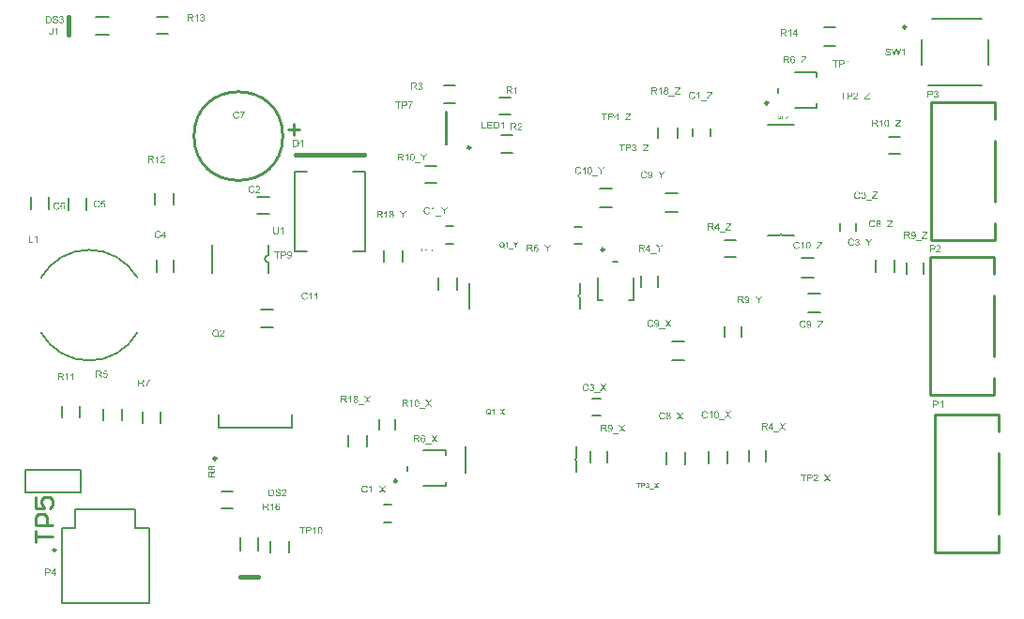
<source format=gto>
G04*
G04 #@! TF.GenerationSoftware,Altium Limited,Altium Designer,19.1.7 (138)*
G04*
G04 Layer_Color=65535*
%FSLAX25Y25*%
%MOIN*%
G70*
G01*
G75*
%ADD10C,0.00787*%
%ADD11C,0.00984*%
%ADD12C,0.01000*%
%ADD13C,0.00500*%
%ADD14C,0.01575*%
G36*
X144669Y187562D02*
X144717Y187554D01*
X144777Y187543D01*
X144841Y187528D01*
X144904Y187506D01*
X144972Y187476D01*
X144975D01*
X144979Y187472D01*
X145002Y187461D01*
X145031Y187438D01*
X145073Y187412D01*
X145114Y187379D01*
X145159Y187334D01*
X145204Y187289D01*
X145241Y187233D01*
X145245Y187225D01*
X145256Y187207D01*
X145271Y187177D01*
X145290Y187136D01*
X145305Y187087D01*
X145319Y187035D01*
X145331Y186975D01*
X145334Y186911D01*
Y186904D01*
Y186885D01*
X145331Y186851D01*
X145323Y186814D01*
X145312Y186765D01*
X145297Y186717D01*
X145275Y186664D01*
X145245Y186612D01*
X145241Y186604D01*
X145230Y186590D01*
X145207Y186567D01*
X145181Y186537D01*
X145144Y186504D01*
X145099Y186470D01*
X145046Y186432D01*
X144987Y186402D01*
X144990D01*
X144998Y186399D01*
X145009Y186395D01*
X145024Y186391D01*
X145062Y186376D01*
X145114Y186358D01*
X145166Y186328D01*
X145226Y186290D01*
X145282Y186245D01*
X145331Y186189D01*
X145334Y186182D01*
X145349Y186159D01*
X145372Y186126D01*
X145394Y186077D01*
X145417Y186021D01*
X145439Y185950D01*
X145454Y185871D01*
X145458Y185785D01*
Y185782D01*
Y185770D01*
Y185756D01*
X145454Y185729D01*
X145450Y185703D01*
X145447Y185670D01*
X145439Y185632D01*
X145428Y185591D01*
X145398Y185505D01*
X145379Y185460D01*
X145357Y185411D01*
X145327Y185363D01*
X145293Y185318D01*
X145256Y185273D01*
X145215Y185228D01*
X145211Y185224D01*
X145204Y185217D01*
X145189Y185206D01*
X145174Y185195D01*
X145148Y185176D01*
X145121Y185157D01*
X145088Y185135D01*
X145050Y185116D01*
X145009Y185093D01*
X144960Y185071D01*
X144912Y185052D01*
X144860Y185037D01*
X144800Y185022D01*
X144740Y185011D01*
X144676Y185004D01*
X144609Y185000D01*
X144575D01*
X144553Y185004D01*
X144527Y185008D01*
X144493Y185011D01*
X144456Y185015D01*
X144414Y185026D01*
X144328Y185049D01*
X144235Y185082D01*
X144190Y185105D01*
X144141Y185131D01*
X144097Y185161D01*
X144055Y185195D01*
X144052Y185198D01*
X144048Y185202D01*
X144037Y185213D01*
X144022Y185232D01*
X144003Y185251D01*
X143984Y185273D01*
X143966Y185303D01*
X143943Y185333D01*
X143898Y185408D01*
X143861Y185497D01*
X143827Y185598D01*
X143816Y185651D01*
X143809Y185711D01*
X144119Y185752D01*
Y185748D01*
X144123Y185740D01*
X144126Y185726D01*
X144130Y185707D01*
X144134Y185688D01*
X144141Y185662D01*
X144160Y185606D01*
X144186Y185542D01*
X144216Y185479D01*
X144254Y185419D01*
X144299Y185370D01*
X144306Y185366D01*
X144321Y185352D01*
X144347Y185333D01*
X144385Y185314D01*
X144429Y185292D01*
X144482Y185273D01*
X144542Y185258D01*
X144609Y185254D01*
X144631D01*
X144646Y185258D01*
X144687Y185262D01*
X144740Y185273D01*
X144796Y185292D01*
X144860Y185318D01*
X144919Y185355D01*
X144979Y185404D01*
X144987Y185411D01*
X145002Y185430D01*
X145028Y185464D01*
X145054Y185505D01*
X145080Y185561D01*
X145106Y185625D01*
X145121Y185696D01*
X145129Y185774D01*
Y185778D01*
Y185785D01*
Y185797D01*
X145125Y185812D01*
X145121Y185849D01*
X145110Y185898D01*
X145095Y185954D01*
X145069Y186013D01*
X145035Y186070D01*
X144987Y186126D01*
X144979Y186133D01*
X144960Y186148D01*
X144931Y186171D01*
X144889Y186197D01*
X144841Y186219D01*
X144781Y186242D01*
X144710Y186257D01*
X144635Y186264D01*
X144601D01*
X144575Y186260D01*
X144545Y186257D01*
X144508Y186249D01*
X144467Y186242D01*
X144418Y186231D01*
X144452Y186504D01*
X144471D01*
X144485Y186500D01*
X144534D01*
X144571Y186504D01*
X144620Y186511D01*
X144676Y186526D01*
X144732Y186541D01*
X144796Y186567D01*
X144856Y186601D01*
X144860D01*
X144863Y186604D01*
X144882Y186619D01*
X144908Y186646D01*
X144938Y186679D01*
X144964Y186724D01*
X144990Y186780D01*
X145009Y186844D01*
X145017Y186881D01*
Y186919D01*
Y186922D01*
Y186926D01*
Y186949D01*
X145009Y186978D01*
X145002Y187016D01*
X144987Y187061D01*
X144968Y187109D01*
X144938Y187154D01*
X144901Y187199D01*
X144897Y187203D01*
X144878Y187218D01*
X144856Y187236D01*
X144818Y187255D01*
X144777Y187278D01*
X144725Y187293D01*
X144669Y187308D01*
X144601Y187311D01*
X144571D01*
X144538Y187304D01*
X144497Y187296D01*
X144448Y187281D01*
X144399Y187263D01*
X144351Y187233D01*
X144302Y187195D01*
X144299Y187192D01*
X144283Y187173D01*
X144261Y187147D01*
X144239Y187113D01*
X144212Y187065D01*
X144186Y187005D01*
X144164Y186937D01*
X144149Y186859D01*
X143839Y186915D01*
Y186919D01*
X143842Y186930D01*
X143846Y186945D01*
X143850Y186967D01*
X143857Y186990D01*
X143868Y187020D01*
X143891Y187091D01*
X143924Y187165D01*
X143969Y187248D01*
X144026Y187322D01*
X144093Y187394D01*
X144097Y187397D01*
X144104Y187401D01*
X144115Y187409D01*
X144130Y187420D01*
X144149Y187435D01*
X144171Y187450D01*
X144201Y187465D01*
X144231Y187480D01*
X144302Y187510D01*
X144388Y187540D01*
X144485Y187558D01*
X144538Y187566D01*
X144628D01*
X144669Y187562D01*
D02*
G37*
G36*
X142597Y187554D02*
X142631D01*
X142705Y187551D01*
X142788Y187540D01*
X142870Y187528D01*
X142952Y187510D01*
X142990Y187498D01*
X143023Y187487D01*
X143027D01*
X143031Y187483D01*
X143053Y187476D01*
X143083Y187457D01*
X143124Y187431D01*
X143169Y187397D01*
X143218Y187356D01*
X143263Y187308D01*
X143304Y187248D01*
X143307Y187240D01*
X143322Y187218D01*
X143337Y187184D01*
X143360Y187136D01*
X143378Y187079D01*
X143397Y187016D01*
X143408Y186945D01*
X143412Y186870D01*
Y186866D01*
Y186859D01*
Y186844D01*
X143408Y186825D01*
Y186803D01*
X143405Y186776D01*
X143390Y186713D01*
X143371Y186642D01*
X143337Y186567D01*
X143296Y186488D01*
X143266Y186451D01*
X143236Y186417D01*
X143233Y186414D01*
X143229Y186410D01*
X143218Y186399D01*
X143203Y186388D01*
X143184Y186373D01*
X143161Y186358D01*
X143135Y186339D01*
X143105Y186320D01*
X143068Y186302D01*
X143031Y186279D01*
X142986Y186260D01*
X142937Y186242D01*
X142885Y186227D01*
X142829Y186208D01*
X142769Y186197D01*
X142701Y186186D01*
X142709Y186182D01*
X142724Y186174D01*
X142746Y186163D01*
X142776Y186144D01*
X142844Y186107D01*
X142874Y186081D01*
X142903Y186058D01*
X142911Y186051D01*
X142930Y186036D01*
X142956Y186006D01*
X142993Y185965D01*
X143034Y185916D01*
X143079Y185860D01*
X143128Y185797D01*
X143176Y185726D01*
X143614Y185041D01*
X143199D01*
X142866Y185561D01*
Y185565D01*
X142859Y185572D01*
X142851Y185583D01*
X142840Y185598D01*
X142814Y185640D01*
X142780Y185692D01*
X142743Y185748D01*
X142701Y185804D01*
X142660Y185860D01*
X142623Y185909D01*
X142619Y185913D01*
X142608Y185927D01*
X142589Y185950D01*
X142567Y185976D01*
X142515Y186032D01*
X142485Y186055D01*
X142455Y186077D01*
X142451Y186081D01*
X142444Y186085D01*
X142429Y186092D01*
X142406Y186103D01*
X142357Y186126D01*
X142301Y186144D01*
X142298D01*
X142290Y186148D01*
X142275D01*
X142256Y186152D01*
X142230Y186156D01*
X142200D01*
X142163Y186159D01*
X141733D01*
Y185041D01*
X141400D01*
Y187558D01*
X142571D01*
X142597Y187554D01*
D02*
G37*
G36*
X14191Y205400D02*
Y205397D01*
Y205385D01*
Y205370D01*
Y205348D01*
X14187Y205322D01*
Y205292D01*
X14180Y205221D01*
X14173Y205142D01*
X14158Y205060D01*
X14139Y204981D01*
X14113Y204910D01*
X14109Y204903D01*
X14098Y204880D01*
X14079Y204851D01*
X14053Y204813D01*
X14019Y204772D01*
X13978Y204727D01*
X13929Y204686D01*
X13870Y204649D01*
X13862Y204645D01*
X13840Y204634D01*
X13806Y204619D01*
X13761Y204604D01*
X13701Y204589D01*
X13638Y204574D01*
X13563Y204563D01*
X13481Y204559D01*
X13451D01*
X13428Y204563D01*
X13398Y204566D01*
X13368Y204570D01*
X13294Y204581D01*
X13211Y204604D01*
X13129Y204637D01*
X13088Y204660D01*
X13047Y204686D01*
X13009Y204712D01*
X12976Y204746D01*
Y204750D01*
X12968Y204753D01*
X12961Y204765D01*
X12950Y204783D01*
X12935Y204802D01*
X12920Y204824D01*
X12905Y204854D01*
X12890Y204888D01*
X12875Y204925D01*
X12856Y204970D01*
X12845Y205015D01*
X12830Y205067D01*
X12819Y205120D01*
X12811Y205183D01*
X12808Y205247D01*
Y205314D01*
X13107Y205356D01*
Y205352D01*
Y205344D01*
Y205329D01*
X13110Y205307D01*
Y205284D01*
X13114Y205258D01*
X13125Y205198D01*
X13137Y205131D01*
X13155Y205064D01*
X13182Y205008D01*
X13196Y204981D01*
X13211Y204959D01*
X13215Y204955D01*
X13230Y204944D01*
X13252Y204925D01*
X13283Y204907D01*
X13320Y204888D01*
X13365Y204869D01*
X13421Y204858D01*
X13481Y204854D01*
X13503D01*
X13526Y204858D01*
X13555Y204862D01*
X13585Y204869D01*
X13623Y204877D01*
X13660Y204892D01*
X13694Y204910D01*
X13698Y204914D01*
X13709Y204922D01*
X13724Y204933D01*
X13746Y204952D01*
X13765Y204974D01*
X13787Y205000D01*
X13806Y205030D01*
X13821Y205064D01*
Y205067D01*
X13828Y205083D01*
X13832Y205109D01*
X13840Y205142D01*
X13847Y205187D01*
X13851Y205240D01*
X13858Y205307D01*
Y205382D01*
Y207117D01*
X14191D01*
Y205400D01*
D02*
G37*
G36*
X15773Y204600D02*
X15463D01*
Y206563D01*
X15459Y206560D01*
X15444Y206545D01*
X15418Y206526D01*
X15384Y206496D01*
X15343Y206466D01*
X15291Y206429D01*
X15231Y206392D01*
X15167Y206350D01*
X15164D01*
X15160Y206347D01*
X15137Y206332D01*
X15104Y206313D01*
X15059Y206291D01*
X15010Y206264D01*
X14958Y206242D01*
X14902Y206216D01*
X14846Y206193D01*
Y206492D01*
X14850D01*
X14857Y206496D01*
X14872Y206504D01*
X14891Y206515D01*
X14913Y206526D01*
X14939Y206541D01*
X14999Y206575D01*
X15070Y206616D01*
X15145Y206664D01*
X15220Y206721D01*
X15295Y206784D01*
X15298Y206788D01*
X15302Y206792D01*
X15328Y206814D01*
X15362Y206848D01*
X15403Y206893D01*
X15448Y206945D01*
X15493Y207001D01*
X15538Y207061D01*
X15571Y207124D01*
X15773D01*
Y204600D01*
D02*
G37*
G36*
X330181Y71955D02*
X329871D01*
Y73919D01*
X329867Y73915D01*
X329852Y73900D01*
X329826Y73881D01*
X329792Y73851D01*
X329751Y73821D01*
X329698Y73784D01*
X329639Y73747D01*
X329575Y73705D01*
X329571D01*
X329568Y73702D01*
X329545Y73687D01*
X329511Y73668D01*
X329467Y73646D01*
X329418Y73619D01*
X329366Y73597D01*
X329310Y73571D01*
X329253Y73548D01*
Y73848D01*
X329257D01*
X329265Y73851D01*
X329280Y73859D01*
X329298Y73870D01*
X329321Y73881D01*
X329347Y73896D01*
X329407Y73930D01*
X329478Y73971D01*
X329553Y74020D01*
X329627Y74076D01*
X329702Y74139D01*
X329706Y74143D01*
X329710Y74147D01*
X329736Y74169D01*
X329770Y74203D01*
X329811Y74248D01*
X329856Y74300D01*
X329901Y74356D01*
X329945Y74416D01*
X329979Y74480D01*
X330181D01*
Y71955D01*
D02*
G37*
G36*
X327888Y74468D02*
X327948Y74465D01*
X328012Y74461D01*
X328075Y74453D01*
X328128Y74446D01*
X328135D01*
X328158Y74439D01*
X328195Y74431D01*
X328236Y74420D01*
X328285Y74405D01*
X328337Y74386D01*
X328390Y74360D01*
X328438Y74330D01*
X328446Y74326D01*
X328461Y74315D01*
X328483Y74296D01*
X328513Y74266D01*
X328543Y74233D01*
X328576Y74192D01*
X328610Y74143D01*
X328640Y74087D01*
X328644Y74079D01*
X328651Y74061D01*
X328666Y74027D01*
X328681Y73986D01*
X328692Y73934D01*
X328707Y73878D01*
X328715Y73810D01*
X328719Y73743D01*
Y73739D01*
Y73728D01*
Y73713D01*
X328715Y73690D01*
X328711Y73661D01*
X328707Y73631D01*
X328700Y73593D01*
X328692Y73556D01*
X328670Y73470D01*
X328633Y73380D01*
X328610Y73331D01*
X328580Y73287D01*
X328550Y73242D01*
X328513Y73201D01*
X328509Y73197D01*
X328502Y73189D01*
X328490Y73182D01*
X328472Y73167D01*
X328449Y73148D01*
X328419Y73129D01*
X328386Y73111D01*
X328345Y73092D01*
X328296Y73070D01*
X328244Y73051D01*
X328184Y73032D01*
X328116Y73014D01*
X328042Y72999D01*
X327959Y72991D01*
X327873Y72984D01*
X327776Y72980D01*
X327133D01*
Y71955D01*
X326800D01*
Y74472D01*
X327832D01*
X327888Y74468D01*
D02*
G37*
G36*
X275268Y175513D02*
X274675Y174784D01*
X275290D01*
Y174600D01*
X274411D01*
Y174798D01*
X274981Y175500D01*
X274477D01*
Y175683D01*
X275268D01*
Y175513D01*
D02*
G37*
G36*
X273307Y174600D02*
X273099D01*
Y175382D01*
X273097Y175381D01*
X273094Y175378D01*
X273088Y175373D01*
X273078Y175365D01*
X273068Y175357D01*
X273055Y175347D01*
X273039Y175336D01*
X273023Y175323D01*
X273004Y175310D01*
X272983Y175297D01*
X272938Y175271D01*
X272886Y175247D01*
X272830Y175226D01*
Y175415D01*
X272832D01*
X272833Y175416D01*
X272838Y175418D01*
X272845Y175419D01*
X272861Y175427D01*
X272882Y175437D01*
X272909Y175450D01*
X272938Y175468D01*
X272970Y175489D01*
X273006Y175514D01*
X273007Y175516D01*
X273010Y175518D01*
X273015Y175522D01*
X273022Y175527D01*
X273038Y175543D01*
X273059Y175564D01*
X273080Y175590D01*
X273102Y175619D01*
X273122Y175653D01*
X273138Y175688D01*
X273307D01*
Y174600D01*
D02*
G37*
G36*
X272149Y175700D02*
X272167D01*
X272186Y175696D01*
X272210Y175693D01*
X272236Y175688D01*
X272265Y175683D01*
X272294Y175675D01*
X272324Y175666D01*
X272357Y175653D01*
X272389Y175638D01*
X272420Y175622D01*
X272452Y175601D01*
X272481Y175579D01*
X272508Y175553D01*
X272510Y175551D01*
X272515Y175547D01*
X272521Y175539D01*
X272531Y175526D01*
X272540Y175511D01*
X272553Y175494D01*
X272566Y175471D01*
X272579Y175447D01*
X272592Y175419D01*
X272605Y175389D01*
X272618Y175355D01*
X272627Y175318D01*
X272637Y175278D01*
X272643Y175236D01*
X272648Y175191D01*
X272650Y175143D01*
Y175141D01*
Y175136D01*
Y175130D01*
Y175118D01*
X272648Y175107D01*
Y175093D01*
X272646Y175077D01*
X272645Y175059D01*
X272640Y175020D01*
X272632Y174980D01*
X272622Y174938D01*
X272609Y174896D01*
Y174895D01*
X272608Y174893D01*
X272606Y174888D01*
X272605Y174882D01*
X272597Y174866D01*
X272587Y174846D01*
X272574Y174822D01*
X272558Y174795D01*
X272537Y174767D01*
X272515Y174739D01*
X272516D01*
X272518Y174735D01*
X272522Y174734D01*
X272529Y174729D01*
X272545Y174719D01*
X272566Y174706D01*
X272593Y174692D01*
X272622Y174677D01*
X272655Y174661D01*
X272690Y174648D01*
X272609Y174492D01*
X272608D01*
X272601Y174495D01*
X272592Y174499D01*
X272579Y174503D01*
X272564Y174510D01*
X272548Y174516D01*
X272513Y174534D01*
X272510Y174536D01*
X272502Y174540D01*
X272490Y174547D01*
X272482Y174553D01*
X272473Y174560D01*
X272461Y174566D01*
X272447Y174576D01*
X272431Y174585D01*
X272413Y174598D01*
X272392Y174611D01*
X272368Y174627D01*
X272366D01*
X272363Y174626D01*
X272357Y174622D01*
X272349Y174621D01*
X272339Y174618D01*
X272328Y174613D01*
X272313Y174610D01*
X272299Y174605D01*
X272263Y174597D01*
X272223Y174589D01*
X272178Y174584D01*
X272131Y174582D01*
X272120D01*
X272107Y174584D01*
X272089D01*
X272069Y174587D01*
X272044Y174590D01*
X272019Y174595D01*
X271990Y174600D01*
X271957Y174608D01*
X271927Y174618D01*
X271893Y174631D01*
X271861Y174644D01*
X271829Y174661D01*
X271798Y174680D01*
X271767Y174703D01*
X271740Y174729D01*
X271739Y174730D01*
X271734Y174735D01*
X271727Y174745D01*
X271718Y174756D01*
X271708Y174771D01*
X271697Y174790D01*
X271684Y174811D01*
X271671Y174835D01*
X271656Y174862D01*
X271645Y174895D01*
X271632Y174928D01*
X271622Y174964D01*
X271613Y175004D01*
X271606Y175048D01*
X271602Y175093D01*
X271600Y175141D01*
Y175144D01*
Y175152D01*
X271602Y175167D01*
Y175184D01*
X271605Y175207D01*
X271608Y175233D01*
X271611Y175262D01*
X271618Y175292D01*
X271626Y175324D01*
X271635Y175358D01*
X271647Y175392D01*
X271660Y175427D01*
X271676Y175461D01*
X271695Y175494D01*
X271718Y175524D01*
X271742Y175553D01*
X271743Y175555D01*
X271748Y175560D01*
X271756Y175568D01*
X271767Y175576D01*
X271782Y175587D01*
X271800Y175600D01*
X271819Y175613D01*
X271843Y175627D01*
X271869Y175642D01*
X271898Y175654D01*
X271930Y175667D01*
X271964Y175679D01*
X272001Y175688D01*
X272040Y175695D01*
X272081Y175700D01*
X272127Y175701D01*
X272138D01*
X272149Y175700D01*
D02*
G37*
G36*
X274403Y174301D02*
X273538D01*
Y174436D01*
X274403D01*
Y174301D01*
D02*
G37*
G36*
X178733Y129704D02*
Y128900D01*
X178346D01*
Y129707D01*
X177645Y130818D01*
X178101D01*
X178548Y130057D01*
X178990Y130818D01*
X179435D01*
X178733Y129704D01*
D02*
G37*
G36*
X175721Y128900D02*
X175353D01*
Y130285D01*
X175350Y130282D01*
X175345Y130277D01*
X175333Y130268D01*
X175316Y130254D01*
X175299Y130239D01*
X175276Y130222D01*
X175248Y130202D01*
X175219Y130180D01*
X175185Y130157D01*
X175148Y130134D01*
X175068Y130088D01*
X174977Y130046D01*
X174877Y130009D01*
Y130342D01*
X174880D01*
X174883Y130345D01*
X174892Y130348D01*
X174903Y130351D01*
X174932Y130365D01*
X174969Y130382D01*
X175017Y130405D01*
X175068Y130436D01*
X175125Y130473D01*
X175188Y130519D01*
X175191Y130522D01*
X175197Y130525D01*
X175205Y130533D01*
X175217Y130542D01*
X175245Y130570D01*
X175282Y130607D01*
X175319Y130653D01*
X175359Y130704D01*
X175393Y130764D01*
X175422Y130827D01*
X175721D01*
Y128900D01*
D02*
G37*
G36*
X173672Y130847D02*
X173703D01*
X173737Y130841D01*
X173780Y130835D01*
X173826Y130827D01*
X173877Y130818D01*
X173928Y130804D01*
X173983Y130787D01*
X174039Y130764D01*
X174097Y130738D01*
X174151Y130710D01*
X174208Y130673D01*
X174259Y130633D01*
X174307Y130587D01*
X174310Y130584D01*
X174319Y130576D01*
X174330Y130562D01*
X174347Y130539D01*
X174364Y130513D01*
X174387Y130482D01*
X174410Y130442D01*
X174433Y130399D01*
X174456Y130351D01*
X174478Y130297D01*
X174501Y130237D01*
X174518Y130171D01*
X174535Y130100D01*
X174547Y130026D01*
X174555Y129946D01*
X174558Y129860D01*
Y129858D01*
Y129849D01*
Y129838D01*
Y129818D01*
X174555Y129798D01*
Y129772D01*
X174553Y129744D01*
X174550Y129712D01*
X174541Y129644D01*
X174527Y129573D01*
X174510Y129499D01*
X174487Y129424D01*
Y129422D01*
X174484Y129419D01*
X174481Y129410D01*
X174478Y129399D01*
X174464Y129370D01*
X174447Y129336D01*
X174424Y129293D01*
X174396Y129245D01*
X174359Y129196D01*
X174319Y129145D01*
X174322D01*
X174325Y129139D01*
X174333Y129137D01*
X174345Y129128D01*
X174373Y129111D01*
X174410Y129088D01*
X174458Y129062D01*
X174510Y129037D01*
X174567Y129008D01*
X174629Y128986D01*
X174487Y128709D01*
X174484D01*
X174473Y128715D01*
X174456Y128720D01*
X174433Y128729D01*
X174407Y128740D01*
X174379Y128752D01*
X174316Y128783D01*
X174310Y128786D01*
X174296Y128795D01*
X174276Y128806D01*
X174262Y128817D01*
X174245Y128829D01*
X174225Y128840D01*
X174199Y128857D01*
X174171Y128874D01*
X174139Y128897D01*
X174102Y128920D01*
X174059Y128948D01*
X174057D01*
X174051Y128946D01*
X174039Y128940D01*
X174025Y128937D01*
X174008Y128931D01*
X173988Y128923D01*
X173963Y128917D01*
X173937Y128909D01*
X173874Y128894D01*
X173803Y128880D01*
X173723Y128872D01*
X173641Y128869D01*
X173621D01*
X173598Y128872D01*
X173566D01*
X173529Y128877D01*
X173487Y128883D01*
X173441Y128892D01*
X173390Y128900D01*
X173333Y128914D01*
X173278Y128931D01*
X173219Y128954D01*
X173162Y128977D01*
X173105Y129008D01*
X173050Y129042D01*
X172996Y129082D01*
X172948Y129128D01*
X172945Y129131D01*
X172937Y129139D01*
X172925Y129156D01*
X172908Y129176D01*
X172891Y129202D01*
X172871Y129236D01*
X172848Y129273D01*
X172825Y129316D01*
X172800Y129365D01*
X172780Y129422D01*
X172757Y129481D01*
X172740Y129544D01*
X172723Y129615D01*
X172711Y129692D01*
X172703Y129772D01*
X172700Y129858D01*
Y129863D01*
Y129877D01*
X172703Y129903D01*
Y129935D01*
X172708Y129974D01*
X172714Y130020D01*
X172720Y130071D01*
X172731Y130125D01*
X172746Y130183D01*
X172763Y130242D01*
X172783Y130302D01*
X172805Y130365D01*
X172834Y130425D01*
X172868Y130482D01*
X172908Y130536D01*
X172951Y130587D01*
X172954Y130590D01*
X172962Y130599D01*
X172976Y130613D01*
X172996Y130627D01*
X173022Y130647D01*
X173053Y130670D01*
X173088Y130693D01*
X173130Y130718D01*
X173176Y130744D01*
X173227Y130767D01*
X173284Y130790D01*
X173344Y130809D01*
X173410Y130827D01*
X173478Y130838D01*
X173552Y130847D01*
X173632Y130849D01*
X173652D01*
X173672Y130847D01*
D02*
G37*
G36*
X177662Y128370D02*
X176131D01*
Y128609D01*
X177662D01*
Y128370D01*
D02*
G37*
G36*
X173968Y70700D02*
X174629Y69700D01*
X174164D01*
X173740Y70350D01*
X173312Y69700D01*
X172848D01*
X173509Y70697D01*
X172910Y71618D01*
X173363D01*
X173740Y71045D01*
X174119Y71618D01*
X174569D01*
X173968Y70700D01*
D02*
G37*
G36*
X170921Y69700D02*
X170553D01*
Y71085D01*
X170551Y71082D01*
X170545Y71077D01*
X170533Y71068D01*
X170516Y71054D01*
X170499Y71039D01*
X170476Y71022D01*
X170448Y71002D01*
X170419Y70980D01*
X170385Y70957D01*
X170348Y70934D01*
X170268Y70889D01*
X170177Y70846D01*
X170077Y70809D01*
Y71142D01*
X170080D01*
X170083Y71145D01*
X170092Y71148D01*
X170103Y71151D01*
X170132Y71165D01*
X170169Y71182D01*
X170217Y71205D01*
X170268Y71236D01*
X170325Y71273D01*
X170388Y71319D01*
X170391Y71322D01*
X170397Y71324D01*
X170405Y71333D01*
X170417Y71342D01*
X170445Y71370D01*
X170482Y71407D01*
X170519Y71453D01*
X170559Y71504D01*
X170593Y71564D01*
X170622Y71627D01*
X170921D01*
Y69700D01*
D02*
G37*
G36*
X168872Y71647D02*
X168903D01*
X168937Y71641D01*
X168980Y71635D01*
X169026Y71627D01*
X169077Y71618D01*
X169128Y71604D01*
X169183Y71587D01*
X169239Y71564D01*
X169297Y71538D01*
X169351Y71510D01*
X169408Y71473D01*
X169459Y71433D01*
X169507Y71387D01*
X169510Y71384D01*
X169519Y71376D01*
X169530Y71362D01*
X169547Y71339D01*
X169564Y71313D01*
X169587Y71282D01*
X169610Y71242D01*
X169633Y71199D01*
X169656Y71151D01*
X169678Y71096D01*
X169701Y71037D01*
X169718Y70971D01*
X169735Y70900D01*
X169747Y70826D01*
X169755Y70746D01*
X169758Y70661D01*
Y70658D01*
Y70649D01*
Y70638D01*
Y70618D01*
X169755Y70598D01*
Y70572D01*
X169753Y70544D01*
X169750Y70512D01*
X169741Y70444D01*
X169727Y70373D01*
X169710Y70298D01*
X169687Y70224D01*
Y70222D01*
X169684Y70219D01*
X169681Y70210D01*
X169678Y70199D01*
X169664Y70170D01*
X169647Y70136D01*
X169624Y70093D01*
X169596Y70045D01*
X169559Y69996D01*
X169519Y69945D01*
X169522D01*
X169525Y69939D01*
X169533Y69937D01*
X169544Y69928D01*
X169573Y69911D01*
X169610Y69888D01*
X169658Y69863D01*
X169710Y69837D01*
X169767Y69808D01*
X169829Y69785D01*
X169687Y69509D01*
X169684D01*
X169673Y69515D01*
X169656Y69520D01*
X169633Y69529D01*
X169607Y69540D01*
X169579Y69552D01*
X169516Y69583D01*
X169510Y69586D01*
X169496Y69595D01*
X169476Y69606D01*
X169462Y69617D01*
X169445Y69629D01*
X169425Y69640D01*
X169399Y69657D01*
X169371Y69674D01*
X169339Y69697D01*
X169302Y69720D01*
X169259Y69749D01*
X169257D01*
X169251Y69746D01*
X169239Y69740D01*
X169225Y69737D01*
X169208Y69731D01*
X169188Y69723D01*
X169163Y69717D01*
X169137Y69709D01*
X169074Y69694D01*
X169003Y69680D01*
X168923Y69671D01*
X168841Y69669D01*
X168821D01*
X168798Y69671D01*
X168766D01*
X168729Y69677D01*
X168687Y69683D01*
X168641Y69691D01*
X168590Y69700D01*
X168533Y69714D01*
X168479Y69731D01*
X168419Y69754D01*
X168362Y69777D01*
X168305Y69808D01*
X168251Y69842D01*
X168196Y69882D01*
X168148Y69928D01*
X168145Y69931D01*
X168137Y69939D01*
X168125Y69956D01*
X168108Y69976D01*
X168091Y70002D01*
X168071Y70036D01*
X168048Y70073D01*
X168025Y70116D01*
X168000Y70165D01*
X167980Y70222D01*
X167957Y70281D01*
X167940Y70344D01*
X167923Y70415D01*
X167911Y70492D01*
X167903Y70572D01*
X167900Y70658D01*
Y70663D01*
Y70678D01*
X167903Y70703D01*
Y70735D01*
X167909Y70775D01*
X167914Y70820D01*
X167920Y70871D01*
X167931Y70925D01*
X167946Y70982D01*
X167963Y71042D01*
X167983Y71102D01*
X168005Y71165D01*
X168034Y71225D01*
X168068Y71282D01*
X168108Y71336D01*
X168151Y71387D01*
X168154Y71390D01*
X168162Y71399D01*
X168176Y71413D01*
X168196Y71427D01*
X168222Y71447D01*
X168253Y71470D01*
X168288Y71493D01*
X168330Y71518D01*
X168376Y71544D01*
X168427Y71567D01*
X168484Y71589D01*
X168544Y71609D01*
X168610Y71627D01*
X168678Y71638D01*
X168752Y71647D01*
X168832Y71649D01*
X168852D01*
X168872Y71647D01*
D02*
G37*
G36*
X172862Y69170D02*
X171331D01*
Y69409D01*
X172862D01*
Y69170D01*
D02*
G37*
G36*
X299949Y148840D02*
X299983Y148836D01*
X300020Y148833D01*
X300061Y148829D01*
X300110Y148821D01*
X300207Y148795D01*
X300316Y148761D01*
X300368Y148739D01*
X300420Y148713D01*
X300473Y148683D01*
X300521Y148649D01*
X300525Y148646D01*
X300533Y148642D01*
X300548Y148631D01*
X300563Y148616D01*
X300585Y148593D01*
X300607Y148571D01*
X300634Y148541D01*
X300663Y148511D01*
X300693Y148474D01*
X300723Y148432D01*
X300753Y148391D01*
X300783Y148343D01*
X300813Y148290D01*
X300839Y148234D01*
X300862Y148174D01*
X300884Y148111D01*
X300555Y148032D01*
Y148036D01*
X300551Y148043D01*
X300548Y148058D01*
X300540Y148077D01*
X300529Y148100D01*
X300518Y148126D01*
X300488Y148186D01*
X300454Y148249D01*
X300409Y148317D01*
X300357Y148380D01*
X300297Y148432D01*
X300290Y148436D01*
X300267Y148451D01*
X300233Y148474D01*
X300185Y148496D01*
X300125Y148518D01*
X300054Y148541D01*
X299972Y148556D01*
X299882Y148559D01*
X299852D01*
X299833Y148556D01*
X299807D01*
X299781Y148552D01*
X299713Y148541D01*
X299635Y148526D01*
X299553Y148500D01*
X299474Y148466D01*
X299396Y148417D01*
X299392D01*
X299388Y148410D01*
X299366Y148391D01*
X299328Y148361D01*
X299287Y148320D01*
X299242Y148264D01*
X299197Y148201D01*
X299156Y148126D01*
X299123Y148043D01*
Y148040D01*
X299119Y148032D01*
X299115Y148021D01*
X299111Y148002D01*
X299104Y147984D01*
X299096Y147957D01*
X299085Y147898D01*
X299070Y147823D01*
X299055Y147740D01*
X299048Y147654D01*
X299044Y147561D01*
Y147557D01*
Y147546D01*
Y147531D01*
Y147509D01*
X299048Y147479D01*
Y147445D01*
X299052Y147411D01*
X299055Y147370D01*
X299066Y147284D01*
X299085Y147187D01*
X299108Y147093D01*
X299138Y147000D01*
Y146996D01*
X299141Y146989D01*
X299149Y146977D01*
X299156Y146963D01*
X299179Y146918D01*
X299209Y146865D01*
X299250Y146806D01*
X299298Y146749D01*
X299358Y146690D01*
X299426Y146641D01*
X299429D01*
X299433Y146637D01*
X299444Y146630D01*
X299459Y146622D01*
X299500Y146604D01*
X299553Y146585D01*
X299616Y146562D01*
X299691Y146544D01*
X299770Y146529D01*
X299856Y146525D01*
X299882D01*
X299901Y146529D01*
X299927D01*
X299953Y146532D01*
X300020Y146544D01*
X300091Y146566D01*
X300170Y146592D01*
X300252Y146633D01*
X300290Y146656D01*
X300327Y146686D01*
X300331Y146690D01*
X300334Y146693D01*
X300346Y146704D01*
X300357Y146716D01*
X300376Y146734D01*
X300391Y146753D01*
X300432Y146806D01*
X300477Y146873D01*
X300521Y146955D01*
X300563Y147052D01*
X300592Y147164D01*
X300925Y147079D01*
Y147075D01*
X300922Y147060D01*
X300914Y147041D01*
X300907Y147011D01*
X300892Y146977D01*
X300877Y146936D01*
X300862Y146895D01*
X300839Y146847D01*
X300787Y146746D01*
X300723Y146645D01*
X300682Y146592D01*
X300641Y146544D01*
X300596Y146495D01*
X300548Y146454D01*
X300544Y146450D01*
X300536Y146447D01*
X300521Y146435D01*
X300499Y146420D01*
X300473Y146405D01*
X300439Y146387D01*
X300405Y146368D01*
X300361Y146349D01*
X300316Y146327D01*
X300263Y146308D01*
X300211Y146289D01*
X300151Y146274D01*
X300087Y146259D01*
X300024Y146248D01*
X299953Y146245D01*
X299882Y146241D01*
X299844D01*
X299815Y146245D01*
X299781D01*
X299740Y146248D01*
X299695Y146256D01*
X299646Y146263D01*
X299541Y146282D01*
X299429Y146312D01*
X299321Y146353D01*
X299269Y146375D01*
X299220Y146405D01*
X299216Y146409D01*
X299209Y146413D01*
X299197Y146424D01*
X299179Y146435D01*
X299156Y146454D01*
X299134Y146473D01*
X299078Y146529D01*
X299014Y146596D01*
X298947Y146678D01*
X298887Y146772D01*
X298831Y146884D01*
Y146888D01*
X298827Y146899D01*
X298820Y146914D01*
X298812Y146940D01*
X298801Y146966D01*
X298790Y147004D01*
X298779Y147041D01*
X298767Y147086D01*
X298752Y147135D01*
X298741Y147187D01*
X298722Y147303D01*
X298708Y147426D01*
X298700Y147561D01*
Y147565D01*
Y147580D01*
Y147598D01*
X298704Y147628D01*
Y147662D01*
X298708Y147699D01*
X298711Y147744D01*
X298719Y147793D01*
X298737Y147901D01*
X298764Y148017D01*
X298801Y148133D01*
X298850Y148245D01*
Y148249D01*
X298857Y148257D01*
X298865Y148272D01*
X298876Y148294D01*
X298895Y148317D01*
X298913Y148346D01*
X298958Y148410D01*
X299018Y148481D01*
X299093Y148556D01*
X299179Y148627D01*
X299276Y148690D01*
X299280D01*
X299287Y148698D01*
X299302Y148705D01*
X299325Y148713D01*
X299351Y148728D01*
X299381Y148739D01*
X299418Y148754D01*
X299455Y148769D01*
X299500Y148780D01*
X299545Y148795D01*
X299650Y148821D01*
X299762Y148836D01*
X299886Y148844D01*
X299923D01*
X299949Y148840D01*
D02*
G37*
G36*
X302070Y148803D02*
X302118Y148795D01*
X302178Y148784D01*
X302242Y148769D01*
X302305Y148747D01*
X302373Y148717D01*
X302376D01*
X302380Y148713D01*
X302403Y148702D01*
X302432Y148679D01*
X302474Y148653D01*
X302515Y148619D01*
X302560Y148574D01*
X302605Y148530D01*
X302642Y148474D01*
X302646Y148466D01*
X302657Y148447D01*
X302672Y148417D01*
X302691Y148376D01*
X302706Y148328D01*
X302720Y148275D01*
X302732Y148215D01*
X302735Y148152D01*
Y148144D01*
Y148126D01*
X302732Y148092D01*
X302724Y148055D01*
X302713Y148006D01*
X302698Y147957D01*
X302676Y147905D01*
X302646Y147853D01*
X302642Y147845D01*
X302631Y147830D01*
X302608Y147808D01*
X302582Y147778D01*
X302545Y147744D01*
X302500Y147711D01*
X302448Y147673D01*
X302388Y147643D01*
X302391D01*
X302399Y147640D01*
X302410Y147636D01*
X302425Y147632D01*
X302462Y147617D01*
X302515Y147598D01*
X302567Y147569D01*
X302627Y147531D01*
X302683Y147486D01*
X302732Y147430D01*
X302735Y147423D01*
X302750Y147400D01*
X302773Y147366D01*
X302795Y147318D01*
X302818Y147262D01*
X302840Y147191D01*
X302855Y147112D01*
X302859Y147026D01*
Y147022D01*
Y147011D01*
Y146996D01*
X302855Y146970D01*
X302851Y146944D01*
X302848Y146910D01*
X302840Y146873D01*
X302829Y146832D01*
X302799Y146746D01*
X302780Y146701D01*
X302758Y146652D01*
X302728Y146604D01*
X302694Y146559D01*
X302657Y146514D01*
X302616Y146469D01*
X302612Y146465D01*
X302605Y146458D01*
X302590Y146447D01*
X302575Y146435D01*
X302549Y146416D01*
X302522Y146398D01*
X302489Y146375D01*
X302451Y146357D01*
X302410Y146334D01*
X302361Y146312D01*
X302313Y146293D01*
X302260Y146278D01*
X302201Y146263D01*
X302141Y146252D01*
X302077Y146245D01*
X302010Y146241D01*
X301976D01*
X301954Y146245D01*
X301928Y146248D01*
X301894Y146252D01*
X301857Y146256D01*
X301815Y146267D01*
X301729Y146289D01*
X301636Y146323D01*
X301591Y146345D01*
X301542Y146372D01*
X301498Y146402D01*
X301456Y146435D01*
X301453Y146439D01*
X301449Y146443D01*
X301438Y146454D01*
X301423Y146473D01*
X301404Y146491D01*
X301385Y146514D01*
X301367Y146544D01*
X301344Y146574D01*
X301299Y146648D01*
X301262Y146738D01*
X301228Y146839D01*
X301217Y146891D01*
X301209Y146951D01*
X301520Y146993D01*
Y146989D01*
X301524Y146981D01*
X301527Y146966D01*
X301531Y146948D01*
X301535Y146929D01*
X301542Y146903D01*
X301561Y146847D01*
X301587Y146783D01*
X301617Y146720D01*
X301655Y146660D01*
X301699Y146611D01*
X301707Y146607D01*
X301722Y146592D01*
X301748Y146574D01*
X301785Y146555D01*
X301830Y146532D01*
X301883Y146514D01*
X301943Y146499D01*
X302010Y146495D01*
X302032D01*
X302047Y146499D01*
X302088Y146502D01*
X302141Y146514D01*
X302197Y146532D01*
X302260Y146559D01*
X302320Y146596D01*
X302380Y146645D01*
X302388Y146652D01*
X302403Y146671D01*
X302429Y146704D01*
X302455Y146746D01*
X302481Y146802D01*
X302507Y146865D01*
X302522Y146936D01*
X302530Y147015D01*
Y147019D01*
Y147026D01*
Y147037D01*
X302526Y147052D01*
X302522Y147090D01*
X302511Y147138D01*
X302496Y147195D01*
X302470Y147254D01*
X302436Y147310D01*
X302388Y147366D01*
X302380Y147374D01*
X302361Y147389D01*
X302331Y147411D01*
X302290Y147438D01*
X302242Y147460D01*
X302182Y147482D01*
X302111Y147497D01*
X302036Y147505D01*
X302002D01*
X301976Y147501D01*
X301946Y147497D01*
X301909Y147490D01*
X301868Y147482D01*
X301819Y147471D01*
X301853Y147744D01*
X301871D01*
X301887Y147740D01*
X301935D01*
X301973Y147744D01*
X302021Y147752D01*
X302077Y147767D01*
X302133Y147782D01*
X302197Y147808D01*
X302257Y147842D01*
X302260D01*
X302264Y147845D01*
X302283Y147860D01*
X302309Y147886D01*
X302339Y147920D01*
X302365Y147965D01*
X302391Y148021D01*
X302410Y148085D01*
X302418Y148122D01*
Y148159D01*
Y148163D01*
Y148167D01*
Y148189D01*
X302410Y148219D01*
X302403Y148257D01*
X302388Y148301D01*
X302369Y148350D01*
X302339Y148395D01*
X302302Y148440D01*
X302298Y148444D01*
X302279Y148459D01*
X302257Y148477D01*
X302219Y148496D01*
X302178Y148518D01*
X302126Y148533D01*
X302070Y148548D01*
X302002Y148552D01*
X301973D01*
X301939Y148545D01*
X301898Y148537D01*
X301849Y148522D01*
X301800Y148503D01*
X301752Y148474D01*
X301703Y148436D01*
X301699Y148432D01*
X301684Y148414D01*
X301662Y148388D01*
X301640Y148354D01*
X301613Y148305D01*
X301587Y148245D01*
X301565Y148178D01*
X301550Y148100D01*
X301239Y148156D01*
Y148159D01*
X301243Y148171D01*
X301247Y148186D01*
X301251Y148208D01*
X301258Y148230D01*
X301269Y148260D01*
X301292Y148331D01*
X301325Y148406D01*
X301370Y148488D01*
X301427Y148563D01*
X301494Y148634D01*
X301498Y148638D01*
X301505Y148642D01*
X301516Y148649D01*
X301531Y148661D01*
X301550Y148676D01*
X301572Y148690D01*
X301602Y148705D01*
X301632Y148720D01*
X301703Y148750D01*
X301789Y148780D01*
X301887Y148799D01*
X301939Y148806D01*
X302029D01*
X302070Y148803D01*
D02*
G37*
G36*
X306995Y148503D02*
X305578Y146757D01*
X305428Y146577D01*
X307036D01*
Y146282D01*
X305047D01*
Y146589D01*
X306333Y148201D01*
Y148204D01*
X306341Y148208D01*
X306356Y148230D01*
X306382Y148260D01*
X306419Y148301D01*
X306457Y148350D01*
X306502Y148403D01*
X306550Y148455D01*
X306595Y148503D01*
X305193D01*
Y148799D01*
X306995D01*
Y148503D01*
D02*
G37*
G36*
X305013Y145582D02*
X302967D01*
Y145807D01*
X305013D01*
Y145582D01*
D02*
G37*
G36*
X228628Y44469D02*
X229269Y43500D01*
X228819D01*
X228408Y44129D01*
X227994Y43500D01*
X227544D01*
X228184Y44466D01*
X227605Y45357D01*
X228043D01*
X228408Y44803D01*
X228775Y45357D01*
X229211D01*
X228628Y44469D01*
D02*
G37*
G36*
X225396Y45363D02*
X225419Y45360D01*
X225443Y45357D01*
X225474Y45352D01*
X225504Y45344D01*
X225573Y45324D01*
X225606Y45311D01*
X225642Y45294D01*
X225678Y45275D01*
X225711Y45253D01*
X225744Y45228D01*
X225775Y45197D01*
X225777Y45195D01*
X225780Y45192D01*
X225786Y45184D01*
X225797Y45173D01*
X225816Y45145D01*
X225841Y45106D01*
X225866Y45062D01*
X225888Y45010D01*
X225902Y44952D01*
X225904Y44921D01*
X225907Y44888D01*
Y44886D01*
Y44877D01*
X225904Y44863D01*
Y44847D01*
X225899Y44828D01*
X225893Y44803D01*
X225885Y44775D01*
X225874Y44747D01*
X225860Y44717D01*
X225841Y44684D01*
X225821Y44651D01*
X225794Y44621D01*
X225764Y44587D01*
X225728Y44554D01*
X225686Y44524D01*
X225639Y44496D01*
X225642D01*
X225648Y44494D01*
X225656D01*
X225667Y44488D01*
X225695Y44480D01*
X225730Y44466D01*
X225772Y44444D01*
X225813Y44416D01*
X225855Y44383D01*
X225893Y44342D01*
X225899Y44336D01*
X225910Y44320D01*
X225924Y44295D01*
X225943Y44262D01*
X225959Y44220D01*
X225976Y44171D01*
X225987Y44118D01*
X225990Y44058D01*
Y44055D01*
Y44047D01*
Y44033D01*
X225987Y44016D01*
X225984Y43994D01*
X225982Y43972D01*
X225976Y43944D01*
X225968Y43914D01*
X225946Y43848D01*
X225932Y43815D01*
X225915Y43779D01*
X225893Y43743D01*
X225868Y43707D01*
X225841Y43674D01*
X225811Y43641D01*
X225808Y43638D01*
X225802Y43633D01*
X225791Y43624D01*
X225777Y43613D01*
X225761Y43602D01*
X225739Y43586D01*
X225714Y43572D01*
X225686Y43555D01*
X225656Y43539D01*
X225623Y43525D01*
X225587Y43508D01*
X225546Y43497D01*
X225504Y43486D01*
X225460Y43478D01*
X225413Y43472D01*
X225363Y43470D01*
X225339D01*
X225322Y43472D01*
X225300Y43475D01*
X225275Y43478D01*
X225247Y43481D01*
X225217Y43489D01*
X225151Y43505D01*
X225082Y43530D01*
X225046Y43547D01*
X225010Y43566D01*
X224977Y43588D01*
X224944Y43613D01*
X224941Y43616D01*
X224936Y43619D01*
X224927Y43627D01*
X224919Y43641D01*
X224905Y43655D01*
X224891Y43671D01*
X224875Y43693D01*
X224858Y43715D01*
X224825Y43771D01*
X224795Y43834D01*
X224770Y43909D01*
X224759Y43950D01*
X224753Y43991D01*
X225098Y44035D01*
Y44033D01*
Y44030D01*
X225101Y44013D01*
X225107Y43991D01*
X225115Y43961D01*
X225126Y43928D01*
X225143Y43895D01*
X225162Y43862D01*
X225187Y43834D01*
X225189Y43831D01*
X225201Y43823D01*
X225214Y43812D01*
X225236Y43801D01*
X225261Y43787D01*
X225292Y43776D01*
X225325Y43768D01*
X225361Y43765D01*
X225366D01*
X225380Y43768D01*
X225399Y43771D01*
X225427Y43776D01*
X225457Y43784D01*
X225488Y43801D01*
X225518Y43820D01*
X225548Y43848D01*
X225551Y43850D01*
X225559Y43864D01*
X225573Y43881D01*
X225587Y43906D01*
X225601Y43939D01*
X225615Y43977D01*
X225623Y44022D01*
X225626Y44071D01*
Y44074D01*
Y44077D01*
Y44093D01*
X225623Y44118D01*
X225617Y44149D01*
X225606Y44182D01*
X225595Y44218D01*
X225576Y44254D01*
X225551Y44284D01*
X225548Y44287D01*
X225537Y44298D01*
X225523Y44309D01*
X225501Y44325D01*
X225477Y44339D01*
X225446Y44353D01*
X225413Y44361D01*
X225374Y44364D01*
X225347D01*
X225327Y44361D01*
X225305Y44358D01*
X225278Y44353D01*
X225245Y44345D01*
X225212Y44336D01*
X225250Y44626D01*
X225275D01*
X225300Y44629D01*
X225333Y44632D01*
X225369Y44640D01*
X225408Y44648D01*
X225443Y44665D01*
X225474Y44687D01*
X225477Y44690D01*
X225485Y44698D01*
X225499Y44714D01*
X225512Y44734D01*
X225526Y44759D01*
X225540Y44789D01*
X225548Y44825D01*
X225551Y44863D01*
Y44869D01*
Y44880D01*
X225548Y44897D01*
X225543Y44919D01*
X225537Y44941D01*
X225526Y44966D01*
X225512Y44990D01*
X225493Y45013D01*
X225490Y45015D01*
X225482Y45021D01*
X225471Y45032D01*
X225454Y45043D01*
X225432Y45051D01*
X225408Y45062D01*
X225377Y45068D01*
X225344Y45070D01*
X225330D01*
X225311Y45068D01*
X225292Y45062D01*
X225267Y45054D01*
X225239Y45043D01*
X225212Y45029D01*
X225187Y45007D01*
X225184Y45004D01*
X225176Y44996D01*
X225165Y44979D01*
X225154Y44960D01*
X225140Y44935D01*
X225129Y44902D01*
X225118Y44866D01*
X225109Y44822D01*
X224781Y44877D01*
Y44880D01*
X224784Y44886D01*
Y44894D01*
X224786Y44905D01*
X224795Y44935D01*
X224806Y44974D01*
X224820Y45018D01*
X224839Y45062D01*
X224858Y45106D01*
X224883Y45148D01*
X224886Y45153D01*
X224897Y45164D01*
X224911Y45184D01*
X224933Y45206D01*
X224960Y45230D01*
X224993Y45258D01*
X225032Y45286D01*
X225076Y45308D01*
X225079D01*
X225082Y45311D01*
X225098Y45316D01*
X225123Y45327D01*
X225156Y45338D01*
X225198Y45346D01*
X225245Y45357D01*
X225297Y45363D01*
X225352Y45366D01*
X225377D01*
X225396Y45363D01*
D02*
G37*
G36*
X223829Y45355D02*
X223901D01*
X223975Y45349D01*
X224050Y45344D01*
X224083Y45341D01*
X224113Y45338D01*
X224141Y45333D01*
X224163Y45327D01*
X224166D01*
X224171Y45324D01*
X224179Y45322D01*
X224190Y45319D01*
X224218Y45308D01*
X224257Y45289D01*
X224298Y45264D01*
X224342Y45233D01*
X224389Y45195D01*
X224430Y45145D01*
Y45142D01*
X224436Y45139D01*
X224442Y45131D01*
X224447Y45120D01*
X224455Y45106D01*
X224464Y45090D01*
X224486Y45048D01*
X224505Y44996D01*
X224522Y44935D01*
X224533Y44866D01*
X224538Y44786D01*
Y44783D01*
Y44778D01*
Y44770D01*
Y44759D01*
X224535Y44725D01*
X224530Y44687D01*
X224522Y44640D01*
X224511Y44593D01*
X224497Y44543D01*
X224475Y44496D01*
X224472Y44491D01*
X224464Y44477D01*
X224450Y44455D01*
X224433Y44430D01*
X224408Y44400D01*
X224384Y44369D01*
X224353Y44342D01*
X224317Y44314D01*
X224312Y44311D01*
X224301Y44303D01*
X224281Y44292D01*
X224257Y44278D01*
X224229Y44265D01*
X224196Y44248D01*
X224160Y44237D01*
X224124Y44226D01*
X224119D01*
X224110Y44223D01*
X224099D01*
X224085Y44220D01*
X224069Y44218D01*
X224047Y44215D01*
X224025D01*
X224000Y44212D01*
X223970Y44209D01*
X223939Y44207D01*
X223903Y44204D01*
X223865D01*
X223826Y44201D01*
X223492D01*
Y43500D01*
X223117D01*
Y45357D01*
X223798D01*
X223829Y45355D01*
D02*
G37*
G36*
X222874Y45043D02*
X222327D01*
Y43500D01*
X221952D01*
Y45043D01*
X221400D01*
Y45357D01*
X222874D01*
Y45043D01*
D02*
G37*
G36*
X227558Y42987D02*
X226075D01*
Y43218D01*
X227558D01*
Y42987D01*
D02*
G37*
G36*
X103649Y113058D02*
X103683Y113054D01*
X103720Y113051D01*
X103761Y113047D01*
X103810Y113040D01*
X103907Y113013D01*
X104016Y112980D01*
X104068Y112957D01*
X104120Y112931D01*
X104173Y112901D01*
X104221Y112867D01*
X104225Y112864D01*
X104233Y112860D01*
X104248Y112849D01*
X104262Y112834D01*
X104285Y112811D01*
X104307Y112789D01*
X104334Y112759D01*
X104364Y112729D01*
X104393Y112692D01*
X104423Y112651D01*
X104453Y112609D01*
X104483Y112561D01*
X104513Y112508D01*
X104539Y112452D01*
X104562Y112392D01*
X104584Y112329D01*
X104255Y112250D01*
Y112254D01*
X104251Y112261D01*
X104248Y112276D01*
X104240Y112295D01*
X104229Y112318D01*
X104218Y112344D01*
X104188Y112404D01*
X104154Y112467D01*
X104109Y112535D01*
X104057Y112598D01*
X103997Y112651D01*
X103990Y112654D01*
X103967Y112669D01*
X103933Y112692D01*
X103885Y112714D01*
X103825Y112736D01*
X103754Y112759D01*
X103672Y112774D01*
X103582Y112778D01*
X103552D01*
X103533Y112774D01*
X103507D01*
X103481Y112770D01*
X103413Y112759D01*
X103335Y112744D01*
X103253Y112718D01*
X103174Y112684D01*
X103096Y112636D01*
X103092D01*
X103088Y112628D01*
X103066Y112609D01*
X103028Y112579D01*
X102987Y112538D01*
X102942Y112482D01*
X102897Y112419D01*
X102856Y112344D01*
X102823Y112261D01*
Y112258D01*
X102819Y112250D01*
X102815Y112239D01*
X102811Y112220D01*
X102804Y112202D01*
X102796Y112176D01*
X102785Y112116D01*
X102770Y112041D01*
X102755Y111959D01*
X102748Y111873D01*
X102744Y111779D01*
Y111775D01*
Y111764D01*
Y111749D01*
Y111727D01*
X102748Y111697D01*
Y111663D01*
X102752Y111629D01*
X102755Y111588D01*
X102767Y111502D01*
X102785Y111405D01*
X102808Y111312D01*
X102838Y111218D01*
Y111214D01*
X102841Y111207D01*
X102849Y111196D01*
X102856Y111181D01*
X102879Y111136D01*
X102909Y111083D01*
X102950Y111024D01*
X102998Y110968D01*
X103058Y110908D01*
X103126Y110859D01*
X103129D01*
X103133Y110855D01*
X103144Y110848D01*
X103159Y110840D01*
X103200Y110822D01*
X103253Y110803D01*
X103316Y110781D01*
X103391Y110762D01*
X103470Y110747D01*
X103556Y110743D01*
X103582D01*
X103601Y110747D01*
X103627D01*
X103653Y110751D01*
X103720Y110762D01*
X103791Y110784D01*
X103870Y110810D01*
X103952Y110852D01*
X103990Y110874D01*
X104027Y110904D01*
X104031Y110908D01*
X104034Y110911D01*
X104046Y110923D01*
X104057Y110934D01*
X104076Y110952D01*
X104090Y110971D01*
X104132Y111024D01*
X104176Y111091D01*
X104221Y111173D01*
X104262Y111270D01*
X104292Y111383D01*
X104625Y111297D01*
Y111293D01*
X104622Y111278D01*
X104614Y111259D01*
X104607Y111229D01*
X104592Y111196D01*
X104577Y111154D01*
X104562Y111113D01*
X104539Y111065D01*
X104487Y110964D01*
X104423Y110863D01*
X104382Y110810D01*
X104341Y110762D01*
X104296Y110713D01*
X104248Y110672D01*
X104244Y110668D01*
X104236Y110665D01*
X104221Y110653D01*
X104199Y110638D01*
X104173Y110623D01*
X104139Y110605D01*
X104105Y110586D01*
X104061Y110567D01*
X104016Y110545D01*
X103963Y110526D01*
X103911Y110508D01*
X103851Y110493D01*
X103788Y110478D01*
X103724Y110466D01*
X103653Y110463D01*
X103582Y110459D01*
X103544D01*
X103515Y110463D01*
X103481D01*
X103440Y110466D01*
X103395Y110474D01*
X103346Y110481D01*
X103242Y110500D01*
X103129Y110530D01*
X103021Y110571D01*
X102969Y110593D01*
X102920Y110623D01*
X102916Y110627D01*
X102909Y110631D01*
X102897Y110642D01*
X102879Y110653D01*
X102856Y110672D01*
X102834Y110691D01*
X102778Y110747D01*
X102714Y110814D01*
X102647Y110896D01*
X102587Y110990D01*
X102531Y111102D01*
Y111106D01*
X102527Y111117D01*
X102520Y111132D01*
X102512Y111158D01*
X102501Y111184D01*
X102490Y111222D01*
X102479Y111259D01*
X102467Y111304D01*
X102452Y111353D01*
X102441Y111405D01*
X102422Y111521D01*
X102408Y111644D01*
X102400Y111779D01*
Y111783D01*
Y111798D01*
Y111817D01*
X102404Y111846D01*
Y111880D01*
X102408Y111917D01*
X102411Y111962D01*
X102419Y112011D01*
X102437Y112119D01*
X102464Y112235D01*
X102501Y112351D01*
X102550Y112463D01*
Y112467D01*
X102557Y112475D01*
X102565Y112490D01*
X102576Y112512D01*
X102594Y112535D01*
X102613Y112565D01*
X102658Y112628D01*
X102718Y112699D01*
X102793Y112774D01*
X102879Y112845D01*
X102976Y112909D01*
X102980D01*
X102987Y112916D01*
X103002Y112924D01*
X103025Y112931D01*
X103051Y112946D01*
X103081Y112957D01*
X103118Y112972D01*
X103156Y112987D01*
X103200Y112998D01*
X103245Y113013D01*
X103350Y113040D01*
X103462Y113054D01*
X103586Y113062D01*
X103623D01*
X103649Y113058D01*
D02*
G37*
G36*
X108029Y110500D02*
X107718D01*
Y112463D01*
X107714Y112460D01*
X107700Y112445D01*
X107673Y112426D01*
X107640Y112396D01*
X107599Y112366D01*
X107546Y112329D01*
X107486Y112292D01*
X107423Y112250D01*
X107419D01*
X107415Y112247D01*
X107393Y112232D01*
X107359Y112213D01*
X107314Y112190D01*
X107266Y112164D01*
X107213Y112142D01*
X107157Y112116D01*
X107101Y112093D01*
Y112392D01*
X107105D01*
X107112Y112396D01*
X107127Y112404D01*
X107146Y112415D01*
X107168Y112426D01*
X107195Y112441D01*
X107255Y112475D01*
X107326Y112516D01*
X107400Y112565D01*
X107475Y112621D01*
X107550Y112684D01*
X107554Y112688D01*
X107557Y112692D01*
X107584Y112714D01*
X107617Y112748D01*
X107658Y112793D01*
X107703Y112845D01*
X107748Y112901D01*
X107793Y112961D01*
X107827Y113024D01*
X108029D01*
Y110500D01*
D02*
G37*
G36*
X106073D02*
X105762D01*
Y112463D01*
X105759Y112460D01*
X105744Y112445D01*
X105717Y112426D01*
X105684Y112396D01*
X105643Y112366D01*
X105590Y112329D01*
X105530Y112292D01*
X105467Y112250D01*
X105463D01*
X105459Y112247D01*
X105437Y112232D01*
X105403Y112213D01*
X105358Y112190D01*
X105310Y112164D01*
X105257Y112142D01*
X105201Y112116D01*
X105145Y112093D01*
Y112392D01*
X105149D01*
X105156Y112396D01*
X105171Y112404D01*
X105190Y112415D01*
X105212Y112426D01*
X105239Y112441D01*
X105298Y112475D01*
X105370Y112516D01*
X105444Y112565D01*
X105519Y112621D01*
X105594Y112684D01*
X105598Y112688D01*
X105601Y112692D01*
X105628Y112714D01*
X105661Y112748D01*
X105702Y112793D01*
X105747Y112845D01*
X105792Y112901D01*
X105837Y112961D01*
X105871Y113024D01*
X106073D01*
Y110500D01*
D02*
G37*
G36*
X8511Y130560D02*
X8201D01*
Y132523D01*
X8197Y132520D01*
X8182Y132505D01*
X8156Y132486D01*
X8122Y132456D01*
X8081Y132426D01*
X8028Y132389D01*
X7969Y132351D01*
X7905Y132310D01*
X7901D01*
X7897Y132306D01*
X7875Y132291D01*
X7841Y132273D01*
X7797Y132250D01*
X7748Y132224D01*
X7696Y132202D01*
X7639Y132176D01*
X7583Y132153D01*
Y132452D01*
X7587D01*
X7595Y132456D01*
X7610Y132464D01*
X7628Y132475D01*
X7651Y132486D01*
X7677Y132501D01*
X7737Y132535D01*
X7808Y132576D01*
X7883Y132624D01*
X7957Y132680D01*
X8032Y132744D01*
X8036Y132748D01*
X8040Y132752D01*
X8066Y132774D01*
X8100Y132808D01*
X8141Y132852D01*
X8185Y132905D01*
X8230Y132961D01*
X8275Y133021D01*
X8309Y133084D01*
X8511D01*
Y130560D01*
D02*
G37*
G36*
X5837Y130855D02*
X7075D01*
Y130560D01*
X5504D01*
Y133077D01*
X5837D01*
Y130855D01*
D02*
G37*
G36*
X107407Y27169D02*
X107097D01*
Y29132D01*
X107093Y29128D01*
X107078Y29113D01*
X107052Y29095D01*
X107018Y29065D01*
X106977Y29035D01*
X106925Y28997D01*
X106865Y28960D01*
X106802Y28919D01*
X106798D01*
X106794Y28915D01*
X106772Y28900D01*
X106738Y28881D01*
X106693Y28859D01*
X106644Y28833D01*
X106592Y28810D01*
X106536Y28784D01*
X106480Y28762D01*
Y29061D01*
X106484D01*
X106491Y29065D01*
X106506Y29072D01*
X106525Y29083D01*
X106547Y29095D01*
X106573Y29110D01*
X106633Y29143D01*
X106704Y29184D01*
X106779Y29233D01*
X106854Y29289D01*
X106929Y29353D01*
X106932Y29356D01*
X106936Y29360D01*
X106962Y29383D01*
X106996Y29416D01*
X107037Y29461D01*
X107082Y29513D01*
X107127Y29570D01*
X107172Y29629D01*
X107205Y29693D01*
X107407D01*
Y27169D01*
D02*
G37*
G36*
X105115Y29682D02*
X105175Y29678D01*
X105238Y29674D01*
X105302Y29667D01*
X105354Y29659D01*
X105362D01*
X105384Y29652D01*
X105422Y29644D01*
X105463Y29633D01*
X105511Y29618D01*
X105564Y29599D01*
X105616Y29573D01*
X105665Y29543D01*
X105672Y29540D01*
X105687Y29528D01*
X105710Y29510D01*
X105739Y29480D01*
X105769Y29446D01*
X105803Y29405D01*
X105837Y29356D01*
X105867Y29300D01*
X105870Y29293D01*
X105878Y29274D01*
X105893Y29240D01*
X105908Y29199D01*
X105919Y29147D01*
X105934Y29091D01*
X105941Y29024D01*
X105945Y28956D01*
Y28953D01*
Y28941D01*
Y28926D01*
X105941Y28904D01*
X105938Y28874D01*
X105934Y28844D01*
X105926Y28807D01*
X105919Y28769D01*
X105896Y28683D01*
X105859Y28593D01*
X105837Y28545D01*
X105807Y28500D01*
X105777Y28455D01*
X105739Y28414D01*
X105736Y28410D01*
X105728Y28403D01*
X105717Y28395D01*
X105698Y28380D01*
X105676Y28361D01*
X105646Y28343D01*
X105612Y28324D01*
X105571Y28306D01*
X105523Y28283D01*
X105470Y28264D01*
X105410Y28246D01*
X105343Y28227D01*
X105268Y28212D01*
X105186Y28205D01*
X105100Y28197D01*
X105003Y28193D01*
X104359D01*
Y27169D01*
X104026D01*
Y29686D01*
X105059D01*
X105115Y29682D01*
D02*
G37*
G36*
X103682Y29390D02*
X102852D01*
Y27169D01*
X102519D01*
Y29390D01*
X101689D01*
Y29686D01*
X103682D01*
Y29390D01*
D02*
G37*
G36*
X109090Y29689D02*
X109139Y29682D01*
X109195Y29674D01*
X109255Y29659D01*
X109315Y29637D01*
X109375Y29611D01*
X109382Y29607D01*
X109401Y29596D01*
X109427Y29577D01*
X109465Y29551D01*
X109502Y29517D01*
X109547Y29476D01*
X109588Y29431D01*
X109625Y29375D01*
X109629Y29368D01*
X109640Y29349D01*
X109659Y29315D01*
X109681Y29270D01*
X109708Y29218D01*
X109734Y29154D01*
X109760Y29080D01*
X109782Y29001D01*
Y28997D01*
X109786Y28990D01*
X109790Y28979D01*
X109794Y28960D01*
X109797Y28938D01*
X109801Y28911D01*
X109809Y28881D01*
X109812Y28844D01*
X109820Y28803D01*
X109824Y28758D01*
X109827Y28709D01*
X109835Y28657D01*
X109838Y28601D01*
Y28541D01*
X109842Y28474D01*
Y28406D01*
Y28403D01*
Y28388D01*
Y28365D01*
Y28332D01*
X109838Y28294D01*
Y28253D01*
X109835Y28205D01*
X109831Y28152D01*
X109820Y28040D01*
X109801Y27920D01*
X109779Y27801D01*
X109764Y27744D01*
X109749Y27692D01*
Y27688D01*
X109745Y27681D01*
X109738Y27666D01*
X109734Y27647D01*
X109723Y27625D01*
X109711Y27599D01*
X109681Y27539D01*
X109644Y27471D01*
X109595Y27400D01*
X109539Y27333D01*
X109476Y27273D01*
X109472D01*
X109468Y27266D01*
X109457Y27258D01*
X109442Y27251D01*
X109405Y27228D01*
X109352Y27202D01*
X109285Y27172D01*
X109206Y27150D01*
X109120Y27135D01*
X109019Y27127D01*
X108986D01*
X108960Y27131D01*
X108930Y27135D01*
X108892Y27142D01*
X108855Y27150D01*
X108814Y27161D01*
X108769Y27172D01*
X108720Y27191D01*
X108672Y27210D01*
X108627Y27236D01*
X108578Y27266D01*
X108533Y27299D01*
X108488Y27340D01*
X108447Y27385D01*
X108443Y27389D01*
X108436Y27400D01*
X108425Y27419D01*
X108410Y27445D01*
X108391Y27479D01*
X108369Y27524D01*
X108346Y27572D01*
X108324Y27632D01*
X108301Y27700D01*
X108279Y27774D01*
X108256Y27857D01*
X108238Y27950D01*
X108223Y28051D01*
X108212Y28160D01*
X108204Y28279D01*
X108200Y28406D01*
Y28410D01*
Y28425D01*
Y28448D01*
Y28481D01*
X108204Y28519D01*
Y28563D01*
X108208Y28612D01*
X108212Y28664D01*
X108223Y28777D01*
X108238Y28896D01*
X108260Y29016D01*
X108275Y29072D01*
X108290Y29125D01*
Y29128D01*
X108294Y29136D01*
X108301Y29151D01*
X108309Y29169D01*
X108316Y29192D01*
X108327Y29218D01*
X108361Y29278D01*
X108399Y29345D01*
X108443Y29416D01*
X108500Y29484D01*
X108563Y29543D01*
X108567D01*
X108571Y29551D01*
X108582Y29558D01*
X108597Y29566D01*
X108616Y29577D01*
X108634Y29592D01*
X108690Y29618D01*
X108754Y29644D01*
X108832Y29671D01*
X108922Y29686D01*
X109019Y29693D01*
X109053D01*
X109090Y29689D01*
D02*
G37*
G36*
X94103Y38121D02*
X94130D01*
X94159Y38117D01*
X94227Y38102D01*
X94305Y38083D01*
X94388Y38053D01*
X94466Y38012D01*
X94503Y37986D01*
X94541Y37956D01*
X94545D01*
X94548Y37949D01*
X94560Y37938D01*
X94571Y37926D01*
X94604Y37889D01*
X94642Y37837D01*
X94683Y37769D01*
X94720Y37691D01*
X94750Y37601D01*
X94773Y37496D01*
X94466Y37474D01*
Y37477D01*
X94462Y37481D01*
X94459Y37504D01*
X94447Y37534D01*
X94436Y37575D01*
X94418Y37616D01*
X94395Y37661D01*
X94373Y37702D01*
X94346Y37736D01*
X94339Y37743D01*
X94324Y37758D01*
X94298Y37777D01*
X94260Y37803D01*
X94216Y37829D01*
X94163Y37848D01*
X94103Y37863D01*
X94036Y37870D01*
X94010D01*
X93984Y37866D01*
X93946Y37859D01*
X93905Y37852D01*
X93864Y37837D01*
X93819Y37814D01*
X93774Y37788D01*
X93767Y37784D01*
X93752Y37769D01*
X93722Y37743D01*
X93692Y37709D01*
X93655Y37664D01*
X93613Y37608D01*
X93576Y37545D01*
X93542Y37474D01*
Y37470D01*
X93539Y37466D01*
X93535Y37451D01*
X93527Y37436D01*
X93524Y37414D01*
X93516Y37391D01*
X93509Y37361D01*
X93501Y37324D01*
X93490Y37287D01*
X93483Y37242D01*
X93475Y37197D01*
X93471Y37145D01*
X93464Y37089D01*
X93460Y37029D01*
X93456Y36961D01*
Y36898D01*
X93460Y36902D01*
X93475Y36920D01*
X93497Y36950D01*
X93531Y36988D01*
X93568Y37029D01*
X93617Y37070D01*
X93669Y37111D01*
X93726Y37145D01*
X93729D01*
X93733Y37148D01*
X93756Y37160D01*
X93785Y37171D01*
X93830Y37189D01*
X93883Y37205D01*
X93939Y37216D01*
X94002Y37227D01*
X94066Y37231D01*
X94096D01*
X94118Y37227D01*
X94144Y37223D01*
X94174Y37219D01*
X94249Y37201D01*
X94332Y37174D01*
X94376Y37156D01*
X94421Y37133D01*
X94462Y37107D01*
X94507Y37077D01*
X94552Y37044D01*
X94593Y37003D01*
X94597Y36999D01*
X94604Y36991D01*
X94612Y36980D01*
X94627Y36961D01*
X94646Y36939D01*
X94664Y36913D01*
X94683Y36879D01*
X94705Y36845D01*
X94724Y36804D01*
X94743Y36759D01*
X94762Y36711D01*
X94780Y36658D01*
X94795Y36602D01*
X94803Y36542D01*
X94810Y36483D01*
X94814Y36415D01*
Y36412D01*
Y36404D01*
Y36393D01*
Y36374D01*
X94810Y36356D01*
Y36329D01*
X94803Y36273D01*
X94788Y36206D01*
X94769Y36131D01*
X94743Y36053D01*
X94709Y35974D01*
Y35970D01*
X94705Y35967D01*
X94698Y35955D01*
X94691Y35940D01*
X94668Y35903D01*
X94638Y35858D01*
X94597Y35809D01*
X94548Y35757D01*
X94492Y35708D01*
X94429Y35664D01*
X94425D01*
X94421Y35660D01*
X94410Y35652D01*
X94399Y35649D01*
X94361Y35630D01*
X94313Y35611D01*
X94253Y35592D01*
X94182Y35574D01*
X94107Y35563D01*
X94025Y35559D01*
X94006D01*
X93987Y35563D01*
X93961D01*
X93928Y35566D01*
X93890Y35574D01*
X93845Y35581D01*
X93800Y35592D01*
X93752Y35607D01*
X93699Y35626D01*
X93647Y35649D01*
X93595Y35678D01*
X93542Y35708D01*
X93490Y35746D01*
X93441Y35791D01*
X93393Y35839D01*
X93389Y35843D01*
X93382Y35854D01*
X93370Y35869D01*
X93355Y35895D01*
X93337Y35925D01*
X93314Y35963D01*
X93296Y36011D01*
X93273Y36064D01*
X93247Y36124D01*
X93228Y36191D01*
X93206Y36270D01*
X93187Y36356D01*
X93172Y36445D01*
X93161Y36546D01*
X93153Y36658D01*
X93150Y36774D01*
Y36778D01*
Y36782D01*
Y36793D01*
Y36808D01*
X93153Y36845D01*
Y36894D01*
X93157Y36954D01*
X93165Y37021D01*
X93172Y37100D01*
X93183Y37182D01*
X93198Y37268D01*
X93217Y37354D01*
X93236Y37444D01*
X93262Y37530D01*
X93296Y37616D01*
X93329Y37694D01*
X93370Y37769D01*
X93419Y37837D01*
X93423Y37840D01*
X93430Y37848D01*
X93445Y37863D01*
X93464Y37881D01*
X93486Y37904D01*
X93516Y37926D01*
X93550Y37953D01*
X93587Y37982D01*
X93628Y38009D01*
X93677Y38035D01*
X93729Y38057D01*
X93785Y38080D01*
X93849Y38098D01*
X93913Y38113D01*
X93980Y38121D01*
X94055Y38124D01*
X94085D01*
X94103Y38121D01*
D02*
G37*
G36*
X92372Y35600D02*
X92061D01*
Y37563D01*
X92058Y37560D01*
X92043Y37545D01*
X92016Y37526D01*
X91983Y37496D01*
X91942Y37466D01*
X91889Y37429D01*
X91829Y37391D01*
X91766Y37350D01*
X91762D01*
X91758Y37347D01*
X91736Y37332D01*
X91702Y37313D01*
X91657Y37290D01*
X91609Y37264D01*
X91556Y37242D01*
X91500Y37216D01*
X91444Y37193D01*
Y37492D01*
X91448D01*
X91455Y37496D01*
X91470Y37504D01*
X91489Y37515D01*
X91511Y37526D01*
X91538Y37541D01*
X91597Y37575D01*
X91669Y37616D01*
X91743Y37664D01*
X91818Y37721D01*
X91893Y37784D01*
X91897Y37788D01*
X91900Y37792D01*
X91927Y37814D01*
X91960Y37848D01*
X92001Y37893D01*
X92046Y37945D01*
X92091Y38001D01*
X92136Y38061D01*
X92170Y38124D01*
X92372D01*
Y35600D01*
D02*
G37*
G36*
X89997Y38113D02*
X90030D01*
X90105Y38109D01*
X90188Y38098D01*
X90270Y38087D01*
X90352Y38068D01*
X90390Y38057D01*
X90423Y38046D01*
X90427D01*
X90431Y38042D01*
X90453Y38035D01*
X90483Y38016D01*
X90524Y37990D01*
X90569Y37956D01*
X90618Y37915D01*
X90662Y37866D01*
X90704Y37807D01*
X90707Y37799D01*
X90722Y37777D01*
X90737Y37743D01*
X90760Y37694D01*
X90778Y37638D01*
X90797Y37575D01*
X90808Y37504D01*
X90812Y37429D01*
Y37425D01*
Y37418D01*
Y37403D01*
X90808Y37384D01*
Y37361D01*
X90805Y37335D01*
X90790Y37272D01*
X90771Y37201D01*
X90737Y37126D01*
X90696Y37047D01*
X90666Y37010D01*
X90636Y36976D01*
X90633Y36973D01*
X90629Y36969D01*
X90618Y36958D01*
X90603Y36946D01*
X90584Y36931D01*
X90561Y36917D01*
X90535Y36898D01*
X90505Y36879D01*
X90468Y36860D01*
X90431Y36838D01*
X90386Y36819D01*
X90337Y36801D01*
X90285Y36786D01*
X90229Y36767D01*
X90169Y36756D01*
X90101Y36744D01*
X90109Y36741D01*
X90124Y36733D01*
X90146Y36722D01*
X90176Y36703D01*
X90244Y36666D01*
X90274Y36640D01*
X90303Y36617D01*
X90311Y36610D01*
X90330Y36595D01*
X90356Y36565D01*
X90393Y36524D01*
X90434Y36475D01*
X90479Y36419D01*
X90528Y36356D01*
X90576Y36284D01*
X91014Y35600D01*
X90599D01*
X90266Y36120D01*
Y36124D01*
X90259Y36131D01*
X90251Y36142D01*
X90240Y36157D01*
X90214Y36198D01*
X90180Y36251D01*
X90143Y36307D01*
X90101Y36363D01*
X90060Y36419D01*
X90023Y36468D01*
X90019Y36471D01*
X90008Y36486D01*
X89989Y36509D01*
X89967Y36535D01*
X89915Y36591D01*
X89885Y36614D01*
X89855Y36636D01*
X89851Y36640D01*
X89843Y36643D01*
X89828Y36651D01*
X89806Y36662D01*
X89757Y36685D01*
X89701Y36703D01*
X89698D01*
X89690Y36707D01*
X89675D01*
X89657Y36711D01*
X89630Y36715D01*
X89600D01*
X89563Y36718D01*
X89133D01*
Y35600D01*
X88800D01*
Y38117D01*
X89971D01*
X89997Y38113D01*
D02*
G37*
G36*
X310847Y199758D02*
X310877D01*
X310944Y199751D01*
X311019Y199740D01*
X311102Y199721D01*
X311188Y199698D01*
X311270Y199668D01*
X311274D01*
X311281Y199665D01*
X311292Y199661D01*
X311307Y199653D01*
X311345Y199631D01*
X311393Y199601D01*
X311446Y199564D01*
X311502Y199519D01*
X311554Y199466D01*
X311599Y199403D01*
X311603Y199395D01*
X311618Y199373D01*
X311636Y199336D01*
X311659Y199291D01*
X311681Y199231D01*
X311700Y199163D01*
X311719Y199089D01*
X311726Y199010D01*
X311408Y198988D01*
Y198992D01*
Y198999D01*
X311404Y199010D01*
X311401Y199025D01*
X311393Y199070D01*
X311378Y199122D01*
X311352Y199179D01*
X311322Y199238D01*
X311285Y199294D01*
X311232Y199343D01*
X311225Y199347D01*
X311206Y199362D01*
X311169Y199380D01*
X311120Y199407D01*
X311060Y199429D01*
X310982Y199448D01*
X310892Y199463D01*
X310791Y199466D01*
X310742D01*
X310716Y199463D01*
X310690Y199459D01*
X310623Y199451D01*
X310552Y199440D01*
X310481Y199418D01*
X310413Y199392D01*
X310380Y199373D01*
X310353Y199354D01*
X310346Y199351D01*
X310331Y199336D01*
X310309Y199309D01*
X310286Y199279D01*
X310260Y199238D01*
X310238Y199193D01*
X310223Y199141D01*
X310215Y199085D01*
Y199077D01*
Y199063D01*
X310219Y199036D01*
X310226Y199006D01*
X310238Y198973D01*
X310256Y198935D01*
X310279Y198898D01*
X310312Y198864D01*
X310316Y198861D01*
X310335Y198849D01*
X310346Y198842D01*
X310365Y198831D01*
X310383Y198819D01*
X310410Y198808D01*
X310439Y198793D01*
X310477Y198782D01*
X310518Y198763D01*
X310563Y198748D01*
X310615Y198733D01*
X310675Y198715D01*
X310742Y198700D01*
X310813Y198681D01*
X310817D01*
X310832Y198677D01*
X310851Y198674D01*
X310881Y198666D01*
X310914Y198659D01*
X310952Y198647D01*
X311038Y198629D01*
X311128Y198602D01*
X311221Y198576D01*
X311262Y198565D01*
X311303Y198550D01*
X311341Y198535D01*
X311371Y198524D01*
X311374D01*
X311382Y198520D01*
X311393Y198513D01*
X311408Y198505D01*
X311446Y198483D01*
X311494Y198453D01*
X311547Y198416D01*
X311603Y198374D01*
X311651Y198322D01*
X311696Y198266D01*
X311700Y198258D01*
X311711Y198240D01*
X311730Y198206D01*
X311749Y198165D01*
X311767Y198113D01*
X311786Y198053D01*
X311797Y197985D01*
X311801Y197911D01*
Y197907D01*
Y197903D01*
Y197892D01*
Y197877D01*
X311793Y197836D01*
X311786Y197787D01*
X311771Y197727D01*
X311752Y197664D01*
X311722Y197596D01*
X311685Y197529D01*
Y197525D01*
X311681Y197522D01*
X311663Y197499D01*
X311636Y197469D01*
X311599Y197428D01*
X311554Y197387D01*
X311494Y197338D01*
X311431Y197297D01*
X311352Y197256D01*
X311348D01*
X311341Y197252D01*
X311330Y197249D01*
X311315Y197241D01*
X311296Y197234D01*
X311270Y197226D01*
X311214Y197207D01*
X311139Y197189D01*
X311060Y197174D01*
X310967Y197163D01*
X310870Y197159D01*
X310813D01*
X310784Y197163D01*
X310750D01*
X310713Y197166D01*
X310671Y197170D01*
X310582Y197181D01*
X310484Y197200D01*
X310387Y197222D01*
X310297Y197256D01*
X310294D01*
X310286Y197260D01*
X310275Y197267D01*
X310260Y197275D01*
X310219Y197297D01*
X310167Y197331D01*
X310107Y197372D01*
X310047Y197424D01*
X309987Y197484D01*
X309935Y197555D01*
Y197559D01*
X309931Y197563D01*
X309923Y197574D01*
X309916Y197593D01*
X309905Y197611D01*
X309893Y197634D01*
X309867Y197690D01*
X309845Y197757D01*
X309822Y197832D01*
X309807Y197918D01*
X309800Y198012D01*
X310114Y198038D01*
Y198034D01*
Y198030D01*
X310118Y198008D01*
X310125Y197970D01*
X310133Y197926D01*
X310148Y197877D01*
X310167Y197825D01*
X310189Y197772D01*
X310215Y197724D01*
X310219Y197720D01*
X310230Y197705D01*
X310249Y197682D01*
X310279Y197656D01*
X310312Y197623D01*
X310357Y197593D01*
X310410Y197559D01*
X310470Y197529D01*
X310473D01*
X310477Y197525D01*
X310499Y197518D01*
X310537Y197507D01*
X310582Y197492D01*
X310638Y197477D01*
X310705Y197466D01*
X310776Y197458D01*
X310855Y197454D01*
X310888D01*
X310922Y197458D01*
X310967Y197462D01*
X311019Y197469D01*
X311075Y197477D01*
X311131Y197492D01*
X311188Y197510D01*
X311195Y197514D01*
X311210Y197522D01*
X311236Y197533D01*
X311270Y197552D01*
X311303Y197574D01*
X311341Y197600D01*
X311374Y197630D01*
X311404Y197664D01*
X311408Y197668D01*
X311416Y197682D01*
X311427Y197701D01*
X311442Y197727D01*
X311457Y197761D01*
X311468Y197798D01*
X311475Y197839D01*
X311479Y197881D01*
Y197884D01*
Y197899D01*
X311475Y197922D01*
X311472Y197952D01*
X311464Y197985D01*
X311449Y198019D01*
X311434Y198053D01*
X311412Y198086D01*
X311408Y198090D01*
X311401Y198101D01*
X311382Y198116D01*
X311360Y198139D01*
X311326Y198161D01*
X311288Y198187D01*
X311240Y198214D01*
X311184Y198236D01*
X311180Y198240D01*
X311161Y198243D01*
X311135Y198255D01*
X311113Y198258D01*
X311090Y198266D01*
X311060Y198273D01*
X311031Y198285D01*
X310993Y198296D01*
X310952Y198307D01*
X310907Y198318D01*
X310855Y198329D01*
X310799Y198344D01*
X310735Y198359D01*
X310731D01*
X310720Y198363D01*
X310701Y198367D01*
X310679Y198374D01*
X310649Y198382D01*
X310619Y198389D01*
X310544Y198412D01*
X310462Y198434D01*
X310383Y198460D01*
X310309Y198487D01*
X310279Y198502D01*
X310249Y198516D01*
X310245D01*
X310241Y198520D01*
X310219Y198535D01*
X310189Y198554D01*
X310148Y198580D01*
X310103Y198614D01*
X310058Y198655D01*
X310017Y198700D01*
X309980Y198748D01*
X309976Y198756D01*
X309965Y198775D01*
X309953Y198804D01*
X309938Y198842D01*
X309920Y198887D01*
X309909Y198943D01*
X309897Y199003D01*
X309893Y199066D01*
Y199070D01*
Y199074D01*
Y199085D01*
Y199100D01*
X309901Y199134D01*
X309909Y199182D01*
X309920Y199238D01*
X309938Y199298D01*
X309965Y199358D01*
X309998Y199422D01*
Y199425D01*
X310002Y199429D01*
X310017Y199448D01*
X310043Y199478D01*
X310081Y199515D01*
X310125Y199556D01*
X310178Y199601D01*
X310241Y199642D01*
X310316Y199676D01*
X310320D01*
X310327Y199680D01*
X310339Y199683D01*
X310353Y199691D01*
X310372Y199695D01*
X310395Y199702D01*
X310451Y199721D01*
X310522Y199736D01*
X310600Y199747D01*
X310686Y199758D01*
X310776Y199762D01*
X310825D01*
X310847Y199758D01*
D02*
G37*
G36*
X314572Y197200D02*
X314251D01*
X313723Y199115D01*
Y199119D01*
X313720Y199126D01*
X313716Y199137D01*
X313712Y199152D01*
X313701Y199193D01*
X313690Y199242D01*
X313675Y199294D01*
X313660Y199343D01*
X313649Y199384D01*
X313645Y199399D01*
X313641Y199410D01*
X313637Y199403D01*
X313633Y199380D01*
X313626Y199351D01*
X313615Y199309D01*
X313604Y199265D01*
X313589Y199212D01*
X313577Y199163D01*
X313562Y199115D01*
X313035Y197200D01*
X312687D01*
X312025Y199717D01*
X312369D01*
X312747Y198064D01*
Y198060D01*
X312751Y198053D01*
X312755Y198038D01*
X312758Y198019D01*
X312762Y197997D01*
X312770Y197970D01*
X312777Y197937D01*
X312785Y197903D01*
X312803Y197825D01*
X312818Y197739D01*
X312837Y197645D01*
X312856Y197552D01*
Y197555D01*
X312859Y197570D01*
X312863Y197589D01*
X312871Y197615D01*
X312878Y197645D01*
X312889Y197682D01*
X312908Y197761D01*
X312927Y197839D01*
X312945Y197914D01*
X312953Y197948D01*
X312960Y197978D01*
X312968Y198000D01*
X312971Y198015D01*
X313450Y199717D01*
X313850D01*
X314210Y198442D01*
Y198438D01*
X314217Y198419D01*
X314221Y198397D01*
X314232Y198359D01*
X314243Y198318D01*
X314254Y198270D01*
X314269Y198214D01*
X314284Y198154D01*
X314299Y198086D01*
X314318Y198015D01*
X314352Y197866D01*
X314382Y197709D01*
X314408Y197552D01*
Y197555D01*
X314411Y197563D01*
Y197574D01*
X314415Y197593D01*
X314423Y197615D01*
X314426Y197641D01*
X314434Y197675D01*
X314441Y197709D01*
X314460Y197787D01*
X314482Y197881D01*
X314509Y197985D01*
X314535Y198098D01*
X314928Y199717D01*
X315264D01*
X314572Y197200D01*
D02*
G37*
G36*
X316611D02*
X316300D01*
Y199163D01*
X316296Y199160D01*
X316281Y199145D01*
X316255Y199126D01*
X316222Y199096D01*
X316180Y199066D01*
X316128Y199029D01*
X316068Y198992D01*
X316005Y198950D01*
X316001D01*
X315997Y198947D01*
X315975Y198932D01*
X315941Y198913D01*
X315896Y198890D01*
X315848Y198864D01*
X315795Y198842D01*
X315739Y198816D01*
X315683Y198793D01*
Y199092D01*
X315687D01*
X315694Y199096D01*
X315709Y199104D01*
X315728Y199115D01*
X315750Y199126D01*
X315776Y199141D01*
X315836Y199175D01*
X315907Y199216D01*
X315982Y199265D01*
X316057Y199321D01*
X316132Y199384D01*
X316136Y199388D01*
X316139Y199392D01*
X316165Y199414D01*
X316199Y199448D01*
X316240Y199493D01*
X316285Y199545D01*
X316330Y199601D01*
X316375Y199661D01*
X316409Y199724D01*
X316611D01*
Y197200D01*
D02*
G37*
G36*
X278366Y204886D02*
X278706D01*
Y204602D01*
X278366D01*
Y204000D01*
X278056D01*
Y204602D01*
X276960D01*
Y204886D01*
X278116Y206517D01*
X278366D01*
Y204886D01*
D02*
G37*
G36*
X276272Y204000D02*
X275961D01*
Y205963D01*
X275957Y205960D01*
X275943Y205945D01*
X275916Y205926D01*
X275883Y205896D01*
X275842Y205866D01*
X275789Y205829D01*
X275729Y205791D01*
X275666Y205750D01*
X275662D01*
X275658Y205747D01*
X275636Y205732D01*
X275602Y205713D01*
X275557Y205691D01*
X275509Y205664D01*
X275456Y205642D01*
X275400Y205616D01*
X275344Y205593D01*
Y205892D01*
X275348D01*
X275355Y205896D01*
X275370Y205904D01*
X275389Y205915D01*
X275412Y205926D01*
X275438Y205941D01*
X275498Y205975D01*
X275569Y206016D01*
X275643Y206065D01*
X275718Y206121D01*
X275793Y206184D01*
X275797Y206188D01*
X275800Y206192D01*
X275827Y206214D01*
X275860Y206248D01*
X275901Y206293D01*
X275946Y206345D01*
X275991Y206401D01*
X276036Y206461D01*
X276070Y206524D01*
X276272D01*
Y204000D01*
D02*
G37*
G36*
X273897Y206513D02*
X273931D01*
X274005Y206509D01*
X274088Y206498D01*
X274170Y206487D01*
X274252Y206468D01*
X274289Y206457D01*
X274323Y206446D01*
X274327D01*
X274331Y206442D01*
X274353Y206435D01*
X274383Y206416D01*
X274424Y206390D01*
X274469Y206356D01*
X274518Y206315D01*
X274563Y206266D01*
X274604Y206207D01*
X274607Y206199D01*
X274622Y206177D01*
X274637Y206143D01*
X274660Y206094D01*
X274678Y206038D01*
X274697Y205975D01*
X274708Y205904D01*
X274712Y205829D01*
Y205825D01*
Y205818D01*
Y205803D01*
X274708Y205784D01*
Y205762D01*
X274705Y205735D01*
X274690Y205672D01*
X274671Y205601D01*
X274637Y205526D01*
X274596Y205447D01*
X274566Y205410D01*
X274536Y205376D01*
X274533Y205373D01*
X274529Y205369D01*
X274518Y205358D01*
X274503Y205346D01*
X274484Y205331D01*
X274462Y205316D01*
X274435Y205298D01*
X274405Y205279D01*
X274368Y205260D01*
X274331Y205238D01*
X274286Y205219D01*
X274237Y205201D01*
X274185Y205186D01*
X274129Y205167D01*
X274069Y205156D01*
X274002Y205144D01*
X274009Y205141D01*
X274024Y205133D01*
X274046Y205122D01*
X274076Y205103D01*
X274144Y205066D01*
X274174Y205040D01*
X274203Y205017D01*
X274211Y205010D01*
X274230Y204995D01*
X274256Y204965D01*
X274293Y204924D01*
X274334Y204875D01*
X274379Y204819D01*
X274428Y204755D01*
X274477Y204684D01*
X274914Y204000D01*
X274499D01*
X274166Y204520D01*
Y204524D01*
X274159Y204531D01*
X274151Y204542D01*
X274140Y204557D01*
X274114Y204598D01*
X274080Y204651D01*
X274043Y204707D01*
X274002Y204763D01*
X273960Y204819D01*
X273923Y204868D01*
X273919Y204871D01*
X273908Y204886D01*
X273889Y204909D01*
X273867Y204935D01*
X273815Y204991D01*
X273785Y205013D01*
X273755Y205036D01*
X273751Y205040D01*
X273744Y205044D01*
X273728Y205051D01*
X273706Y205062D01*
X273657Y205085D01*
X273601Y205103D01*
X273598D01*
X273590Y205107D01*
X273575D01*
X273556Y205111D01*
X273530Y205115D01*
X273500D01*
X273463Y205118D01*
X273033D01*
Y204000D01*
X272700D01*
Y206517D01*
X273871D01*
X273897Y206513D01*
D02*
G37*
G36*
X94379Y134762D02*
Y134758D01*
Y134747D01*
Y134725D01*
Y134699D01*
X94375Y134669D01*
Y134631D01*
X94371Y134590D01*
X94367Y134545D01*
X94356Y134448D01*
X94341Y134351D01*
X94322Y134250D01*
X94292Y134160D01*
Y134156D01*
X94289Y134149D01*
X94285Y134138D01*
X94278Y134123D01*
X94255Y134081D01*
X94221Y134029D01*
X94180Y133973D01*
X94124Y133913D01*
X94061Y133853D01*
X93982Y133797D01*
X93978D01*
X93971Y133790D01*
X93960Y133786D01*
X93941Y133775D01*
X93918Y133764D01*
X93892Y133752D01*
X93862Y133741D01*
X93825Y133730D01*
X93784Y133715D01*
X93739Y133704D01*
X93690Y133693D01*
X93638Y133681D01*
X93586Y133670D01*
X93526Y133666D01*
X93395Y133659D01*
X93361D01*
X93335Y133663D01*
X93305D01*
X93271Y133666D01*
X93230Y133670D01*
X93189Y133674D01*
X93096Y133689D01*
X93002Y133711D01*
X92905Y133737D01*
X92815Y133779D01*
X92811D01*
X92804Y133786D01*
X92793Y133790D01*
X92778Y133801D01*
X92740Y133831D01*
X92692Y133868D01*
X92639Y133917D01*
X92583Y133981D01*
X92535Y134048D01*
X92493Y134130D01*
Y134134D01*
X92490Y134141D01*
X92486Y134152D01*
X92479Y134171D01*
X92471Y134197D01*
X92464Y134224D01*
X92456Y134257D01*
X92449Y134295D01*
X92437Y134339D01*
X92430Y134388D01*
X92422Y134437D01*
X92415Y134493D01*
X92408Y134556D01*
X92404Y134620D01*
X92400Y134691D01*
Y134762D01*
Y136217D01*
X92733D01*
Y134762D01*
Y134758D01*
Y134747D01*
Y134732D01*
Y134710D01*
X92737Y134684D01*
Y134650D01*
X92740Y134579D01*
X92748Y134500D01*
X92759Y134422D01*
X92774Y134347D01*
X92782Y134310D01*
X92793Y134280D01*
X92796Y134272D01*
X92804Y134254D01*
X92819Y134227D01*
X92841Y134190D01*
X92867Y134152D01*
X92905Y134111D01*
X92946Y134074D01*
X92998Y134040D01*
X93006Y134037D01*
X93025Y134029D01*
X93058Y134014D01*
X93099Y133999D01*
X93155Y133984D01*
X93215Y133969D01*
X93286Y133962D01*
X93365Y133958D01*
X93399D01*
X93425Y133962D01*
X93455D01*
X93488Y133966D01*
X93567Y133981D01*
X93653Y133999D01*
X93739Y134029D01*
X93821Y134070D01*
X93859Y134093D01*
X93888Y134123D01*
X93892Y134126D01*
X93896Y134130D01*
X93903Y134141D01*
X93915Y134156D01*
X93926Y134175D01*
X93937Y134201D01*
X93952Y134231D01*
X93967Y134265D01*
X93982Y134306D01*
X93997Y134354D01*
X94008Y134407D01*
X94019Y134463D01*
X94031Y134527D01*
X94038Y134601D01*
X94046Y134676D01*
Y134762D01*
Y136217D01*
X94379D01*
Y134762D01*
D02*
G37*
G36*
X95972Y133700D02*
X95661D01*
Y135663D01*
X95657Y135660D01*
X95643Y135645D01*
X95616Y135626D01*
X95583Y135596D01*
X95542Y135566D01*
X95489Y135529D01*
X95429Y135492D01*
X95366Y135450D01*
X95362D01*
X95358Y135447D01*
X95336Y135432D01*
X95302Y135413D01*
X95257Y135390D01*
X95209Y135364D01*
X95156Y135342D01*
X95100Y135316D01*
X95044Y135293D01*
Y135592D01*
X95048D01*
X95055Y135596D01*
X95070Y135604D01*
X95089Y135615D01*
X95112Y135626D01*
X95138Y135641D01*
X95197Y135675D01*
X95269Y135716D01*
X95343Y135765D01*
X95418Y135821D01*
X95493Y135884D01*
X95497Y135888D01*
X95500Y135892D01*
X95527Y135914D01*
X95560Y135948D01*
X95601Y135993D01*
X95646Y136045D01*
X95691Y136101D01*
X95736Y136161D01*
X95770Y136224D01*
X95972D01*
Y133700D01*
D02*
G37*
G36*
X98186Y127621D02*
X98208D01*
X98234Y127617D01*
X98294Y127610D01*
X98361Y127591D01*
X98440Y127568D01*
X98515Y127535D01*
X98593Y127490D01*
X98597D01*
X98601Y127482D01*
X98612Y127475D01*
X98627Y127467D01*
X98664Y127434D01*
X98709Y127393D01*
X98758Y127340D01*
X98810Y127277D01*
X98859Y127198D01*
X98904Y127112D01*
Y127108D01*
X98907Y127101D01*
X98915Y127086D01*
X98922Y127067D01*
X98930Y127041D01*
X98937Y127011D01*
X98949Y126974D01*
X98960Y126933D01*
X98967Y126888D01*
X98979Y126835D01*
X98986Y126776D01*
X98997Y126712D01*
X99001Y126645D01*
X99008Y126570D01*
X99012Y126491D01*
Y126409D01*
Y126405D01*
Y126387D01*
Y126364D01*
Y126330D01*
X99008Y126289D01*
Y126241D01*
X99005Y126188D01*
X98997Y126132D01*
X98986Y126009D01*
X98967Y125882D01*
X98941Y125754D01*
X98922Y125695D01*
X98904Y125639D01*
Y125635D01*
X98900Y125627D01*
X98892Y125612D01*
X98885Y125594D01*
X98874Y125567D01*
X98859Y125541D01*
X98825Y125478D01*
X98780Y125407D01*
X98728Y125336D01*
X98664Y125268D01*
X98593Y125205D01*
X98589D01*
X98586Y125197D01*
X98571Y125190D01*
X98556Y125182D01*
X98537Y125171D01*
X98515Y125160D01*
X98455Y125134D01*
X98384Y125104D01*
X98302Y125081D01*
X98208Y125066D01*
X98107Y125059D01*
X98077D01*
X98058Y125063D01*
X98032D01*
X98002Y125066D01*
X97935Y125078D01*
X97860Y125100D01*
X97778Y125126D01*
X97699Y125167D01*
X97662Y125190D01*
X97625Y125220D01*
X97621Y125223D01*
X97617Y125227D01*
X97606Y125238D01*
X97595Y125250D01*
X97565Y125287D01*
X97527Y125339D01*
X97486Y125407D01*
X97453Y125485D01*
X97419Y125579D01*
X97400Y125683D01*
X97696Y125706D01*
Y125702D01*
X97699Y125698D01*
Y125687D01*
X97703Y125672D01*
X97714Y125635D01*
X97729Y125590D01*
X97748Y125541D01*
X97771Y125489D01*
X97800Y125444D01*
X97838Y125403D01*
X97842Y125399D01*
X97856Y125388D01*
X97883Y125373D01*
X97913Y125358D01*
X97954Y125343D01*
X97999Y125328D01*
X98051Y125317D01*
X98111Y125313D01*
X98137D01*
X98163Y125317D01*
X98197Y125321D01*
X98238Y125328D01*
X98279Y125339D01*
X98324Y125354D01*
X98365Y125377D01*
X98369Y125381D01*
X98384Y125388D01*
X98403Y125403D01*
X98429Y125422D01*
X98455Y125448D01*
X98485Y125478D01*
X98515Y125511D01*
X98541Y125549D01*
X98545Y125552D01*
X98552Y125567D01*
X98563Y125594D01*
X98582Y125627D01*
X98597Y125669D01*
X98616Y125717D01*
X98634Y125777D01*
X98653Y125840D01*
Y125844D01*
X98657Y125848D01*
Y125859D01*
X98661Y125874D01*
X98668Y125912D01*
X98679Y125960D01*
X98687Y126016D01*
X98694Y126080D01*
X98698Y126151D01*
X98702Y126222D01*
Y126226D01*
Y126237D01*
Y126256D01*
Y126282D01*
X98698Y126274D01*
X98683Y126259D01*
X98664Y126230D01*
X98634Y126196D01*
X98597Y126158D01*
X98556Y126121D01*
X98504Y126080D01*
X98447Y126042D01*
X98440Y126039D01*
X98421Y126028D01*
X98388Y126013D01*
X98343Y125998D01*
X98290Y125983D01*
X98234Y125968D01*
X98167Y125956D01*
X98100Y125953D01*
X98070D01*
X98047Y125956D01*
X98021Y125960D01*
X97987Y125964D01*
X97954Y125971D01*
X97916Y125983D01*
X97830Y126009D01*
X97789Y126028D01*
X97744Y126046D01*
X97699Y126072D01*
X97654Y126102D01*
X97610Y126136D01*
X97569Y126177D01*
X97565Y126181D01*
X97561Y126188D01*
X97550Y126200D01*
X97535Y126218D01*
X97520Y126241D01*
X97501Y126271D01*
X97483Y126301D01*
X97464Y126338D01*
X97441Y126379D01*
X97423Y126424D01*
X97404Y126473D01*
X97389Y126525D01*
X97374Y126585D01*
X97363Y126645D01*
X97359Y126708D01*
X97355Y126776D01*
Y126779D01*
Y126794D01*
Y126813D01*
X97359Y126839D01*
X97363Y126873D01*
X97366Y126910D01*
X97374Y126951D01*
X97385Y126996D01*
X97411Y127093D01*
X97430Y127146D01*
X97449Y127194D01*
X97475Y127247D01*
X97505Y127295D01*
X97539Y127344D01*
X97580Y127389D01*
X97584Y127393D01*
X97591Y127400D01*
X97602Y127411D01*
X97621Y127426D01*
X97643Y127445D01*
X97670Y127464D01*
X97699Y127486D01*
X97733Y127509D01*
X97774Y127527D01*
X97815Y127550D01*
X97913Y127587D01*
X97965Y127602D01*
X98021Y127613D01*
X98081Y127621D01*
X98145Y127624D01*
X98167D01*
X98186Y127621D01*
D02*
G37*
G36*
X96226Y127613D02*
X96286Y127610D01*
X96349Y127606D01*
X96413Y127598D01*
X96465Y127591D01*
X96473D01*
X96495Y127583D01*
X96532Y127576D01*
X96574Y127565D01*
X96622Y127550D01*
X96675Y127531D01*
X96727Y127505D01*
X96776Y127475D01*
X96783Y127471D01*
X96798Y127460D01*
X96820Y127441D01*
X96850Y127411D01*
X96880Y127378D01*
X96914Y127337D01*
X96948Y127288D01*
X96978Y127232D01*
X96981Y127224D01*
X96989Y127206D01*
X97004Y127172D01*
X97019Y127131D01*
X97030Y127078D01*
X97045Y127022D01*
X97052Y126955D01*
X97056Y126888D01*
Y126884D01*
Y126873D01*
Y126858D01*
X97052Y126835D01*
X97049Y126805D01*
X97045Y126776D01*
X97037Y126738D01*
X97030Y126701D01*
X97008Y126615D01*
X96970Y126525D01*
X96948Y126476D01*
X96918Y126431D01*
X96888Y126387D01*
X96850Y126345D01*
X96847Y126342D01*
X96839Y126334D01*
X96828Y126327D01*
X96809Y126312D01*
X96787Y126293D01*
X96757Y126274D01*
X96723Y126256D01*
X96682Y126237D01*
X96633Y126215D01*
X96581Y126196D01*
X96521Y126177D01*
X96454Y126158D01*
X96379Y126144D01*
X96297Y126136D01*
X96211Y126128D01*
X96114Y126125D01*
X95470D01*
Y125100D01*
X95138D01*
Y127617D01*
X96170D01*
X96226Y127613D01*
D02*
G37*
G36*
X94793Y127322D02*
X93963D01*
Y125100D01*
X93630D01*
Y127322D01*
X92800D01*
Y127617D01*
X94793D01*
Y127322D01*
D02*
G37*
G36*
X141905Y180608D02*
X141901Y180604D01*
X141893Y180597D01*
X141882Y180582D01*
X141864Y180560D01*
X141841Y180537D01*
X141815Y180503D01*
X141785Y180466D01*
X141755Y180425D01*
X141718Y180380D01*
X141680Y180328D01*
X141643Y180272D01*
X141602Y180212D01*
X141557Y180144D01*
X141516Y180077D01*
X141471Y180002D01*
X141426Y179924D01*
X141422Y179920D01*
X141415Y179905D01*
X141403Y179883D01*
X141388Y179853D01*
X141366Y179812D01*
X141344Y179767D01*
X141317Y179714D01*
X141291Y179658D01*
X141261Y179595D01*
X141232Y179527D01*
X141201Y179456D01*
X141172Y179378D01*
X141112Y179221D01*
X141059Y179056D01*
Y179052D01*
X141056Y179041D01*
X141052Y179026D01*
X141044Y179000D01*
X141037Y178970D01*
X141030Y178936D01*
X141018Y178895D01*
X141011Y178850D01*
X141000Y178802D01*
X140988Y178749D01*
X140970Y178630D01*
X140955Y178503D01*
X140944Y178364D01*
X140626D01*
Y178368D01*
Y178379D01*
Y178394D01*
X140629Y178417D01*
Y178446D01*
X140633Y178480D01*
X140637Y178521D01*
X140640Y178566D01*
X140648Y178615D01*
X140656Y178667D01*
X140667Y178727D01*
X140678Y178790D01*
X140689Y178858D01*
X140704Y178929D01*
X140742Y179078D01*
Y179082D01*
X140745Y179097D01*
X140753Y179120D01*
X140764Y179150D01*
X140775Y179187D01*
X140786Y179232D01*
X140805Y179284D01*
X140824Y179340D01*
X140846Y179400D01*
X140869Y179464D01*
X140925Y179598D01*
X140988Y179744D01*
X141059Y179890D01*
X141063Y179894D01*
X141071Y179909D01*
X141082Y179928D01*
X141097Y179957D01*
X141115Y179991D01*
X141138Y180028D01*
X141164Y180073D01*
X141194Y180122D01*
X141261Y180223D01*
X141336Y180335D01*
X141422Y180447D01*
X141508Y180552D01*
X140274D01*
Y180848D01*
X141905D01*
Y180608D01*
D02*
G37*
G36*
X139126Y180877D02*
X139186Y180874D01*
X139249Y180870D01*
X139313Y180862D01*
X139365Y180855D01*
X139373D01*
X139395Y180848D01*
X139433Y180840D01*
X139474Y180829D01*
X139522Y180814D01*
X139575Y180795D01*
X139627Y180769D01*
X139676Y180739D01*
X139683Y180735D01*
X139698Y180724D01*
X139720Y180705D01*
X139750Y180675D01*
X139780Y180642D01*
X139814Y180601D01*
X139848Y180552D01*
X139878Y180496D01*
X139881Y180489D01*
X139889Y180470D01*
X139904Y180436D01*
X139919Y180395D01*
X139930Y180343D01*
X139945Y180287D01*
X139952Y180219D01*
X139956Y180152D01*
Y180148D01*
Y180137D01*
Y180122D01*
X139952Y180099D01*
X139949Y180070D01*
X139945Y180040D01*
X139937Y180002D01*
X139930Y179965D01*
X139908Y179879D01*
X139870Y179789D01*
X139848Y179741D01*
X139818Y179696D01*
X139788Y179651D01*
X139750Y179610D01*
X139747Y179606D01*
X139739Y179598D01*
X139728Y179591D01*
X139709Y179576D01*
X139687Y179557D01*
X139657Y179539D01*
X139623Y179520D01*
X139582Y179501D01*
X139533Y179479D01*
X139481Y179460D01*
X139421Y179441D01*
X139354Y179423D01*
X139279Y179408D01*
X139197Y179400D01*
X139111Y179393D01*
X139014Y179389D01*
X138370D01*
Y178364D01*
X138038D01*
Y180881D01*
X139070D01*
X139126Y180877D01*
D02*
G37*
G36*
X137693Y180586D02*
X136863D01*
Y178364D01*
X136530D01*
Y180586D01*
X135700D01*
Y180881D01*
X137693D01*
Y180586D01*
D02*
G37*
G36*
X219341Y176422D02*
X217924Y174675D01*
X217774Y174495D01*
X219382D01*
Y174200D01*
X217393D01*
Y174507D01*
X218679Y176119D01*
Y176122D01*
X218687Y176126D01*
X218702Y176148D01*
X218728Y176179D01*
X218765Y176220D01*
X218802Y176268D01*
X218847Y176321D01*
X218896Y176373D01*
X218941Y176422D01*
X217538D01*
Y176717D01*
X219341D01*
Y176422D01*
D02*
G37*
G36*
X214857Y175086D02*
X215197D01*
Y174802D01*
X214857D01*
Y174200D01*
X214546D01*
Y174802D01*
X213451D01*
Y175086D01*
X214606Y176717D01*
X214857D01*
Y175086D01*
D02*
G37*
G36*
X212426Y176713D02*
X212486Y176709D01*
X212549Y176706D01*
X212613Y176698D01*
X212665Y176691D01*
X212673D01*
X212695Y176683D01*
X212733Y176676D01*
X212774Y176665D01*
X212822Y176650D01*
X212875Y176631D01*
X212927Y176605D01*
X212976Y176575D01*
X212983Y176571D01*
X212998Y176560D01*
X213020Y176541D01*
X213050Y176511D01*
X213080Y176478D01*
X213114Y176436D01*
X213148Y176388D01*
X213178Y176332D01*
X213181Y176324D01*
X213189Y176306D01*
X213204Y176272D01*
X213219Y176231D01*
X213230Y176179D01*
X213245Y176122D01*
X213252Y176055D01*
X213256Y175988D01*
Y175984D01*
Y175973D01*
Y175958D01*
X213252Y175935D01*
X213249Y175905D01*
X213245Y175875D01*
X213237Y175838D01*
X213230Y175801D01*
X213208Y175715D01*
X213170Y175625D01*
X213148Y175576D01*
X213118Y175531D01*
X213088Y175487D01*
X213050Y175445D01*
X213047Y175442D01*
X213039Y175434D01*
X213028Y175427D01*
X213009Y175412D01*
X212987Y175393D01*
X212957Y175374D01*
X212923Y175356D01*
X212882Y175337D01*
X212833Y175314D01*
X212781Y175296D01*
X212721Y175277D01*
X212654Y175258D01*
X212579Y175243D01*
X212497Y175236D01*
X212411Y175229D01*
X212314Y175225D01*
X211670D01*
Y174200D01*
X211337D01*
Y176717D01*
X212370D01*
X212426Y176713D01*
D02*
G37*
G36*
X210993Y176422D02*
X210163D01*
Y174200D01*
X209830D01*
Y176422D01*
X209000D01*
Y176717D01*
X210993D01*
Y176422D01*
D02*
G37*
G36*
X217359Y173501D02*
X215313D01*
Y173725D01*
X217359D01*
Y173501D01*
D02*
G37*
G36*
X220616Y165721D02*
X220664Y165713D01*
X220724Y165702D01*
X220788Y165687D01*
X220851Y165665D01*
X220918Y165635D01*
X220922D01*
X220926Y165631D01*
X220948Y165620D01*
X220978Y165597D01*
X221019Y165571D01*
X221061Y165538D01*
X221106Y165493D01*
X221150Y165448D01*
X221188Y165392D01*
X221192Y165384D01*
X221203Y165366D01*
X221218Y165336D01*
X221236Y165294D01*
X221251Y165246D01*
X221266Y165193D01*
X221277Y165134D01*
X221281Y165070D01*
Y165062D01*
Y165044D01*
X221277Y165010D01*
X221270Y164973D01*
X221259Y164924D01*
X221244Y164875D01*
X221221Y164823D01*
X221192Y164771D01*
X221188Y164763D01*
X221177Y164748D01*
X221154Y164726D01*
X221128Y164696D01*
X221091Y164662D01*
X221046Y164629D01*
X220993Y164591D01*
X220933Y164561D01*
X220937D01*
X220945Y164558D01*
X220956Y164554D01*
X220971Y164550D01*
X221008Y164535D01*
X221061Y164516D01*
X221113Y164487D01*
X221173Y164449D01*
X221229Y164404D01*
X221277Y164348D01*
X221281Y164341D01*
X221296Y164318D01*
X221319Y164285D01*
X221341Y164236D01*
X221363Y164180D01*
X221386Y164109D01*
X221401Y164030D01*
X221405Y163944D01*
Y163941D01*
Y163929D01*
Y163914D01*
X221401Y163888D01*
X221397Y163862D01*
X221393Y163828D01*
X221386Y163791D01*
X221375Y163750D01*
X221345Y163664D01*
X221326Y163619D01*
X221304Y163570D01*
X221274Y163522D01*
X221240Y163477D01*
X221203Y163432D01*
X221162Y163387D01*
X221158Y163383D01*
X221150Y163376D01*
X221135Y163365D01*
X221120Y163353D01*
X221094Y163335D01*
X221068Y163316D01*
X221034Y163294D01*
X220997Y163275D01*
X220956Y163252D01*
X220907Y163230D01*
X220859Y163211D01*
X220806Y163196D01*
X220746Y163181D01*
X220687Y163170D01*
X220623Y163163D01*
X220556Y163159D01*
X220522D01*
X220500Y163163D01*
X220473Y163166D01*
X220440Y163170D01*
X220402Y163174D01*
X220361Y163185D01*
X220275Y163207D01*
X220182Y163241D01*
X220137Y163264D01*
X220088Y163290D01*
X220043Y163320D01*
X220002Y163353D01*
X219998Y163357D01*
X219995Y163361D01*
X219984Y163372D01*
X219969Y163391D01*
X219950Y163409D01*
X219931Y163432D01*
X219912Y163462D01*
X219890Y163492D01*
X219845Y163567D01*
X219808Y163656D01*
X219774Y163757D01*
X219763Y163810D01*
X219755Y163870D01*
X220066Y163911D01*
Y163907D01*
X220070Y163899D01*
X220073Y163884D01*
X220077Y163866D01*
X220081Y163847D01*
X220088Y163821D01*
X220107Y163765D01*
X220133Y163701D01*
X220163Y163638D01*
X220200Y163578D01*
X220245Y163529D01*
X220253Y163525D01*
X220268Y163510D01*
X220294Y163492D01*
X220331Y163473D01*
X220376Y163451D01*
X220428Y163432D01*
X220488Y163417D01*
X220556Y163413D01*
X220578D01*
X220593Y163417D01*
X220634Y163421D01*
X220687Y163432D01*
X220743Y163451D01*
X220806Y163477D01*
X220866Y163514D01*
X220926Y163563D01*
X220933Y163570D01*
X220948Y163589D01*
X220975Y163623D01*
X221001Y163664D01*
X221027Y163720D01*
X221053Y163783D01*
X221068Y163855D01*
X221076Y163933D01*
Y163937D01*
Y163944D01*
Y163955D01*
X221072Y163970D01*
X221068Y164008D01*
X221057Y164057D01*
X221042Y164113D01*
X221016Y164172D01*
X220982Y164228D01*
X220933Y164285D01*
X220926Y164292D01*
X220907Y164307D01*
X220877Y164330D01*
X220836Y164356D01*
X220788Y164378D01*
X220728Y164400D01*
X220657Y164416D01*
X220582Y164423D01*
X220548D01*
X220522Y164419D01*
X220492Y164416D01*
X220455Y164408D01*
X220414Y164400D01*
X220365Y164389D01*
X220399Y164662D01*
X220417D01*
X220432Y164659D01*
X220481D01*
X220518Y164662D01*
X220567Y164670D01*
X220623Y164685D01*
X220679Y164700D01*
X220743Y164726D01*
X220802Y164760D01*
X220806D01*
X220810Y164763D01*
X220829Y164778D01*
X220855Y164804D01*
X220885Y164838D01*
X220911Y164883D01*
X220937Y164939D01*
X220956Y165003D01*
X220963Y165040D01*
Y165077D01*
Y165081D01*
Y165085D01*
Y165107D01*
X220956Y165137D01*
X220948Y165175D01*
X220933Y165220D01*
X220915Y165268D01*
X220885Y165313D01*
X220847Y165358D01*
X220844Y165362D01*
X220825Y165377D01*
X220802Y165395D01*
X220765Y165414D01*
X220724Y165436D01*
X220672Y165452D01*
X220616Y165466D01*
X220548Y165470D01*
X220518D01*
X220485Y165463D01*
X220444Y165455D01*
X220395Y165440D01*
X220346Y165422D01*
X220298Y165392D01*
X220249Y165354D01*
X220245Y165350D01*
X220230Y165332D01*
X220208Y165306D01*
X220185Y165272D01*
X220159Y165223D01*
X220133Y165164D01*
X220111Y165096D01*
X220096Y165018D01*
X219785Y165074D01*
Y165077D01*
X219789Y165089D01*
X219793Y165104D01*
X219796Y165126D01*
X219804Y165148D01*
X219815Y165179D01*
X219838Y165250D01*
X219871Y165324D01*
X219916Y165407D01*
X219972Y165481D01*
X220040Y165552D01*
X220043Y165556D01*
X220051Y165560D01*
X220062Y165567D01*
X220077Y165579D01*
X220096Y165594D01*
X220118Y165609D01*
X220148Y165623D01*
X220178Y165638D01*
X220249Y165668D01*
X220335Y165698D01*
X220432Y165717D01*
X220485Y165725D01*
X220574D01*
X220616Y165721D01*
D02*
G37*
G36*
X225541Y165422D02*
X224124Y163675D01*
X223974Y163496D01*
X225582D01*
Y163200D01*
X223593D01*
Y163507D01*
X224879Y165119D01*
Y165122D01*
X224887Y165126D01*
X224902Y165148D01*
X224928Y165179D01*
X224965Y165220D01*
X225003Y165268D01*
X225047Y165321D01*
X225096Y165373D01*
X225141Y165422D01*
X223738D01*
Y165717D01*
X225541D01*
Y165422D01*
D02*
G37*
G36*
X218626Y165713D02*
X218686Y165709D01*
X218749Y165706D01*
X218813Y165698D01*
X218865Y165691D01*
X218873D01*
X218895Y165683D01*
X218933Y165676D01*
X218974Y165665D01*
X219022Y165650D01*
X219075Y165631D01*
X219127Y165605D01*
X219176Y165575D01*
X219183Y165571D01*
X219198Y165560D01*
X219220Y165541D01*
X219250Y165511D01*
X219280Y165478D01*
X219314Y165436D01*
X219348Y165388D01*
X219378Y165332D01*
X219381Y165324D01*
X219389Y165306D01*
X219404Y165272D01*
X219419Y165231D01*
X219430Y165179D01*
X219445Y165122D01*
X219452Y165055D01*
X219456Y164988D01*
Y164984D01*
Y164973D01*
Y164958D01*
X219452Y164935D01*
X219449Y164905D01*
X219445Y164875D01*
X219437Y164838D01*
X219430Y164801D01*
X219408Y164715D01*
X219370Y164625D01*
X219348Y164576D01*
X219318Y164531D01*
X219288Y164487D01*
X219250Y164445D01*
X219247Y164442D01*
X219239Y164434D01*
X219228Y164427D01*
X219209Y164412D01*
X219187Y164393D01*
X219157Y164374D01*
X219123Y164356D01*
X219082Y164337D01*
X219034Y164314D01*
X218981Y164296D01*
X218921Y164277D01*
X218854Y164258D01*
X218779Y164243D01*
X218697Y164236D01*
X218611Y164228D01*
X218514Y164225D01*
X217870D01*
Y163200D01*
X217537D01*
Y165717D01*
X218570D01*
X218626Y165713D01*
D02*
G37*
G36*
X217193Y165422D02*
X216363D01*
Y163200D01*
X216030D01*
Y165422D01*
X215200D01*
Y165717D01*
X217193D01*
Y165422D01*
D02*
G37*
G36*
X223559Y162501D02*
X221513D01*
Y162725D01*
X223559D01*
Y162501D01*
D02*
G37*
G36*
X304241Y183822D02*
X302824Y182075D01*
X302674Y181895D01*
X304282D01*
Y181600D01*
X302293D01*
Y181907D01*
X303579Y183519D01*
Y183522D01*
X303587Y183526D01*
X303602Y183548D01*
X303628Y183579D01*
X303665Y183620D01*
X303702Y183668D01*
X303747Y183721D01*
X303796Y183773D01*
X303841Y183822D01*
X302438D01*
Y184117D01*
X304241D01*
Y183822D01*
D02*
G37*
G36*
X299349Y184121D02*
X299379Y184117D01*
X299416Y184113D01*
X299454Y184109D01*
X299499Y184098D01*
X299588Y184076D01*
X299686Y184038D01*
X299731Y184016D01*
X299776Y183990D01*
X299820Y183960D01*
X299862Y183923D01*
X299865Y183919D01*
X299869Y183915D01*
X299880Y183904D01*
X299895Y183885D01*
X299910Y183866D01*
X299929Y183844D01*
X299948Y183814D01*
X299970Y183784D01*
X300007Y183713D01*
X300041Y183627D01*
X300056Y183582D01*
X300067Y183530D01*
X300071Y183481D01*
X300075Y183425D01*
Y183418D01*
Y183399D01*
X300071Y183369D01*
X300067Y183332D01*
X300060Y183283D01*
X300049Y183234D01*
X300034Y183182D01*
X300011Y183126D01*
X300007Y183118D01*
X300000Y183100D01*
X299985Y183074D01*
X299962Y183036D01*
X299933Y182987D01*
X299899Y182935D01*
X299854Y182879D01*
X299805Y182819D01*
X299798Y182812D01*
X299779Y182789D01*
X299764Y182774D01*
X299742Y182752D01*
X299719Y182729D01*
X299693Y182703D01*
X299663Y182673D01*
X299626Y182640D01*
X299588Y182606D01*
X299544Y182565D01*
X299499Y182524D01*
X299446Y182479D01*
X299390Y182430D01*
X299330Y182378D01*
X299327Y182374D01*
X299319Y182367D01*
X299304Y182355D01*
X299286Y182341D01*
X299241Y182299D01*
X299181Y182251D01*
X299121Y182198D01*
X299065Y182146D01*
X299013Y182097D01*
X298994Y182079D01*
X298975Y182060D01*
X298971Y182056D01*
X298964Y182045D01*
X298949Y182030D01*
X298930Y182008D01*
X298908Y181985D01*
X298885Y181955D01*
X298844Y181895D01*
X300079D01*
Y181600D01*
X298414D01*
Y181604D01*
Y181619D01*
Y181641D01*
X298418Y181667D01*
X298422Y181701D01*
X298425Y181735D01*
X298437Y181776D01*
X298448Y181813D01*
Y181817D01*
X298452Y181821D01*
X298459Y181843D01*
X298474Y181877D01*
X298497Y181918D01*
X298526Y181970D01*
X298560Y182026D01*
X298601Y182086D01*
X298650Y182146D01*
Y182150D01*
X298657Y182153D01*
X298676Y182176D01*
X298710Y182210D01*
X298755Y182255D01*
X298811Y182311D01*
X298882Y182378D01*
X298964Y182449D01*
X299058Y182527D01*
X299061Y182531D01*
X299076Y182543D01*
X299095Y182561D01*
X299125Y182584D01*
X299158Y182610D01*
X299196Y182643D01*
X299278Y182722D01*
X299372Y182804D01*
X299461Y182894D01*
X299506Y182939D01*
X299544Y182980D01*
X299581Y183021D01*
X299611Y183059D01*
Y183062D01*
X299619Y183066D01*
X299626Y183077D01*
X299633Y183092D01*
X299656Y183130D01*
X299686Y183178D01*
X299712Y183238D01*
X299734Y183302D01*
X299749Y183365D01*
X299757Y183433D01*
Y183436D01*
Y183440D01*
X299753Y183463D01*
X299749Y183496D01*
X299742Y183541D01*
X299723Y183590D01*
X299701Y183642D01*
X299667Y183694D01*
X299622Y183743D01*
X299615Y183747D01*
X299600Y183762D01*
X299570Y183784D01*
X299532Y183807D01*
X299480Y183829D01*
X299424Y183852D01*
X299357Y183866D01*
X299282Y183870D01*
X299259D01*
X299244Y183866D01*
X299203Y183863D01*
X299155Y183852D01*
X299095Y183836D01*
X299035Y183810D01*
X298975Y183777D01*
X298923Y183732D01*
X298919Y183724D01*
X298904Y183706D01*
X298882Y183676D01*
X298859Y183635D01*
X298833Y183582D01*
X298814Y183519D01*
X298799Y183444D01*
X298792Y183361D01*
X298474Y183395D01*
Y183399D01*
Y183410D01*
X298478Y183429D01*
X298481Y183455D01*
X298489Y183485D01*
X298497Y183519D01*
X298515Y183597D01*
X298545Y183683D01*
X298590Y183773D01*
X298616Y183818D01*
X298646Y183859D01*
X298680Y183900D01*
X298717Y183938D01*
X298721Y183941D01*
X298728Y183945D01*
X298740Y183956D01*
X298755Y183967D01*
X298777Y183982D01*
X298803Y183997D01*
X298833Y184012D01*
X298870Y184031D01*
X298908Y184050D01*
X298949Y184065D01*
X298998Y184080D01*
X299050Y184095D01*
X299102Y184106D01*
X299162Y184117D01*
X299222Y184121D01*
X299289Y184125D01*
X299323D01*
X299349Y184121D01*
D02*
G37*
G36*
X297326Y184113D02*
X297386Y184109D01*
X297449Y184106D01*
X297513Y184098D01*
X297565Y184091D01*
X297573D01*
X297595Y184083D01*
X297633Y184076D01*
X297674Y184065D01*
X297722Y184050D01*
X297775Y184031D01*
X297827Y184005D01*
X297876Y183975D01*
X297883Y183971D01*
X297898Y183960D01*
X297920Y183941D01*
X297950Y183911D01*
X297980Y183878D01*
X298014Y183836D01*
X298048Y183788D01*
X298078Y183732D01*
X298081Y183724D01*
X298089Y183706D01*
X298104Y183672D01*
X298119Y183631D01*
X298130Y183579D01*
X298145Y183522D01*
X298152Y183455D01*
X298156Y183388D01*
Y183384D01*
Y183373D01*
Y183358D01*
X298152Y183335D01*
X298149Y183305D01*
X298145Y183275D01*
X298137Y183238D01*
X298130Y183201D01*
X298108Y183115D01*
X298070Y183025D01*
X298048Y182976D01*
X298018Y182931D01*
X297988Y182887D01*
X297950Y182845D01*
X297947Y182842D01*
X297939Y182834D01*
X297928Y182827D01*
X297909Y182812D01*
X297887Y182793D01*
X297857Y182774D01*
X297823Y182756D01*
X297782Y182737D01*
X297733Y182714D01*
X297681Y182696D01*
X297621Y182677D01*
X297554Y182658D01*
X297479Y182643D01*
X297397Y182636D01*
X297311Y182629D01*
X297214Y182625D01*
X296570D01*
Y181600D01*
X296237D01*
Y184117D01*
X297270D01*
X297326Y184113D01*
D02*
G37*
G36*
X295893Y183822D02*
X295063D01*
Y181600D01*
X294730D01*
Y183822D01*
X293900D01*
Y184117D01*
X295893D01*
Y183822D01*
D02*
G37*
G36*
X302259Y180901D02*
X300213D01*
Y181125D01*
X302259D01*
Y180901D01*
D02*
G37*
G36*
X289398Y47216D02*
X290340Y45900D01*
X289933D01*
X289297Y46794D01*
X289293Y46798D01*
X289286Y46809D01*
X289278Y46824D01*
X289263Y46843D01*
X289229Y46891D01*
X289192Y46947D01*
X289188Y46944D01*
X289177Y46929D01*
X289166Y46906D01*
X289147Y46880D01*
X289106Y46820D01*
X289087Y46794D01*
X289072Y46771D01*
X288437Y45900D01*
X288036D01*
X289005Y47201D01*
X288149Y48417D01*
X288541D01*
X289001Y47770D01*
Y47766D01*
X289009Y47763D01*
X289016Y47751D01*
X289024Y47736D01*
X289050Y47699D01*
X289080Y47658D01*
X289114Y47605D01*
X289147Y47557D01*
X289177Y47508D01*
X289203Y47463D01*
X289207Y47471D01*
X289218Y47486D01*
X289237Y47516D01*
X289259Y47549D01*
X289289Y47591D01*
X289327Y47639D01*
X289364Y47692D01*
X289405Y47748D01*
X289910Y48417D01*
X290273D01*
X289398Y47216D01*
D02*
G37*
G36*
X285149Y48421D02*
X285179Y48417D01*
X285216Y48413D01*
X285254Y48410D01*
X285299Y48398D01*
X285388Y48376D01*
X285486Y48338D01*
X285531Y48316D01*
X285576Y48290D01*
X285620Y48260D01*
X285662Y48223D01*
X285665Y48219D01*
X285669Y48215D01*
X285680Y48204D01*
X285695Y48185D01*
X285710Y48166D01*
X285729Y48144D01*
X285748Y48114D01*
X285770Y48084D01*
X285807Y48013D01*
X285841Y47927D01*
X285856Y47882D01*
X285867Y47830D01*
X285871Y47781D01*
X285875Y47725D01*
Y47718D01*
Y47699D01*
X285871Y47669D01*
X285867Y47632D01*
X285860Y47583D01*
X285849Y47534D01*
X285834Y47482D01*
X285811Y47426D01*
X285807Y47418D01*
X285800Y47400D01*
X285785Y47374D01*
X285763Y47336D01*
X285733Y47287D01*
X285699Y47235D01*
X285654Y47179D01*
X285606Y47119D01*
X285598Y47112D01*
X285579Y47089D01*
X285564Y47074D01*
X285542Y47052D01*
X285519Y47030D01*
X285493Y47003D01*
X285463Y46973D01*
X285426Y46940D01*
X285388Y46906D01*
X285344Y46865D01*
X285299Y46824D01*
X285246Y46779D01*
X285190Y46730D01*
X285131Y46678D01*
X285127Y46674D01*
X285119Y46667D01*
X285104Y46655D01*
X285086Y46641D01*
X285041Y46599D01*
X284981Y46551D01*
X284921Y46498D01*
X284865Y46446D01*
X284813Y46397D01*
X284794Y46379D01*
X284775Y46360D01*
X284771Y46356D01*
X284764Y46345D01*
X284749Y46330D01*
X284730Y46308D01*
X284708Y46285D01*
X284685Y46255D01*
X284644Y46196D01*
X285878D01*
Y45900D01*
X284214D01*
Y45904D01*
Y45919D01*
Y45941D01*
X284218Y45967D01*
X284222Y46001D01*
X284225Y46035D01*
X284237Y46076D01*
X284248Y46113D01*
Y46117D01*
X284252Y46121D01*
X284259Y46143D01*
X284274Y46177D01*
X284296Y46218D01*
X284326Y46270D01*
X284360Y46326D01*
X284401Y46386D01*
X284450Y46446D01*
Y46450D01*
X284457Y46453D01*
X284476Y46476D01*
X284510Y46510D01*
X284555Y46554D01*
X284611Y46611D01*
X284682Y46678D01*
X284764Y46749D01*
X284858Y46828D01*
X284861Y46831D01*
X284876Y46843D01*
X284895Y46861D01*
X284925Y46884D01*
X284958Y46910D01*
X284996Y46944D01*
X285078Y47022D01*
X285172Y47104D01*
X285261Y47194D01*
X285306Y47239D01*
X285344Y47280D01*
X285381Y47321D01*
X285411Y47359D01*
Y47362D01*
X285419Y47366D01*
X285426Y47377D01*
X285433Y47392D01*
X285456Y47430D01*
X285486Y47478D01*
X285512Y47538D01*
X285534Y47602D01*
X285549Y47665D01*
X285557Y47733D01*
Y47736D01*
Y47740D01*
X285553Y47763D01*
X285549Y47796D01*
X285542Y47841D01*
X285523Y47890D01*
X285501Y47942D01*
X285467Y47994D01*
X285422Y48043D01*
X285415Y48047D01*
X285400Y48062D01*
X285370Y48084D01*
X285332Y48107D01*
X285280Y48129D01*
X285224Y48151D01*
X285157Y48166D01*
X285082Y48170D01*
X285059D01*
X285045Y48166D01*
X285003Y48163D01*
X284955Y48151D01*
X284895Y48136D01*
X284835Y48110D01*
X284775Y48077D01*
X284723Y48032D01*
X284719Y48024D01*
X284704Y48006D01*
X284682Y47976D01*
X284659Y47935D01*
X284633Y47882D01*
X284614Y47819D01*
X284599Y47744D01*
X284592Y47662D01*
X284274Y47695D01*
Y47699D01*
Y47710D01*
X284278Y47729D01*
X284281Y47755D01*
X284289Y47785D01*
X284296Y47819D01*
X284315Y47897D01*
X284345Y47983D01*
X284390Y48073D01*
X284416Y48118D01*
X284446Y48159D01*
X284480Y48200D01*
X284517Y48237D01*
X284521Y48241D01*
X284528Y48245D01*
X284540Y48256D01*
X284555Y48267D01*
X284577Y48282D01*
X284603Y48297D01*
X284633Y48312D01*
X284670Y48331D01*
X284708Y48350D01*
X284749Y48365D01*
X284798Y48380D01*
X284850Y48395D01*
X284902Y48406D01*
X284962Y48417D01*
X285022Y48421D01*
X285089Y48425D01*
X285123D01*
X285149Y48421D01*
D02*
G37*
G36*
X283126Y48413D02*
X283186Y48410D01*
X283249Y48406D01*
X283313Y48398D01*
X283365Y48391D01*
X283373D01*
X283395Y48383D01*
X283433Y48376D01*
X283474Y48365D01*
X283522Y48350D01*
X283575Y48331D01*
X283627Y48305D01*
X283676Y48275D01*
X283683Y48271D01*
X283698Y48260D01*
X283720Y48241D01*
X283750Y48211D01*
X283780Y48178D01*
X283814Y48136D01*
X283848Y48088D01*
X283878Y48032D01*
X283881Y48024D01*
X283889Y48006D01*
X283904Y47972D01*
X283919Y47931D01*
X283930Y47879D01*
X283945Y47822D01*
X283952Y47755D01*
X283956Y47688D01*
Y47684D01*
Y47673D01*
Y47658D01*
X283952Y47635D01*
X283949Y47605D01*
X283945Y47576D01*
X283937Y47538D01*
X283930Y47501D01*
X283908Y47415D01*
X283870Y47325D01*
X283848Y47276D01*
X283818Y47231D01*
X283788Y47187D01*
X283750Y47145D01*
X283747Y47142D01*
X283739Y47134D01*
X283728Y47127D01*
X283709Y47112D01*
X283687Y47093D01*
X283657Y47074D01*
X283623Y47056D01*
X283582Y47037D01*
X283534Y47014D01*
X283481Y46996D01*
X283421Y46977D01*
X283354Y46958D01*
X283279Y46944D01*
X283197Y46936D01*
X283111Y46929D01*
X283014Y46925D01*
X282370D01*
Y45900D01*
X282037D01*
Y48417D01*
X283070D01*
X283126Y48413D01*
D02*
G37*
G36*
X281693Y48122D02*
X280863D01*
Y45900D01*
X280530D01*
Y48122D01*
X279700D01*
Y48417D01*
X281693D01*
Y48122D01*
D02*
G37*
G36*
X288059Y45201D02*
X286013D01*
Y45425D01*
X288059D01*
Y45201D01*
D02*
G37*
G36*
X296818Y193100D02*
X296508D01*
Y195063D01*
X296504Y195060D01*
X296489Y195045D01*
X296463Y195026D01*
X296429Y194996D01*
X296388Y194966D01*
X296336Y194929D01*
X296276Y194892D01*
X296213Y194850D01*
X296209D01*
X296205Y194847D01*
X296183Y194832D01*
X296149Y194813D01*
X296104Y194790D01*
X296056Y194764D01*
X296003Y194742D01*
X295947Y194716D01*
X295891Y194693D01*
Y194992D01*
X295895D01*
X295902Y194996D01*
X295917Y195004D01*
X295936Y195015D01*
X295958Y195026D01*
X295984Y195041D01*
X296044Y195075D01*
X296115Y195116D01*
X296190Y195165D01*
X296265Y195221D01*
X296340Y195284D01*
X296343Y195288D01*
X296347Y195292D01*
X296373Y195314D01*
X296407Y195348D01*
X296448Y195393D01*
X296493Y195445D01*
X296538Y195501D01*
X296583Y195561D01*
X296617Y195624D01*
X296818D01*
Y193100D01*
D02*
G37*
G36*
X294526Y195613D02*
X294586Y195609D01*
X294649Y195606D01*
X294713Y195598D01*
X294765Y195591D01*
X294773D01*
X294795Y195583D01*
X294832Y195576D01*
X294874Y195565D01*
X294922Y195550D01*
X294975Y195531D01*
X295027Y195505D01*
X295076Y195475D01*
X295083Y195471D01*
X295098Y195460D01*
X295121Y195441D01*
X295150Y195411D01*
X295180Y195378D01*
X295214Y195336D01*
X295248Y195288D01*
X295278Y195232D01*
X295281Y195224D01*
X295289Y195206D01*
X295304Y195172D01*
X295319Y195131D01*
X295330Y195079D01*
X295345Y195022D01*
X295352Y194955D01*
X295356Y194888D01*
Y194884D01*
Y194873D01*
Y194858D01*
X295352Y194835D01*
X295349Y194805D01*
X295345Y194775D01*
X295337Y194738D01*
X295330Y194701D01*
X295307Y194615D01*
X295270Y194525D01*
X295248Y194476D01*
X295218Y194431D01*
X295188Y194387D01*
X295150Y194345D01*
X295147Y194342D01*
X295139Y194334D01*
X295128Y194327D01*
X295109Y194312D01*
X295087Y194293D01*
X295057Y194274D01*
X295023Y194256D01*
X294982Y194237D01*
X294934Y194214D01*
X294881Y194196D01*
X294821Y194177D01*
X294754Y194158D01*
X294679Y194143D01*
X294597Y194136D01*
X294511Y194129D01*
X294414Y194125D01*
X293770D01*
Y193100D01*
X293438D01*
Y195617D01*
X294470D01*
X294526Y195613D01*
D02*
G37*
G36*
X293093Y195322D02*
X292263D01*
Y193100D01*
X291930D01*
Y195322D01*
X291100D01*
Y195617D01*
X293093D01*
Y195322D01*
D02*
G37*
G36*
X236850Y185622D02*
X235433Y183875D01*
X235283Y183695D01*
X236892D01*
Y183400D01*
X234902D01*
Y183707D01*
X236188Y185319D01*
Y185322D01*
X236196Y185326D01*
X236211Y185348D01*
X236237Y185379D01*
X236274Y185420D01*
X236312Y185468D01*
X236357Y185521D01*
X236405Y185573D01*
X236450Y185622D01*
X235048D01*
Y185917D01*
X236850D01*
Y185622D01*
D02*
G37*
G36*
X230272Y183400D02*
X229961D01*
Y185363D01*
X229958Y185360D01*
X229943Y185345D01*
X229916Y185326D01*
X229883Y185296D01*
X229842Y185266D01*
X229789Y185229D01*
X229729Y185192D01*
X229666Y185150D01*
X229662D01*
X229658Y185147D01*
X229636Y185132D01*
X229602Y185113D01*
X229557Y185090D01*
X229509Y185064D01*
X229456Y185042D01*
X229400Y185016D01*
X229344Y184993D01*
Y185292D01*
X229348D01*
X229355Y185296D01*
X229370Y185304D01*
X229389Y185315D01*
X229412Y185326D01*
X229438Y185341D01*
X229498Y185375D01*
X229569Y185416D01*
X229643Y185465D01*
X229718Y185521D01*
X229793Y185584D01*
X229797Y185588D01*
X229801Y185592D01*
X229827Y185614D01*
X229860Y185648D01*
X229901Y185693D01*
X229946Y185745D01*
X229991Y185801D01*
X230036Y185861D01*
X230070Y185924D01*
X230272D01*
Y183400D01*
D02*
G37*
G36*
X227897Y185913D02*
X227930D01*
X228005Y185909D01*
X228087Y185898D01*
X228170Y185887D01*
X228252Y185868D01*
X228290Y185857D01*
X228323Y185846D01*
X228327D01*
X228331Y185842D01*
X228353Y185835D01*
X228383Y185816D01*
X228424Y185790D01*
X228469Y185756D01*
X228518Y185715D01*
X228562Y185666D01*
X228604Y185607D01*
X228607Y185599D01*
X228622Y185577D01*
X228637Y185543D01*
X228660Y185494D01*
X228678Y185438D01*
X228697Y185375D01*
X228708Y185304D01*
X228712Y185229D01*
Y185225D01*
Y185218D01*
Y185203D01*
X228708Y185184D01*
Y185161D01*
X228705Y185135D01*
X228690Y185072D01*
X228671Y185001D01*
X228637Y184926D01*
X228596Y184847D01*
X228566Y184810D01*
X228536Y184776D01*
X228533Y184773D01*
X228529Y184769D01*
X228518Y184758D01*
X228503Y184746D01*
X228484Y184731D01*
X228462Y184716D01*
X228435Y184698D01*
X228405Y184679D01*
X228368Y184660D01*
X228331Y184638D01*
X228286Y184619D01*
X228237Y184600D01*
X228185Y184586D01*
X228129Y184567D01*
X228069Y184556D01*
X228001Y184544D01*
X228009Y184541D01*
X228024Y184533D01*
X228046Y184522D01*
X228076Y184503D01*
X228144Y184466D01*
X228174Y184440D01*
X228204Y184417D01*
X228211Y184410D01*
X228230Y184395D01*
X228256Y184365D01*
X228293Y184324D01*
X228334Y184275D01*
X228379Y184219D01*
X228428Y184155D01*
X228477Y184084D01*
X228914Y183400D01*
X228499D01*
X228166Y183920D01*
Y183924D01*
X228159Y183931D01*
X228151Y183942D01*
X228140Y183957D01*
X228114Y183998D01*
X228080Y184051D01*
X228043Y184107D01*
X228001Y184163D01*
X227960Y184219D01*
X227923Y184268D01*
X227919Y184271D01*
X227908Y184286D01*
X227889Y184309D01*
X227867Y184335D01*
X227815Y184391D01*
X227785Y184414D01*
X227755Y184436D01*
X227751Y184440D01*
X227744Y184443D01*
X227729Y184451D01*
X227706Y184462D01*
X227657Y184485D01*
X227601Y184503D01*
X227598D01*
X227590Y184507D01*
X227575D01*
X227556Y184511D01*
X227530Y184514D01*
X227500D01*
X227463Y184518D01*
X227033D01*
Y183400D01*
X226700D01*
Y185917D01*
X227871D01*
X227897Y185913D01*
D02*
G37*
G36*
X231940Y185921D02*
X231966Y185917D01*
X232000Y185913D01*
X232074Y185902D01*
X232157Y185876D01*
X232246Y185842D01*
X232291Y185820D01*
X232332Y185794D01*
X232377Y185764D01*
X232415Y185730D01*
X232418Y185726D01*
X232422Y185722D01*
X232433Y185711D01*
X232445Y185696D01*
X232463Y185678D01*
X232478Y185655D01*
X232516Y185599D01*
X232553Y185532D01*
X232587Y185453D01*
X232609Y185363D01*
X232613Y185315D01*
X232617Y185266D01*
Y185263D01*
Y185259D01*
Y185236D01*
X232613Y185203D01*
X232606Y185161D01*
X232594Y185113D01*
X232575Y185064D01*
X232553Y185012D01*
X232523Y184960D01*
X232519Y184956D01*
X232505Y184937D01*
X232482Y184915D01*
X232452Y184889D01*
X232415Y184855D01*
X232366Y184821D01*
X232310Y184791D01*
X232243Y184761D01*
X232246D01*
X232254Y184758D01*
X232265Y184754D01*
X232280Y184746D01*
X232325Y184728D01*
X232377Y184702D01*
X232433Y184668D01*
X232493Y184627D01*
X232549Y184578D01*
X232598Y184518D01*
X232602Y184511D01*
X232617Y184488D01*
X232635Y184455D01*
X232662Y184406D01*
X232684Y184346D01*
X232703Y184279D01*
X232718Y184200D01*
X232721Y184118D01*
Y184114D01*
Y184103D01*
Y184088D01*
X232718Y184066D01*
X232714Y184036D01*
X232710Y184006D01*
X232703Y183968D01*
X232692Y183931D01*
X232665Y183845D01*
X232647Y183800D01*
X232624Y183755D01*
X232598Y183707D01*
X232564Y183662D01*
X232531Y183617D01*
X232489Y183576D01*
X232486Y183572D01*
X232478Y183568D01*
X232467Y183557D01*
X232448Y183542D01*
X232426Y183527D01*
X232400Y183509D01*
X232366Y183486D01*
X232329Y183467D01*
X232288Y183449D01*
X232243Y183426D01*
X232194Y183407D01*
X232142Y183393D01*
X232086Y183378D01*
X232022Y183370D01*
X231958Y183363D01*
X231891Y183359D01*
X231854D01*
X231827Y183363D01*
X231798Y183366D01*
X231760Y183370D01*
X231719Y183378D01*
X231674Y183385D01*
X231581Y183411D01*
X231528Y183430D01*
X231480Y183452D01*
X231431Y183475D01*
X231379Y183505D01*
X231334Y183538D01*
X231289Y183576D01*
X231285Y183580D01*
X231278Y183587D01*
X231266Y183598D01*
X231255Y183617D01*
X231237Y183636D01*
X231218Y183662D01*
X231195Y183692D01*
X231177Y183729D01*
X231154Y183766D01*
X231132Y183808D01*
X231098Y183901D01*
X231083Y183953D01*
X231072Y184006D01*
X231065Y184066D01*
X231061Y184126D01*
Y184129D01*
Y184137D01*
Y184148D01*
X231065Y184167D01*
Y184189D01*
X231068Y184212D01*
X231076Y184271D01*
X231091Y184335D01*
X231113Y184402D01*
X231143Y184473D01*
X231184Y184537D01*
Y184541D01*
X231192Y184544D01*
X231207Y184563D01*
X231237Y184593D01*
X231274Y184627D01*
X231326Y184664D01*
X231386Y184702D01*
X231457Y184735D01*
X231540Y184761D01*
X231536D01*
X231532Y184765D01*
X231510Y184776D01*
X231472Y184791D01*
X231431Y184814D01*
X231382Y184844D01*
X231338Y184877D01*
X231293Y184918D01*
X231252Y184963D01*
X231248Y184971D01*
X231237Y184986D01*
X231222Y185016D01*
X231207Y185053D01*
X231192Y185098D01*
X231177Y185150D01*
X231166Y185210D01*
X231162Y185274D01*
Y185277D01*
Y185285D01*
Y185300D01*
X231166Y185319D01*
X231169Y185345D01*
X231173Y185371D01*
X231188Y185435D01*
X231210Y185509D01*
X231244Y185588D01*
X231266Y185625D01*
X231293Y185663D01*
X231323Y185700D01*
X231356Y185738D01*
X231360Y185741D01*
X231364Y185745D01*
X231379Y185756D01*
X231394Y185767D01*
X231412Y185782D01*
X231435Y185797D01*
X231465Y185812D01*
X231498Y185831D01*
X231532Y185850D01*
X231573Y185865D01*
X231663Y185895D01*
X231768Y185917D01*
X231824Y185921D01*
X231884Y185924D01*
X231917D01*
X231940Y185921D01*
D02*
G37*
G36*
X234868Y182701D02*
X232822D01*
Y182925D01*
X234868D01*
Y182701D01*
D02*
G37*
G36*
X138631Y140585D02*
Y139519D01*
X138299D01*
Y140585D01*
X137330Y142036D01*
X137726D01*
X138224Y141273D01*
Y141270D01*
X138231Y141262D01*
X138239Y141251D01*
X138246Y141236D01*
X138261Y141217D01*
X138272Y141195D01*
X138306Y141139D01*
X138347Y141075D01*
X138388Y141004D01*
X138433Y140926D01*
X138478Y140847D01*
Y140851D01*
X138482Y140855D01*
X138489Y140866D01*
X138501Y140881D01*
X138512Y140903D01*
X138523Y140926D01*
X138557Y140978D01*
X138598Y141045D01*
X138646Y141120D01*
X138699Y141202D01*
X138759Y141292D01*
X139249Y142036D01*
X139637D01*
X138631Y140585D01*
D02*
G37*
G36*
X132760Y139519D02*
X132449D01*
Y141483D01*
X132446Y141479D01*
X132431Y141464D01*
X132404Y141445D01*
X132371Y141416D01*
X132330Y141386D01*
X132277Y141348D01*
X132217Y141311D01*
X132154Y141270D01*
X132150D01*
X132146Y141266D01*
X132124Y141251D01*
X132090Y141232D01*
X132045Y141210D01*
X131997Y141184D01*
X131944Y141161D01*
X131888Y141135D01*
X131832Y141113D01*
Y141412D01*
X131836D01*
X131843Y141416D01*
X131858Y141423D01*
X131877Y141434D01*
X131899Y141445D01*
X131926Y141460D01*
X131985Y141494D01*
X132056Y141535D01*
X132131Y141584D01*
X132206Y141640D01*
X132281Y141703D01*
X132285Y141707D01*
X132288Y141711D01*
X132315Y141733D01*
X132348Y141767D01*
X132389Y141812D01*
X132434Y141864D01*
X132479Y141920D01*
X132524Y141980D01*
X132558Y142044D01*
X132760D01*
Y139519D01*
D02*
G37*
G36*
X130385Y142033D02*
X130418D01*
X130493Y142029D01*
X130576Y142018D01*
X130658Y142006D01*
X130740Y141988D01*
X130778Y141976D01*
X130811Y141965D01*
X130815D01*
X130819Y141962D01*
X130841Y141954D01*
X130871Y141935D01*
X130912Y141909D01*
X130957Y141876D01*
X131006Y141834D01*
X131051Y141786D01*
X131092Y141726D01*
X131095Y141718D01*
X131110Y141696D01*
X131125Y141662D01*
X131148Y141614D01*
X131166Y141558D01*
X131185Y141494D01*
X131196Y141423D01*
X131200Y141348D01*
Y141344D01*
Y141337D01*
Y141322D01*
X131196Y141303D01*
Y141281D01*
X131193Y141255D01*
X131178Y141191D01*
X131159Y141120D01*
X131125Y141045D01*
X131084Y140967D01*
X131054Y140929D01*
X131024Y140896D01*
X131021Y140892D01*
X131017Y140888D01*
X131006Y140877D01*
X130991Y140866D01*
X130972Y140851D01*
X130949Y140836D01*
X130923Y140817D01*
X130893Y140798D01*
X130856Y140780D01*
X130819Y140757D01*
X130774Y140739D01*
X130725Y140720D01*
X130673Y140705D01*
X130617Y140686D01*
X130557Y140675D01*
X130490Y140664D01*
X130497Y140660D01*
X130512Y140653D01*
X130534Y140641D01*
X130564Y140623D01*
X130632Y140585D01*
X130661Y140559D01*
X130692Y140537D01*
X130699Y140529D01*
X130718Y140514D01*
X130744Y140484D01*
X130781Y140443D01*
X130822Y140394D01*
X130867Y140338D01*
X130916Y140275D01*
X130965Y140204D01*
X131402Y139519D01*
X130987D01*
X130654Y140039D01*
Y140043D01*
X130647Y140050D01*
X130639Y140062D01*
X130628Y140077D01*
X130602Y140118D01*
X130568Y140170D01*
X130531Y140226D01*
X130490Y140282D01*
X130448Y140338D01*
X130411Y140387D01*
X130407Y140391D01*
X130396Y140406D01*
X130377Y140428D01*
X130355Y140454D01*
X130303Y140510D01*
X130273Y140533D01*
X130243Y140555D01*
X130239Y140559D01*
X130231Y140563D01*
X130217Y140570D01*
X130194Y140582D01*
X130145Y140604D01*
X130089Y140623D01*
X130086D01*
X130078Y140626D01*
X130063D01*
X130044Y140630D01*
X130018Y140634D01*
X129988D01*
X129951Y140638D01*
X129521D01*
Y139519D01*
X129188D01*
Y142036D01*
X130359D01*
X130385Y142033D01*
D02*
G37*
G36*
X134428Y142040D02*
X134454Y142036D01*
X134488Y142033D01*
X134562Y142021D01*
X134645Y141995D01*
X134734Y141962D01*
X134779Y141939D01*
X134820Y141913D01*
X134865Y141883D01*
X134903Y141849D01*
X134906Y141846D01*
X134910Y141842D01*
X134921Y141831D01*
X134933Y141816D01*
X134951Y141797D01*
X134966Y141774D01*
X135004Y141718D01*
X135041Y141651D01*
X135075Y141573D01*
X135097Y141483D01*
X135101Y141434D01*
X135105Y141386D01*
Y141382D01*
Y141378D01*
Y141356D01*
X135101Y141322D01*
X135093Y141281D01*
X135082Y141232D01*
X135064Y141184D01*
X135041Y141131D01*
X135011Y141079D01*
X135007Y141075D01*
X134993Y141057D01*
X134970Y141034D01*
X134940Y141008D01*
X134903Y140974D01*
X134854Y140940D01*
X134798Y140911D01*
X134731Y140881D01*
X134734D01*
X134742Y140877D01*
X134753Y140873D01*
X134768Y140866D01*
X134813Y140847D01*
X134865Y140821D01*
X134921Y140787D01*
X134981Y140746D01*
X135037Y140697D01*
X135086Y140638D01*
X135090Y140630D01*
X135105Y140608D01*
X135123Y140574D01*
X135150Y140525D01*
X135172Y140466D01*
X135191Y140398D01*
X135206Y140320D01*
X135209Y140237D01*
Y140234D01*
Y140223D01*
Y140208D01*
X135206Y140185D01*
X135202Y140155D01*
X135198Y140125D01*
X135191Y140088D01*
X135179Y140050D01*
X135153Y139964D01*
X135135Y139919D01*
X135112Y139875D01*
X135086Y139826D01*
X135052Y139781D01*
X135019Y139736D01*
X134977Y139695D01*
X134974Y139691D01*
X134966Y139688D01*
X134955Y139676D01*
X134936Y139661D01*
X134914Y139646D01*
X134888Y139628D01*
X134854Y139605D01*
X134817Y139587D01*
X134775Y139568D01*
X134731Y139546D01*
X134682Y139527D01*
X134630Y139512D01*
X134574Y139497D01*
X134510Y139489D01*
X134446Y139482D01*
X134379Y139478D01*
X134342D01*
X134316Y139482D01*
X134286Y139486D01*
X134248Y139489D01*
X134207Y139497D01*
X134162Y139504D01*
X134069Y139531D01*
X134016Y139549D01*
X133968Y139572D01*
X133919Y139594D01*
X133867Y139624D01*
X133822Y139658D01*
X133777Y139695D01*
X133773Y139699D01*
X133766Y139706D01*
X133755Y139718D01*
X133743Y139736D01*
X133725Y139755D01*
X133706Y139781D01*
X133683Y139811D01*
X133665Y139848D01*
X133642Y139886D01*
X133620Y139927D01*
X133586Y140021D01*
X133571Y140073D01*
X133560Y140125D01*
X133553Y140185D01*
X133549Y140245D01*
Y140249D01*
Y140256D01*
Y140267D01*
X133553Y140286D01*
Y140308D01*
X133556Y140331D01*
X133564Y140391D01*
X133579Y140454D01*
X133601Y140522D01*
X133631Y140593D01*
X133672Y140656D01*
Y140660D01*
X133680Y140664D01*
X133695Y140682D01*
X133725Y140712D01*
X133762Y140746D01*
X133814Y140783D01*
X133874Y140821D01*
X133945Y140855D01*
X134028Y140881D01*
X134024D01*
X134020Y140884D01*
X133998Y140896D01*
X133960Y140911D01*
X133919Y140933D01*
X133870Y140963D01*
X133826Y140997D01*
X133781Y141038D01*
X133740Y141083D01*
X133736Y141090D01*
X133725Y141105D01*
X133710Y141135D01*
X133695Y141172D01*
X133680Y141217D01*
X133665Y141270D01*
X133653Y141330D01*
X133650Y141393D01*
Y141397D01*
Y141404D01*
Y141419D01*
X133653Y141438D01*
X133657Y141464D01*
X133661Y141490D01*
X133676Y141554D01*
X133698Y141629D01*
X133732Y141707D01*
X133755Y141745D01*
X133781Y141782D01*
X133811Y141819D01*
X133844Y141857D01*
X133848Y141861D01*
X133852Y141864D01*
X133867Y141876D01*
X133882Y141887D01*
X133900Y141902D01*
X133923Y141917D01*
X133953Y141932D01*
X133986Y141950D01*
X134020Y141969D01*
X134061Y141984D01*
X134151Y142014D01*
X134256Y142036D01*
X134312Y142040D01*
X134372Y142044D01*
X134405D01*
X134428Y142040D01*
D02*
G37*
G36*
X137356Y138820D02*
X135310D01*
Y139044D01*
X137356D01*
Y138820D01*
D02*
G37*
G36*
X125995Y75128D02*
X126937Y73812D01*
X126530D01*
X125894Y74705D01*
X125890Y74709D01*
X125883Y74720D01*
X125875Y74735D01*
X125860Y74754D01*
X125827Y74803D01*
X125789Y74859D01*
X125786Y74855D01*
X125774Y74840D01*
X125763Y74818D01*
X125744Y74791D01*
X125703Y74731D01*
X125685Y74705D01*
X125670Y74683D01*
X125034Y73812D01*
X124634D01*
X125602Y75113D01*
X124746Y76328D01*
X125139D01*
X125599Y75682D01*
Y75678D01*
X125606Y75674D01*
X125614Y75663D01*
X125621Y75648D01*
X125647Y75610D01*
X125677Y75569D01*
X125711Y75517D01*
X125744Y75468D01*
X125774Y75420D01*
X125801Y75375D01*
X125804Y75382D01*
X125815Y75397D01*
X125834Y75427D01*
X125857Y75461D01*
X125887Y75502D01*
X125924Y75551D01*
X125961Y75603D01*
X126003Y75659D01*
X126507Y76328D01*
X126870D01*
X125995Y75128D01*
D02*
G37*
G36*
X120060Y73812D02*
X119749D01*
Y75775D01*
X119746Y75771D01*
X119730Y75756D01*
X119704Y75738D01*
X119671Y75708D01*
X119630Y75678D01*
X119577Y75640D01*
X119517Y75603D01*
X119454Y75562D01*
X119450D01*
X119446Y75558D01*
X119424Y75543D01*
X119390Y75524D01*
X119345Y75502D01*
X119297Y75476D01*
X119244Y75453D01*
X119188Y75427D01*
X119132Y75405D01*
Y75704D01*
X119136D01*
X119143Y75708D01*
X119158Y75715D01*
X119177Y75726D01*
X119200Y75738D01*
X119226Y75753D01*
X119286Y75786D01*
X119357Y75827D01*
X119431Y75876D01*
X119506Y75932D01*
X119581Y75996D01*
X119585Y75999D01*
X119588Y76003D01*
X119615Y76026D01*
X119648Y76059D01*
X119689Y76104D01*
X119734Y76157D01*
X119779Y76213D01*
X119824Y76272D01*
X119858Y76336D01*
X120060D01*
Y73812D01*
D02*
G37*
G36*
X117685Y76325D02*
X117718D01*
X117793Y76321D01*
X117876Y76310D01*
X117958Y76299D01*
X118040Y76280D01*
X118078Y76269D01*
X118111Y76257D01*
X118115D01*
X118119Y76254D01*
X118141Y76246D01*
X118171Y76227D01*
X118212Y76201D01*
X118257Y76168D01*
X118306Y76126D01*
X118351Y76078D01*
X118392Y76018D01*
X118395Y76011D01*
X118410Y75988D01*
X118425Y75955D01*
X118448Y75906D01*
X118466Y75850D01*
X118485Y75786D01*
X118496Y75715D01*
X118500Y75640D01*
Y75637D01*
Y75629D01*
Y75614D01*
X118496Y75595D01*
Y75573D01*
X118493Y75547D01*
X118478Y75483D01*
X118459Y75412D01*
X118425Y75337D01*
X118384Y75259D01*
X118354Y75222D01*
X118324Y75188D01*
X118321Y75184D01*
X118317Y75180D01*
X118306Y75169D01*
X118291Y75158D01*
X118272Y75143D01*
X118249Y75128D01*
X118223Y75109D01*
X118193Y75091D01*
X118156Y75072D01*
X118119Y75049D01*
X118074Y75031D01*
X118025Y75012D01*
X117973Y74997D01*
X117917Y74978D01*
X117857Y74967D01*
X117789Y74956D01*
X117797Y74952D01*
X117812Y74945D01*
X117834Y74933D01*
X117864Y74915D01*
X117932Y74877D01*
X117962Y74851D01*
X117991Y74829D01*
X117999Y74821D01*
X118018Y74806D01*
X118044Y74776D01*
X118081Y74735D01*
X118122Y74687D01*
X118167Y74631D01*
X118216Y74567D01*
X118264Y74496D01*
X118702Y73812D01*
X118287D01*
X117954Y74331D01*
Y74335D01*
X117947Y74343D01*
X117939Y74354D01*
X117928Y74369D01*
X117902Y74410D01*
X117868Y74462D01*
X117831Y74518D01*
X117789Y74575D01*
X117748Y74631D01*
X117711Y74679D01*
X117707Y74683D01*
X117696Y74698D01*
X117677Y74720D01*
X117655Y74747D01*
X117603Y74803D01*
X117573Y74825D01*
X117543Y74848D01*
X117539Y74851D01*
X117531Y74855D01*
X117517Y74862D01*
X117494Y74874D01*
X117445Y74896D01*
X117389Y74915D01*
X117386D01*
X117378Y74919D01*
X117363D01*
X117344Y74922D01*
X117318Y74926D01*
X117288D01*
X117251Y74930D01*
X116821D01*
Y73812D01*
X116488D01*
Y76328D01*
X117659D01*
X117685Y76325D01*
D02*
G37*
G36*
X121728Y76332D02*
X121754Y76328D01*
X121788Y76325D01*
X121862Y76314D01*
X121945Y76287D01*
X122034Y76254D01*
X122079Y76231D01*
X122120Y76205D01*
X122165Y76175D01*
X122203Y76142D01*
X122206Y76138D01*
X122210Y76134D01*
X122221Y76123D01*
X122233Y76108D01*
X122251Y76089D01*
X122266Y76067D01*
X122304Y76011D01*
X122341Y75943D01*
X122375Y75865D01*
X122397Y75775D01*
X122401Y75726D01*
X122405Y75678D01*
Y75674D01*
Y75670D01*
Y75648D01*
X122401Y75614D01*
X122393Y75573D01*
X122382Y75524D01*
X122363Y75476D01*
X122341Y75423D01*
X122311Y75371D01*
X122307Y75367D01*
X122292Y75349D01*
X122270Y75326D01*
X122240Y75300D01*
X122203Y75266D01*
X122154Y75233D01*
X122098Y75203D01*
X122031Y75173D01*
X122034D01*
X122042Y75169D01*
X122053Y75165D01*
X122068Y75158D01*
X122113Y75139D01*
X122165Y75113D01*
X122221Y75079D01*
X122281Y75038D01*
X122337Y74990D01*
X122386Y74930D01*
X122390Y74922D01*
X122405Y74900D01*
X122423Y74866D01*
X122450Y74818D01*
X122472Y74758D01*
X122491Y74690D01*
X122506Y74612D01*
X122509Y74530D01*
Y74526D01*
Y74515D01*
Y74500D01*
X122506Y74477D01*
X122502Y74447D01*
X122498Y74417D01*
X122491Y74380D01*
X122479Y74343D01*
X122453Y74257D01*
X122435Y74212D01*
X122412Y74167D01*
X122386Y74118D01*
X122352Y74073D01*
X122319Y74028D01*
X122277Y73987D01*
X122274Y73984D01*
X122266Y73980D01*
X122255Y73969D01*
X122236Y73954D01*
X122214Y73939D01*
X122188Y73920D01*
X122154Y73897D01*
X122117Y73879D01*
X122075Y73860D01*
X122031Y73838D01*
X121982Y73819D01*
X121930Y73804D01*
X121874Y73789D01*
X121810Y73782D01*
X121746Y73774D01*
X121679Y73770D01*
X121642D01*
X121616Y73774D01*
X121586Y73778D01*
X121548Y73782D01*
X121507Y73789D01*
X121462Y73796D01*
X121369Y73823D01*
X121316Y73841D01*
X121268Y73864D01*
X121219Y73886D01*
X121167Y73916D01*
X121122Y73950D01*
X121077Y73987D01*
X121073Y73991D01*
X121066Y73998D01*
X121054Y74010D01*
X121043Y74028D01*
X121025Y74047D01*
X121006Y74073D01*
X120983Y74103D01*
X120965Y74141D01*
X120942Y74178D01*
X120920Y74219D01*
X120886Y74313D01*
X120871Y74365D01*
X120860Y74417D01*
X120852Y74477D01*
X120849Y74537D01*
Y74541D01*
Y74548D01*
Y74559D01*
X120852Y74578D01*
Y74601D01*
X120856Y74623D01*
X120864Y74683D01*
X120879Y74747D01*
X120901Y74814D01*
X120931Y74885D01*
X120972Y74949D01*
Y74952D01*
X120980Y74956D01*
X120995Y74975D01*
X121025Y75005D01*
X121062Y75038D01*
X121114Y75076D01*
X121174Y75113D01*
X121245Y75147D01*
X121327Y75173D01*
X121324D01*
X121320Y75177D01*
X121298Y75188D01*
X121260Y75203D01*
X121219Y75225D01*
X121170Y75255D01*
X121126Y75289D01*
X121081Y75330D01*
X121040Y75375D01*
X121036Y75382D01*
X121025Y75397D01*
X121010Y75427D01*
X120995Y75465D01*
X120980Y75510D01*
X120965Y75562D01*
X120954Y75622D01*
X120950Y75685D01*
Y75689D01*
Y75696D01*
Y75711D01*
X120954Y75730D01*
X120957Y75756D01*
X120961Y75783D01*
X120976Y75846D01*
X120998Y75921D01*
X121032Y75999D01*
X121054Y76037D01*
X121081Y76074D01*
X121111Y76112D01*
X121144Y76149D01*
X121148Y76153D01*
X121152Y76157D01*
X121167Y76168D01*
X121182Y76179D01*
X121200Y76194D01*
X121223Y76209D01*
X121253Y76224D01*
X121286Y76243D01*
X121320Y76261D01*
X121361Y76276D01*
X121451Y76306D01*
X121556Y76328D01*
X121612Y76332D01*
X121672Y76336D01*
X121705D01*
X121728Y76332D01*
D02*
G37*
G36*
X124656Y73112D02*
X122610D01*
Y73336D01*
X124656D01*
Y73112D01*
D02*
G37*
G36*
X67225Y211921D02*
X67273Y211913D01*
X67333Y211902D01*
X67397Y211887D01*
X67460Y211865D01*
X67528Y211835D01*
X67532D01*
X67535Y211831D01*
X67558Y211820D01*
X67588Y211797D01*
X67629Y211771D01*
X67670Y211737D01*
X67715Y211693D01*
X67760Y211648D01*
X67797Y211592D01*
X67801Y211584D01*
X67812Y211565D01*
X67827Y211536D01*
X67846Y211494D01*
X67861Y211446D01*
X67875Y211393D01*
X67887Y211334D01*
X67891Y211270D01*
Y211262D01*
Y211244D01*
X67887Y211210D01*
X67879Y211173D01*
X67868Y211124D01*
X67853Y211075D01*
X67831Y211023D01*
X67801Y210971D01*
X67797Y210963D01*
X67786Y210948D01*
X67763Y210926D01*
X67737Y210896D01*
X67700Y210862D01*
X67655Y210829D01*
X67602Y210791D01*
X67543Y210761D01*
X67546D01*
X67554Y210758D01*
X67565Y210754D01*
X67580Y210750D01*
X67617Y210735D01*
X67670Y210717D01*
X67722Y210687D01*
X67782Y210649D01*
X67838Y210604D01*
X67887Y210548D01*
X67891Y210541D01*
X67905Y210518D01*
X67928Y210485D01*
X67950Y210436D01*
X67973Y210380D01*
X67995Y210309D01*
X68010Y210230D01*
X68014Y210144D01*
Y210140D01*
Y210129D01*
Y210114D01*
X68010Y210088D01*
X68006Y210062D01*
X68003Y210028D01*
X67995Y209991D01*
X67984Y209950D01*
X67954Y209864D01*
X67935Y209819D01*
X67913Y209770D01*
X67883Y209722D01*
X67849Y209677D01*
X67812Y209632D01*
X67771Y209587D01*
X67767Y209583D01*
X67760Y209576D01*
X67745Y209565D01*
X67730Y209553D01*
X67703Y209535D01*
X67677Y209516D01*
X67644Y209493D01*
X67606Y209475D01*
X67565Y209452D01*
X67516Y209430D01*
X67468Y209411D01*
X67415Y209396D01*
X67356Y209381D01*
X67296Y209370D01*
X67232Y209363D01*
X67165Y209359D01*
X67131D01*
X67109Y209363D01*
X67083Y209366D01*
X67049Y209370D01*
X67012Y209374D01*
X66970Y209385D01*
X66884Y209407D01*
X66791Y209441D01*
X66746Y209464D01*
X66697Y209490D01*
X66653Y209520D01*
X66611Y209553D01*
X66608Y209557D01*
X66604Y209561D01*
X66593Y209572D01*
X66578Y209591D01*
X66559Y209609D01*
X66540Y209632D01*
X66522Y209662D01*
X66499Y209692D01*
X66454Y209767D01*
X66417Y209856D01*
X66383Y209957D01*
X66372Y210010D01*
X66365Y210069D01*
X66675Y210111D01*
Y210107D01*
X66679Y210099D01*
X66682Y210084D01*
X66686Y210066D01*
X66690Y210047D01*
X66697Y210021D01*
X66716Y209965D01*
X66742Y209901D01*
X66772Y209838D01*
X66810Y209778D01*
X66855Y209729D01*
X66862Y209725D01*
X66877Y209710D01*
X66903Y209692D01*
X66940Y209673D01*
X66985Y209651D01*
X67038Y209632D01*
X67098Y209617D01*
X67165Y209613D01*
X67187D01*
X67202Y209617D01*
X67243Y209621D01*
X67296Y209632D01*
X67352Y209651D01*
X67415Y209677D01*
X67475Y209714D01*
X67535Y209763D01*
X67543Y209770D01*
X67558Y209789D01*
X67584Y209823D01*
X67610Y209864D01*
X67636Y209920D01*
X67662Y209983D01*
X67677Y210054D01*
X67685Y210133D01*
Y210137D01*
Y210144D01*
Y210156D01*
X67681Y210170D01*
X67677Y210208D01*
X67666Y210257D01*
X67651Y210313D01*
X67625Y210372D01*
X67591Y210429D01*
X67543Y210485D01*
X67535Y210492D01*
X67516Y210507D01*
X67487Y210529D01*
X67445Y210556D01*
X67397Y210578D01*
X67337Y210600D01*
X67266Y210615D01*
X67191Y210623D01*
X67158D01*
X67131Y210619D01*
X67101Y210615D01*
X67064Y210608D01*
X67023Y210600D01*
X66974Y210589D01*
X67008Y210862D01*
X67027D01*
X67041Y210859D01*
X67090D01*
X67128Y210862D01*
X67176Y210870D01*
X67232Y210885D01*
X67288Y210900D01*
X67352Y210926D01*
X67412Y210960D01*
X67415D01*
X67419Y210963D01*
X67438Y210978D01*
X67464Y211004D01*
X67494Y211038D01*
X67520Y211083D01*
X67546Y211139D01*
X67565Y211203D01*
X67573Y211240D01*
Y211278D01*
Y211281D01*
Y211285D01*
Y211307D01*
X67565Y211337D01*
X67558Y211375D01*
X67543Y211420D01*
X67524Y211468D01*
X67494Y211513D01*
X67457Y211558D01*
X67453Y211562D01*
X67434Y211577D01*
X67412Y211595D01*
X67374Y211614D01*
X67333Y211636D01*
X67281Y211651D01*
X67225Y211666D01*
X67158Y211670D01*
X67128D01*
X67094Y211663D01*
X67053Y211655D01*
X67004Y211640D01*
X66956Y211622D01*
X66907Y211592D01*
X66858Y211554D01*
X66855Y211550D01*
X66840Y211532D01*
X66817Y211506D01*
X66795Y211472D01*
X66768Y211423D01*
X66742Y211364D01*
X66720Y211296D01*
X66705Y211218D01*
X66395Y211274D01*
Y211278D01*
X66398Y211289D01*
X66402Y211304D01*
X66406Y211326D01*
X66413Y211349D01*
X66424Y211379D01*
X66447Y211450D01*
X66480Y211524D01*
X66525Y211607D01*
X66581Y211681D01*
X66649Y211753D01*
X66653Y211756D01*
X66660Y211760D01*
X66671Y211767D01*
X66686Y211779D01*
X66705Y211794D01*
X66727Y211809D01*
X66757Y211824D01*
X66787Y211839D01*
X66858Y211868D01*
X66944Y211898D01*
X67041Y211917D01*
X67094Y211925D01*
X67184D01*
X67225Y211921D01*
D02*
G37*
G36*
X65572Y209400D02*
X65261D01*
Y211364D01*
X65258Y211360D01*
X65243Y211345D01*
X65216Y211326D01*
X65183Y211296D01*
X65142Y211266D01*
X65089Y211229D01*
X65029Y211192D01*
X64966Y211150D01*
X64962D01*
X64958Y211147D01*
X64936Y211132D01*
X64902Y211113D01*
X64857Y211090D01*
X64809Y211064D01*
X64756Y211042D01*
X64700Y211016D01*
X64644Y210993D01*
Y211292D01*
X64648D01*
X64655Y211296D01*
X64670Y211304D01*
X64689Y211315D01*
X64711Y211326D01*
X64738Y211341D01*
X64798Y211375D01*
X64869Y211416D01*
X64943Y211465D01*
X65018Y211521D01*
X65093Y211584D01*
X65097Y211588D01*
X65101Y211592D01*
X65127Y211614D01*
X65160Y211648D01*
X65201Y211693D01*
X65246Y211745D01*
X65291Y211801D01*
X65336Y211861D01*
X65370Y211925D01*
X65572D01*
Y209400D01*
D02*
G37*
G36*
X63197Y211913D02*
X63231D01*
X63305Y211910D01*
X63388Y211898D01*
X63470Y211887D01*
X63552Y211868D01*
X63590Y211857D01*
X63623Y211846D01*
X63627D01*
X63631Y211842D01*
X63653Y211835D01*
X63683Y211816D01*
X63724Y211790D01*
X63769Y211756D01*
X63818Y211715D01*
X63863Y211666D01*
X63904Y211607D01*
X63907Y211599D01*
X63922Y211577D01*
X63937Y211543D01*
X63960Y211494D01*
X63978Y211438D01*
X63997Y211375D01*
X64008Y211304D01*
X64012Y211229D01*
Y211225D01*
Y211218D01*
Y211203D01*
X64008Y211184D01*
Y211161D01*
X64005Y211135D01*
X63990Y211072D01*
X63971Y211001D01*
X63937Y210926D01*
X63896Y210847D01*
X63866Y210810D01*
X63836Y210776D01*
X63833Y210773D01*
X63829Y210769D01*
X63818Y210758D01*
X63803Y210746D01*
X63784Y210731D01*
X63762Y210717D01*
X63735Y210698D01*
X63705Y210679D01*
X63668Y210660D01*
X63631Y210638D01*
X63586Y210619D01*
X63537Y210600D01*
X63485Y210586D01*
X63429Y210567D01*
X63369Y210556D01*
X63301Y210544D01*
X63309Y210541D01*
X63324Y210533D01*
X63346Y210522D01*
X63376Y210503D01*
X63444Y210466D01*
X63474Y210440D01*
X63503Y210417D01*
X63511Y210410D01*
X63530Y210395D01*
X63556Y210365D01*
X63593Y210324D01*
X63634Y210275D01*
X63679Y210219D01*
X63728Y210156D01*
X63776Y210084D01*
X64214Y209400D01*
X63799D01*
X63466Y209920D01*
Y209924D01*
X63459Y209931D01*
X63451Y209942D01*
X63440Y209957D01*
X63414Y209998D01*
X63380Y210051D01*
X63343Y210107D01*
X63301Y210163D01*
X63260Y210219D01*
X63223Y210268D01*
X63219Y210271D01*
X63208Y210286D01*
X63189Y210309D01*
X63167Y210335D01*
X63115Y210391D01*
X63085Y210414D01*
X63055Y210436D01*
X63051Y210440D01*
X63043Y210443D01*
X63029Y210451D01*
X63006Y210462D01*
X62957Y210485D01*
X62901Y210503D01*
X62898D01*
X62890Y210507D01*
X62875D01*
X62857Y210511D01*
X62830Y210514D01*
X62800D01*
X62763Y210518D01*
X62333D01*
Y209400D01*
X62000D01*
Y211917D01*
X63171D01*
X63197Y211913D01*
D02*
G37*
G36*
X53158Y161618D02*
X53188Y161615D01*
X53226Y161611D01*
X53263Y161607D01*
X53308Y161596D01*
X53398Y161574D01*
X53495Y161536D01*
X53540Y161514D01*
X53585Y161487D01*
X53630Y161458D01*
X53671Y161420D01*
X53675Y161416D01*
X53678Y161413D01*
X53689Y161401D01*
X53705Y161383D01*
X53719Y161364D01*
X53738Y161342D01*
X53757Y161312D01*
X53779Y161282D01*
X53817Y161211D01*
X53850Y161125D01*
X53865Y161080D01*
X53877Y161028D01*
X53880Y160979D01*
X53884Y160923D01*
Y160915D01*
Y160897D01*
X53880Y160867D01*
X53877Y160829D01*
X53869Y160781D01*
X53858Y160732D01*
X53843Y160680D01*
X53820Y160624D01*
X53817Y160616D01*
X53809Y160597D01*
X53794Y160571D01*
X53772Y160534D01*
X53742Y160485D01*
X53708Y160433D01*
X53663Y160377D01*
X53615Y160317D01*
X53607Y160309D01*
X53588Y160287D01*
X53574Y160272D01*
X53551Y160250D01*
X53529Y160227D01*
X53503Y160201D01*
X53473Y160171D01*
X53435Y160137D01*
X53398Y160104D01*
X53353Y160063D01*
X53308Y160021D01*
X53256Y159976D01*
X53200Y159928D01*
X53140Y159876D01*
X53136Y159872D01*
X53128Y159864D01*
X53114Y159853D01*
X53095Y159838D01*
X53050Y159797D01*
X52990Y159748D01*
X52930Y159696D01*
X52874Y159644D01*
X52822Y159595D01*
X52803Y159576D01*
X52784Y159558D01*
X52781Y159554D01*
X52773Y159543D01*
X52758Y159528D01*
X52740Y159505D01*
X52717Y159483D01*
X52695Y159453D01*
X52653Y159393D01*
X53888D01*
Y159098D01*
X52223D01*
Y159101D01*
Y159116D01*
Y159139D01*
X52227Y159165D01*
X52231Y159199D01*
X52235Y159232D01*
X52246Y159273D01*
X52257Y159311D01*
Y159315D01*
X52261Y159318D01*
X52268Y159341D01*
X52283Y159374D01*
X52306Y159415D01*
X52336Y159468D01*
X52369Y159524D01*
X52410Y159584D01*
X52459Y159644D01*
Y159647D01*
X52466Y159651D01*
X52485Y159674D01*
X52519Y159707D01*
X52564Y159752D01*
X52620Y159808D01*
X52691Y159876D01*
X52773Y159947D01*
X52867Y160025D01*
X52871Y160029D01*
X52885Y160040D01*
X52904Y160059D01*
X52934Y160081D01*
X52968Y160107D01*
X53005Y160141D01*
X53087Y160220D01*
X53181Y160302D01*
X53271Y160392D01*
X53316Y160437D01*
X53353Y160478D01*
X53390Y160519D01*
X53420Y160556D01*
Y160560D01*
X53428Y160564D01*
X53435Y160575D01*
X53443Y160590D01*
X53465Y160627D01*
X53495Y160676D01*
X53521Y160736D01*
X53544Y160799D01*
X53559Y160863D01*
X53566Y160930D01*
Y160934D01*
Y160938D01*
X53562Y160960D01*
X53559Y160994D01*
X53551Y161039D01*
X53532Y161087D01*
X53510Y161140D01*
X53476Y161192D01*
X53431Y161241D01*
X53424Y161244D01*
X53409Y161259D01*
X53379Y161282D01*
X53342Y161304D01*
X53289Y161327D01*
X53233Y161349D01*
X53166Y161364D01*
X53091Y161368D01*
X53069D01*
X53054Y161364D01*
X53013Y161360D01*
X52964Y161349D01*
X52904Y161334D01*
X52844Y161308D01*
X52784Y161274D01*
X52732Y161229D01*
X52728Y161222D01*
X52713Y161203D01*
X52691Y161173D01*
X52668Y161132D01*
X52642Y161080D01*
X52624Y161016D01*
X52609Y160942D01*
X52601Y160859D01*
X52283Y160893D01*
Y160897D01*
Y160908D01*
X52287Y160926D01*
X52291Y160953D01*
X52298Y160983D01*
X52306Y161016D01*
X52324Y161095D01*
X52354Y161181D01*
X52399Y161271D01*
X52425Y161316D01*
X52455Y161357D01*
X52489Y161398D01*
X52526Y161435D01*
X52530Y161439D01*
X52538Y161443D01*
X52549Y161454D01*
X52564Y161465D01*
X52586Y161480D01*
X52612Y161495D01*
X52642Y161510D01*
X52680Y161529D01*
X52717Y161547D01*
X52758Y161562D01*
X52807Y161577D01*
X52859Y161592D01*
X52912Y161603D01*
X52971Y161615D01*
X53031Y161618D01*
X53099Y161622D01*
X53132D01*
X53158Y161618D01*
D02*
G37*
G36*
X51472Y159098D02*
X51161D01*
Y161061D01*
X51157Y161057D01*
X51143Y161042D01*
X51116Y161024D01*
X51083Y160994D01*
X51042Y160964D01*
X50989Y160926D01*
X50929Y160889D01*
X50866Y160848D01*
X50862D01*
X50858Y160844D01*
X50836Y160829D01*
X50802Y160811D01*
X50757Y160788D01*
X50709Y160762D01*
X50656Y160740D01*
X50600Y160713D01*
X50544Y160691D01*
Y160990D01*
X50548D01*
X50555Y160994D01*
X50570Y161001D01*
X50589Y161012D01*
X50612Y161024D01*
X50638Y161039D01*
X50697Y161072D01*
X50769Y161114D01*
X50843Y161162D01*
X50918Y161218D01*
X50993Y161282D01*
X50997Y161285D01*
X51000Y161289D01*
X51027Y161312D01*
X51060Y161345D01*
X51101Y161390D01*
X51146Y161443D01*
X51191Y161499D01*
X51236Y161559D01*
X51270Y161622D01*
X51472D01*
Y159098D01*
D02*
G37*
G36*
X49097Y161611D02*
X49130D01*
X49205Y161607D01*
X49288Y161596D01*
X49370Y161585D01*
X49452Y161566D01*
X49490Y161555D01*
X49523Y161544D01*
X49527D01*
X49531Y161540D01*
X49553Y161532D01*
X49583Y161514D01*
X49624Y161487D01*
X49669Y161454D01*
X49718Y161413D01*
X49762Y161364D01*
X49804Y161304D01*
X49807Y161297D01*
X49822Y161274D01*
X49837Y161241D01*
X49860Y161192D01*
X49878Y161136D01*
X49897Y161072D01*
X49908Y161001D01*
X49912Y160926D01*
Y160923D01*
Y160915D01*
Y160900D01*
X49908Y160882D01*
Y160859D01*
X49905Y160833D01*
X49890Y160769D01*
X49871Y160698D01*
X49837Y160624D01*
X49796Y160545D01*
X49766Y160508D01*
X49736Y160474D01*
X49733Y160470D01*
X49729Y160467D01*
X49718Y160455D01*
X49703Y160444D01*
X49684Y160429D01*
X49661Y160414D01*
X49635Y160395D01*
X49605Y160377D01*
X49568Y160358D01*
X49531Y160336D01*
X49486Y160317D01*
X49437Y160298D01*
X49385Y160283D01*
X49329Y160265D01*
X49269Y160253D01*
X49202Y160242D01*
X49209Y160238D01*
X49224Y160231D01*
X49246Y160220D01*
X49276Y160201D01*
X49344Y160163D01*
X49374Y160137D01*
X49404Y160115D01*
X49411Y160107D01*
X49430Y160092D01*
X49456Y160063D01*
X49493Y160021D01*
X49534Y159973D01*
X49579Y159917D01*
X49628Y159853D01*
X49676Y159782D01*
X50114Y159098D01*
X49699D01*
X49366Y159617D01*
Y159621D01*
X49359Y159629D01*
X49351Y159640D01*
X49340Y159655D01*
X49314Y159696D01*
X49280Y159748D01*
X49243Y159804D01*
X49202Y159861D01*
X49160Y159917D01*
X49123Y159965D01*
X49119Y159969D01*
X49108Y159984D01*
X49089Y160006D01*
X49067Y160033D01*
X49014Y160089D01*
X48985Y160111D01*
X48955Y160134D01*
X48951Y160137D01*
X48943Y160141D01*
X48928Y160149D01*
X48906Y160160D01*
X48857Y160182D01*
X48801Y160201D01*
X48798D01*
X48790Y160205D01*
X48775D01*
X48757Y160208D01*
X48730Y160212D01*
X48700D01*
X48663Y160216D01*
X48233D01*
Y159098D01*
X47900D01*
Y161615D01*
X49071D01*
X49097Y161611D01*
D02*
G37*
G36*
X21428Y81800D02*
X21117D01*
Y83763D01*
X21114Y83760D01*
X21099Y83745D01*
X21072Y83726D01*
X21039Y83696D01*
X20998Y83666D01*
X20945Y83629D01*
X20885Y83592D01*
X20822Y83550D01*
X20818D01*
X20814Y83547D01*
X20792Y83532D01*
X20758Y83513D01*
X20713Y83491D01*
X20665Y83464D01*
X20612Y83442D01*
X20556Y83416D01*
X20500Y83393D01*
Y83692D01*
X20504D01*
X20511Y83696D01*
X20526Y83704D01*
X20545Y83715D01*
X20568Y83726D01*
X20594Y83741D01*
X20653Y83775D01*
X20725Y83816D01*
X20799Y83864D01*
X20874Y83921D01*
X20949Y83984D01*
X20953Y83988D01*
X20956Y83992D01*
X20983Y84014D01*
X21016Y84048D01*
X21057Y84093D01*
X21102Y84145D01*
X21147Y84201D01*
X21192Y84261D01*
X21226Y84325D01*
X21428D01*
Y81800D01*
D02*
G37*
G36*
X19472D02*
X19161D01*
Y83763D01*
X19158Y83760D01*
X19143Y83745D01*
X19116Y83726D01*
X19083Y83696D01*
X19042Y83666D01*
X18989Y83629D01*
X18929Y83592D01*
X18866Y83550D01*
X18862D01*
X18858Y83547D01*
X18836Y83532D01*
X18802Y83513D01*
X18757Y83491D01*
X18709Y83464D01*
X18656Y83442D01*
X18600Y83416D01*
X18544Y83393D01*
Y83692D01*
X18548D01*
X18555Y83696D01*
X18570Y83704D01*
X18589Y83715D01*
X18611Y83726D01*
X18638Y83741D01*
X18698Y83775D01*
X18769Y83816D01*
X18843Y83864D01*
X18918Y83921D01*
X18993Y83984D01*
X18997Y83988D01*
X19001Y83992D01*
X19027Y84014D01*
X19060Y84048D01*
X19101Y84093D01*
X19146Y84145D01*
X19191Y84201D01*
X19236Y84261D01*
X19270Y84325D01*
X19472D01*
Y81800D01*
D02*
G37*
G36*
X17097Y84313D02*
X17131D01*
X17205Y84310D01*
X17288Y84298D01*
X17370Y84287D01*
X17452Y84268D01*
X17490Y84257D01*
X17523Y84246D01*
X17527D01*
X17531Y84242D01*
X17553Y84235D01*
X17583Y84216D01*
X17624Y84190D01*
X17669Y84156D01*
X17718Y84115D01*
X17763Y84066D01*
X17804Y84007D01*
X17807Y83999D01*
X17822Y83977D01*
X17837Y83943D01*
X17860Y83894D01*
X17878Y83838D01*
X17897Y83775D01*
X17908Y83704D01*
X17912Y83629D01*
Y83625D01*
Y83618D01*
Y83603D01*
X17908Y83584D01*
Y83561D01*
X17905Y83535D01*
X17890Y83472D01*
X17871Y83401D01*
X17837Y83326D01*
X17796Y83247D01*
X17766Y83210D01*
X17736Y83176D01*
X17733Y83173D01*
X17729Y83169D01*
X17718Y83158D01*
X17703Y83146D01*
X17684Y83131D01*
X17661Y83117D01*
X17635Y83098D01*
X17605Y83079D01*
X17568Y83060D01*
X17531Y83038D01*
X17486Y83019D01*
X17437Y83000D01*
X17385Y82986D01*
X17329Y82967D01*
X17269Y82956D01*
X17201Y82944D01*
X17209Y82941D01*
X17224Y82933D01*
X17246Y82922D01*
X17276Y82903D01*
X17344Y82866D01*
X17374Y82840D01*
X17403Y82817D01*
X17411Y82810D01*
X17430Y82795D01*
X17456Y82765D01*
X17493Y82724D01*
X17534Y82675D01*
X17579Y82619D01*
X17628Y82556D01*
X17676Y82484D01*
X18114Y81800D01*
X17699D01*
X17366Y82320D01*
Y82324D01*
X17359Y82331D01*
X17351Y82342D01*
X17340Y82357D01*
X17314Y82398D01*
X17280Y82451D01*
X17243Y82507D01*
X17201Y82563D01*
X17160Y82619D01*
X17123Y82668D01*
X17119Y82671D01*
X17108Y82686D01*
X17089Y82709D01*
X17067Y82735D01*
X17015Y82791D01*
X16985Y82814D01*
X16955Y82836D01*
X16951Y82840D01*
X16943Y82844D01*
X16928Y82851D01*
X16906Y82862D01*
X16857Y82885D01*
X16801Y82903D01*
X16798D01*
X16790Y82907D01*
X16775D01*
X16757Y82911D01*
X16730Y82915D01*
X16700D01*
X16663Y82918D01*
X16233D01*
Y81800D01*
X15900D01*
Y84317D01*
X17071D01*
X17097Y84313D01*
D02*
G37*
G36*
X315250Y174122D02*
X313833Y172375D01*
X313683Y172195D01*
X315292D01*
Y171900D01*
X313302D01*
Y172207D01*
X314588Y173819D01*
Y173822D01*
X314596Y173826D01*
X314611Y173848D01*
X314637Y173879D01*
X314674Y173920D01*
X314712Y173968D01*
X314757Y174021D01*
X314805Y174073D01*
X314850Y174122D01*
X313448D01*
Y174417D01*
X315250D01*
Y174122D01*
D02*
G37*
G36*
X308672Y171900D02*
X308361D01*
Y173863D01*
X308358Y173860D01*
X308343Y173845D01*
X308316Y173826D01*
X308283Y173796D01*
X308242Y173766D01*
X308189Y173729D01*
X308129Y173691D01*
X308066Y173650D01*
X308062D01*
X308058Y173647D01*
X308036Y173632D01*
X308002Y173613D01*
X307957Y173591D01*
X307909Y173564D01*
X307856Y173542D01*
X307800Y173516D01*
X307744Y173493D01*
Y173792D01*
X307748D01*
X307755Y173796D01*
X307770Y173804D01*
X307789Y173815D01*
X307811Y173826D01*
X307838Y173841D01*
X307897Y173875D01*
X307969Y173916D01*
X308043Y173965D01*
X308118Y174021D01*
X308193Y174084D01*
X308197Y174088D01*
X308201Y174092D01*
X308227Y174114D01*
X308260Y174148D01*
X308301Y174193D01*
X308346Y174245D01*
X308391Y174301D01*
X308436Y174361D01*
X308470Y174425D01*
X308672D01*
Y171900D01*
D02*
G37*
G36*
X306297Y174413D02*
X306330D01*
X306405Y174409D01*
X306487Y174398D01*
X306570Y174387D01*
X306652Y174368D01*
X306690Y174357D01*
X306723Y174346D01*
X306727D01*
X306731Y174342D01*
X306753Y174335D01*
X306783Y174316D01*
X306824Y174290D01*
X306869Y174256D01*
X306918Y174215D01*
X306962Y174166D01*
X307004Y174107D01*
X307007Y174099D01*
X307022Y174077D01*
X307037Y174043D01*
X307060Y173994D01*
X307079Y173938D01*
X307097Y173875D01*
X307108Y173804D01*
X307112Y173729D01*
Y173725D01*
Y173718D01*
Y173703D01*
X307108Y173684D01*
Y173661D01*
X307105Y173635D01*
X307090Y173572D01*
X307071Y173501D01*
X307037Y173426D01*
X306996Y173347D01*
X306966Y173310D01*
X306936Y173276D01*
X306933Y173273D01*
X306929Y173269D01*
X306918Y173258D01*
X306903Y173246D01*
X306884Y173231D01*
X306861Y173216D01*
X306835Y173198D01*
X306805Y173179D01*
X306768Y173160D01*
X306731Y173138D01*
X306686Y173119D01*
X306637Y173100D01*
X306585Y173086D01*
X306529Y173067D01*
X306469Y173056D01*
X306401Y173044D01*
X306409Y173041D01*
X306424Y173033D01*
X306446Y173022D01*
X306476Y173003D01*
X306544Y172966D01*
X306574Y172940D01*
X306604Y172917D01*
X306611Y172910D01*
X306630Y172895D01*
X306656Y172865D01*
X306693Y172824D01*
X306734Y172775D01*
X306779Y172719D01*
X306828Y172655D01*
X306876Y172584D01*
X307314Y171900D01*
X306899D01*
X306566Y172420D01*
Y172424D01*
X306559Y172431D01*
X306551Y172442D01*
X306540Y172457D01*
X306514Y172498D01*
X306480Y172551D01*
X306443Y172607D01*
X306401Y172663D01*
X306360Y172719D01*
X306323Y172768D01*
X306319Y172771D01*
X306308Y172786D01*
X306289Y172809D01*
X306267Y172835D01*
X306214Y172891D01*
X306185Y172914D01*
X306155Y172936D01*
X306151Y172940D01*
X306143Y172943D01*
X306129Y172951D01*
X306106Y172962D01*
X306057Y172985D01*
X306001Y173003D01*
X305998D01*
X305990Y173007D01*
X305975D01*
X305957Y173011D01*
X305930Y173014D01*
X305900D01*
X305863Y173018D01*
X305433D01*
Y171900D01*
X305100D01*
Y174417D01*
X306271D01*
X306297Y174413D01*
D02*
G37*
G36*
X310355Y174421D02*
X310403Y174413D01*
X310459Y174406D01*
X310519Y174391D01*
X310579Y174368D01*
X310639Y174342D01*
X310646Y174338D01*
X310665Y174327D01*
X310691Y174309D01*
X310729Y174282D01*
X310766Y174249D01*
X310811Y174208D01*
X310852Y174163D01*
X310890Y174107D01*
X310893Y174099D01*
X310905Y174080D01*
X310923Y174047D01*
X310946Y174002D01*
X310972Y173950D01*
X310998Y173886D01*
X311024Y173811D01*
X311047Y173733D01*
Y173729D01*
X311050Y173721D01*
X311054Y173710D01*
X311058Y173691D01*
X311062Y173669D01*
X311065Y173643D01*
X311073Y173613D01*
X311076Y173575D01*
X311084Y173534D01*
X311088Y173489D01*
X311091Y173441D01*
X311099Y173389D01*
X311103Y173332D01*
Y173273D01*
X311106Y173205D01*
Y173138D01*
Y173134D01*
Y173119D01*
Y173097D01*
Y173063D01*
X311103Y173026D01*
Y172985D01*
X311099Y172936D01*
X311095Y172884D01*
X311084Y172771D01*
X311065Y172652D01*
X311043Y172532D01*
X311028Y172476D01*
X311013Y172424D01*
Y172420D01*
X311009Y172412D01*
X311002Y172397D01*
X310998Y172379D01*
X310987Y172356D01*
X310976Y172330D01*
X310946Y172270D01*
X310908Y172203D01*
X310860Y172132D01*
X310804Y172065D01*
X310740Y172005D01*
X310736D01*
X310732Y171997D01*
X310721Y171990D01*
X310706Y171982D01*
X310669Y171960D01*
X310616Y171934D01*
X310549Y171904D01*
X310471Y171881D01*
X310385Y171866D01*
X310284Y171859D01*
X310250D01*
X310224Y171863D01*
X310194Y171866D01*
X310156Y171874D01*
X310119Y171881D01*
X310078Y171892D01*
X310033Y171904D01*
X309984Y171922D01*
X309936Y171941D01*
X309891Y171967D01*
X309842Y171997D01*
X309797Y172031D01*
X309753Y172072D01*
X309711Y172117D01*
X309708Y172121D01*
X309700Y172132D01*
X309689Y172151D01*
X309674Y172177D01*
X309655Y172210D01*
X309633Y172255D01*
X309610Y172304D01*
X309588Y172364D01*
X309566Y172431D01*
X309543Y172506D01*
X309521Y172588D01*
X309502Y172682D01*
X309487Y172783D01*
X309476Y172891D01*
X309468Y173011D01*
X309465Y173138D01*
Y173142D01*
Y173157D01*
Y173179D01*
Y173213D01*
X309468Y173250D01*
Y173295D01*
X309472Y173344D01*
X309476Y173396D01*
X309487Y173508D01*
X309502Y173628D01*
X309524Y173748D01*
X309539Y173804D01*
X309554Y173856D01*
Y173860D01*
X309558Y173867D01*
X309566Y173882D01*
X309573Y173901D01*
X309580Y173923D01*
X309592Y173950D01*
X309625Y174009D01*
X309663Y174077D01*
X309708Y174148D01*
X309764Y174215D01*
X309827Y174275D01*
X309831D01*
X309835Y174282D01*
X309846Y174290D01*
X309861Y174297D01*
X309880Y174309D01*
X309898Y174323D01*
X309955Y174350D01*
X310018Y174376D01*
X310097Y174402D01*
X310186Y174417D01*
X310284Y174425D01*
X310317D01*
X310355Y174421D01*
D02*
G37*
G36*
X313268Y171201D02*
X311222D01*
Y171425D01*
X313268D01*
Y171201D01*
D02*
G37*
G36*
X146044Y160866D02*
Y159800D01*
X145711D01*
Y160866D01*
X144742Y162317D01*
X145138D01*
X145636Y161554D01*
Y161550D01*
X145643Y161543D01*
X145651Y161532D01*
X145658Y161517D01*
X145673Y161498D01*
X145685Y161476D01*
X145718Y161419D01*
X145759Y161356D01*
X145800Y161285D01*
X145845Y161206D01*
X145890Y161128D01*
Y161131D01*
X145894Y161135D01*
X145901Y161146D01*
X145913Y161161D01*
X145924Y161184D01*
X145935Y161206D01*
X145969Y161259D01*
X146010Y161326D01*
X146058Y161401D01*
X146111Y161483D01*
X146171Y161573D01*
X146661Y162317D01*
X147050D01*
X146044Y160866D01*
D02*
G37*
G36*
X140172Y159800D02*
X139861D01*
Y161764D01*
X139857Y161760D01*
X139843Y161745D01*
X139816Y161726D01*
X139783Y161696D01*
X139742Y161666D01*
X139689Y161629D01*
X139629Y161591D01*
X139566Y161550D01*
X139562D01*
X139558Y161547D01*
X139536Y161532D01*
X139502Y161513D01*
X139457Y161490D01*
X139409Y161464D01*
X139356Y161442D01*
X139300Y161416D01*
X139244Y161393D01*
Y161692D01*
X139248D01*
X139255Y161696D01*
X139270Y161704D01*
X139289Y161715D01*
X139312Y161726D01*
X139338Y161741D01*
X139398Y161775D01*
X139469Y161816D01*
X139543Y161864D01*
X139618Y161921D01*
X139693Y161984D01*
X139697Y161988D01*
X139700Y161992D01*
X139727Y162014D01*
X139760Y162048D01*
X139801Y162093D01*
X139846Y162145D01*
X139891Y162201D01*
X139936Y162261D01*
X139970Y162325D01*
X140172D01*
Y159800D01*
D02*
G37*
G36*
X137797Y162313D02*
X137830D01*
X137905Y162310D01*
X137987Y162298D01*
X138070Y162287D01*
X138152Y162268D01*
X138189Y162257D01*
X138223Y162246D01*
X138227D01*
X138231Y162242D01*
X138253Y162235D01*
X138283Y162216D01*
X138324Y162190D01*
X138369Y162156D01*
X138418Y162115D01*
X138462Y162066D01*
X138504Y162007D01*
X138507Y161999D01*
X138522Y161977D01*
X138537Y161943D01*
X138560Y161894D01*
X138578Y161838D01*
X138597Y161775D01*
X138608Y161704D01*
X138612Y161629D01*
Y161625D01*
Y161618D01*
Y161603D01*
X138608Y161584D01*
Y161562D01*
X138605Y161535D01*
X138590Y161472D01*
X138571Y161401D01*
X138537Y161326D01*
X138496Y161247D01*
X138466Y161210D01*
X138436Y161176D01*
X138433Y161173D01*
X138429Y161169D01*
X138418Y161158D01*
X138403Y161146D01*
X138384Y161131D01*
X138362Y161117D01*
X138335Y161098D01*
X138305Y161079D01*
X138268Y161060D01*
X138231Y161038D01*
X138186Y161019D01*
X138137Y161001D01*
X138085Y160986D01*
X138029Y160967D01*
X137969Y160956D01*
X137901Y160944D01*
X137909Y160941D01*
X137924Y160933D01*
X137946Y160922D01*
X137976Y160903D01*
X138044Y160866D01*
X138074Y160840D01*
X138103Y160817D01*
X138111Y160810D01*
X138130Y160795D01*
X138156Y160765D01*
X138193Y160724D01*
X138234Y160675D01*
X138279Y160619D01*
X138328Y160556D01*
X138376Y160484D01*
X138814Y159800D01*
X138399D01*
X138066Y160320D01*
Y160324D01*
X138059Y160331D01*
X138051Y160342D01*
X138040Y160357D01*
X138014Y160398D01*
X137980Y160451D01*
X137943Y160507D01*
X137901Y160563D01*
X137860Y160619D01*
X137823Y160668D01*
X137819Y160671D01*
X137808Y160686D01*
X137789Y160709D01*
X137767Y160735D01*
X137715Y160791D01*
X137685Y160813D01*
X137655Y160836D01*
X137651Y160840D01*
X137644Y160844D01*
X137628Y160851D01*
X137606Y160862D01*
X137557Y160885D01*
X137501Y160903D01*
X137498D01*
X137490Y160907D01*
X137475D01*
X137457Y160911D01*
X137430Y160915D01*
X137400D01*
X137363Y160918D01*
X136933D01*
Y159800D01*
X136600D01*
Y162317D01*
X137771D01*
X137797Y162313D01*
D02*
G37*
G36*
X141855Y162321D02*
X141903Y162313D01*
X141959Y162306D01*
X142019Y162291D01*
X142079Y162268D01*
X142139Y162242D01*
X142146Y162239D01*
X142165Y162227D01*
X142191Y162209D01*
X142229Y162182D01*
X142266Y162149D01*
X142311Y162108D01*
X142352Y162063D01*
X142390Y162007D01*
X142393Y161999D01*
X142404Y161980D01*
X142423Y161947D01*
X142446Y161902D01*
X142472Y161849D01*
X142498Y161786D01*
X142524Y161711D01*
X142547Y161633D01*
Y161629D01*
X142550Y161621D01*
X142554Y161610D01*
X142558Y161591D01*
X142562Y161569D01*
X142565Y161543D01*
X142573Y161513D01*
X142577Y161476D01*
X142584Y161434D01*
X142588Y161390D01*
X142592Y161341D01*
X142599Y161288D01*
X142603Y161232D01*
Y161173D01*
X142606Y161105D01*
Y161038D01*
Y161034D01*
Y161019D01*
Y160997D01*
Y160963D01*
X142603Y160926D01*
Y160885D01*
X142599Y160836D01*
X142595Y160784D01*
X142584Y160671D01*
X142565Y160552D01*
X142543Y160432D01*
X142528Y160376D01*
X142513Y160324D01*
Y160320D01*
X142509Y160312D01*
X142502Y160297D01*
X142498Y160279D01*
X142487Y160256D01*
X142475Y160230D01*
X142446Y160170D01*
X142408Y160103D01*
X142360Y160032D01*
X142304Y159965D01*
X142240Y159905D01*
X142236D01*
X142232Y159897D01*
X142221Y159890D01*
X142206Y159882D01*
X142169Y159860D01*
X142116Y159834D01*
X142049Y159804D01*
X141971Y159781D01*
X141885Y159766D01*
X141784Y159759D01*
X141750D01*
X141724Y159763D01*
X141694Y159766D01*
X141656Y159774D01*
X141619Y159781D01*
X141578Y159792D01*
X141533Y159804D01*
X141484Y159822D01*
X141436Y159841D01*
X141391Y159867D01*
X141342Y159897D01*
X141297Y159931D01*
X141253Y159972D01*
X141211Y160017D01*
X141208Y160021D01*
X141200Y160032D01*
X141189Y160051D01*
X141174Y160077D01*
X141155Y160110D01*
X141133Y160155D01*
X141110Y160204D01*
X141088Y160264D01*
X141066Y160331D01*
X141043Y160406D01*
X141021Y160488D01*
X141002Y160582D01*
X140987Y160683D01*
X140976Y160791D01*
X140968Y160911D01*
X140965Y161038D01*
Y161042D01*
Y161057D01*
Y161079D01*
Y161113D01*
X140968Y161150D01*
Y161195D01*
X140972Y161244D01*
X140976Y161296D01*
X140987Y161408D01*
X141002Y161528D01*
X141024Y161648D01*
X141039Y161704D01*
X141054Y161756D01*
Y161760D01*
X141058Y161767D01*
X141066Y161782D01*
X141073Y161801D01*
X141080Y161823D01*
X141092Y161849D01*
X141125Y161909D01*
X141163Y161977D01*
X141208Y162048D01*
X141264Y162115D01*
X141327Y162175D01*
X141331D01*
X141335Y162182D01*
X141346Y162190D01*
X141361Y162197D01*
X141380Y162209D01*
X141398Y162223D01*
X141455Y162250D01*
X141518Y162276D01*
X141597Y162302D01*
X141686Y162317D01*
X141784Y162325D01*
X141817D01*
X141855Y162321D01*
D02*
G37*
G36*
X144768Y159101D02*
X142722D01*
Y159325D01*
X144768D01*
Y159101D01*
D02*
G37*
G36*
X147707Y73731D02*
X148650Y72415D01*
X148242D01*
X147606Y73309D01*
X147602Y73313D01*
X147595Y73324D01*
X147587Y73339D01*
X147572Y73357D01*
X147539Y73406D01*
X147501Y73462D01*
X147498Y73458D01*
X147486Y73444D01*
X147475Y73421D01*
X147457Y73395D01*
X147415Y73335D01*
X147397Y73309D01*
X147382Y73286D01*
X146746Y72415D01*
X146346D01*
X147314Y73716D01*
X146458Y74932D01*
X146851D01*
X147311Y74285D01*
Y74281D01*
X147318Y74278D01*
X147326Y74266D01*
X147333Y74251D01*
X147359Y74214D01*
X147389Y74173D01*
X147423Y74120D01*
X147457Y74072D01*
X147486Y74023D01*
X147513Y73978D01*
X147516Y73986D01*
X147528Y74001D01*
X147546Y74031D01*
X147569Y74064D01*
X147599Y74105D01*
X147636Y74154D01*
X147673Y74206D01*
X147715Y74262D01*
X148220Y74932D01*
X148582D01*
X147707Y73731D01*
D02*
G37*
G36*
X141772Y72415D02*
X141461D01*
Y74379D01*
X141457Y74375D01*
X141443Y74360D01*
X141416Y74341D01*
X141383Y74311D01*
X141342Y74281D01*
X141289Y74244D01*
X141229Y74206D01*
X141166Y74165D01*
X141162D01*
X141158Y74161D01*
X141136Y74147D01*
X141102Y74128D01*
X141057Y74105D01*
X141009Y74079D01*
X140956Y74057D01*
X140900Y74031D01*
X140844Y74008D01*
Y74307D01*
X140848D01*
X140855Y74311D01*
X140870Y74319D01*
X140889Y74330D01*
X140911Y74341D01*
X140938Y74356D01*
X140998Y74390D01*
X141069Y74431D01*
X141143Y74479D01*
X141218Y74536D01*
X141293Y74599D01*
X141297Y74603D01*
X141300Y74607D01*
X141327Y74629D01*
X141360Y74663D01*
X141401Y74708D01*
X141446Y74760D01*
X141491Y74816D01*
X141536Y74876D01*
X141570Y74940D01*
X141772D01*
Y72415D01*
D02*
G37*
G36*
X139397Y74928D02*
X139430D01*
X139505Y74924D01*
X139587Y74913D01*
X139670Y74902D01*
X139752Y74883D01*
X139789Y74872D01*
X139823Y74861D01*
X139827D01*
X139831Y74857D01*
X139853Y74850D01*
X139883Y74831D01*
X139924Y74805D01*
X139969Y74771D01*
X140018Y74730D01*
X140062Y74681D01*
X140104Y74622D01*
X140107Y74614D01*
X140122Y74592D01*
X140137Y74558D01*
X140160Y74509D01*
X140179Y74453D01*
X140197Y74390D01*
X140208Y74319D01*
X140212Y74244D01*
Y74240D01*
Y74233D01*
Y74218D01*
X140208Y74199D01*
Y74177D01*
X140205Y74150D01*
X140190Y74087D01*
X140171Y74016D01*
X140137Y73941D01*
X140096Y73862D01*
X140066Y73825D01*
X140036Y73791D01*
X140033Y73787D01*
X140029Y73784D01*
X140018Y73773D01*
X140003Y73761D01*
X139984Y73746D01*
X139962Y73731D01*
X139935Y73713D01*
X139905Y73694D01*
X139868Y73675D01*
X139831Y73653D01*
X139786Y73634D01*
X139737Y73615D01*
X139685Y73601D01*
X139629Y73582D01*
X139569Y73571D01*
X139502Y73559D01*
X139509Y73556D01*
X139524Y73548D01*
X139546Y73537D01*
X139576Y73518D01*
X139644Y73481D01*
X139674Y73455D01*
X139704Y73432D01*
X139711Y73425D01*
X139730Y73410D01*
X139756Y73380D01*
X139793Y73339D01*
X139834Y73290D01*
X139879Y73234D01*
X139928Y73170D01*
X139977Y73099D01*
X140414Y72415D01*
X139999D01*
X139666Y72935D01*
Y72939D01*
X139659Y72946D01*
X139651Y72957D01*
X139640Y72972D01*
X139614Y73013D01*
X139580Y73066D01*
X139543Y73122D01*
X139502Y73178D01*
X139460Y73234D01*
X139423Y73283D01*
X139419Y73286D01*
X139408Y73301D01*
X139389Y73324D01*
X139367Y73350D01*
X139314Y73406D01*
X139285Y73428D01*
X139255Y73451D01*
X139251Y73455D01*
X139243Y73458D01*
X139228Y73466D01*
X139206Y73477D01*
X139157Y73500D01*
X139101Y73518D01*
X139098D01*
X139090Y73522D01*
X139075D01*
X139057Y73526D01*
X139030Y73529D01*
X139000D01*
X138963Y73533D01*
X138533D01*
Y72415D01*
X138200D01*
Y74932D01*
X139371D01*
X139397Y74928D01*
D02*
G37*
G36*
X143455Y74936D02*
X143503Y74928D01*
X143559Y74921D01*
X143619Y74906D01*
X143679Y74883D01*
X143739Y74857D01*
X143746Y74853D01*
X143765Y74842D01*
X143791Y74823D01*
X143829Y74797D01*
X143866Y74764D01*
X143911Y74722D01*
X143952Y74678D01*
X143990Y74622D01*
X143993Y74614D01*
X144004Y74595D01*
X144023Y74562D01*
X144046Y74517D01*
X144072Y74464D01*
X144098Y74401D01*
X144124Y74326D01*
X144147Y74248D01*
Y74244D01*
X144150Y74236D01*
X144154Y74225D01*
X144158Y74206D01*
X144162Y74184D01*
X144165Y74158D01*
X144173Y74128D01*
X144176Y74090D01*
X144184Y74049D01*
X144188Y74005D01*
X144192Y73956D01*
X144199Y73904D01*
X144203Y73847D01*
Y73787D01*
X144206Y73720D01*
Y73653D01*
Y73649D01*
Y73634D01*
Y73612D01*
Y73578D01*
X144203Y73541D01*
Y73500D01*
X144199Y73451D01*
X144195Y73399D01*
X144184Y73286D01*
X144165Y73167D01*
X144143Y73047D01*
X144128Y72991D01*
X144113Y72939D01*
Y72935D01*
X144109Y72927D01*
X144102Y72912D01*
X144098Y72894D01*
X144087Y72871D01*
X144076Y72845D01*
X144046Y72785D01*
X144008Y72718D01*
X143960Y72647D01*
X143904Y72579D01*
X143840Y72520D01*
X143836D01*
X143832Y72512D01*
X143821Y72505D01*
X143806Y72497D01*
X143769Y72475D01*
X143717Y72449D01*
X143649Y72419D01*
X143571Y72396D01*
X143485Y72381D01*
X143384Y72374D01*
X143350D01*
X143324Y72378D01*
X143294Y72381D01*
X143256Y72389D01*
X143219Y72396D01*
X143178Y72408D01*
X143133Y72419D01*
X143084Y72437D01*
X143036Y72456D01*
X142991Y72482D01*
X142942Y72512D01*
X142897Y72546D01*
X142853Y72587D01*
X142811Y72632D01*
X142808Y72636D01*
X142800Y72647D01*
X142789Y72666D01*
X142774Y72692D01*
X142755Y72725D01*
X142733Y72770D01*
X142710Y72819D01*
X142688Y72879D01*
X142666Y72946D01*
X142643Y73021D01*
X142621Y73103D01*
X142602Y73197D01*
X142587Y73298D01*
X142576Y73406D01*
X142568Y73526D01*
X142565Y73653D01*
Y73657D01*
Y73672D01*
Y73694D01*
Y73728D01*
X142568Y73765D01*
Y73810D01*
X142572Y73859D01*
X142576Y73911D01*
X142587Y74023D01*
X142602Y74143D01*
X142624Y74262D01*
X142639Y74319D01*
X142654Y74371D01*
Y74375D01*
X142658Y74382D01*
X142666Y74397D01*
X142673Y74416D01*
X142681Y74438D01*
X142692Y74464D01*
X142725Y74524D01*
X142763Y74592D01*
X142808Y74663D01*
X142864Y74730D01*
X142927Y74790D01*
X142931D01*
X142935Y74797D01*
X142946Y74805D01*
X142961Y74812D01*
X142980Y74823D01*
X142998Y74839D01*
X143054Y74865D01*
X143118Y74891D01*
X143197Y74917D01*
X143286Y74932D01*
X143384Y74940D01*
X143417D01*
X143455Y74936D01*
D02*
G37*
G36*
X146368Y71716D02*
X144322D01*
Y71940D01*
X146368D01*
Y71716D01*
D02*
G37*
G36*
X319739Y134621D02*
X319761D01*
X319788Y134617D01*
X319847Y134609D01*
X319915Y134591D01*
X319993Y134568D01*
X320068Y134535D01*
X320146Y134490D01*
X320150D01*
X320154Y134482D01*
X320165Y134475D01*
X320180Y134467D01*
X320218Y134434D01*
X320262Y134393D01*
X320311Y134340D01*
X320363Y134277D01*
X320412Y134198D01*
X320457Y134112D01*
Y134108D01*
X320461Y134101D01*
X320468Y134086D01*
X320476Y134067D01*
X320483Y134041D01*
X320491Y134011D01*
X320502Y133974D01*
X320513Y133933D01*
X320520Y133888D01*
X320532Y133835D01*
X320539Y133775D01*
X320550Y133712D01*
X320554Y133645D01*
X320562Y133570D01*
X320565Y133491D01*
Y133409D01*
Y133405D01*
Y133387D01*
Y133364D01*
Y133331D01*
X320562Y133289D01*
Y133241D01*
X320558Y133188D01*
X320550Y133132D01*
X320539Y133009D01*
X320520Y132882D01*
X320494Y132755D01*
X320476Y132695D01*
X320457Y132639D01*
Y132635D01*
X320453Y132627D01*
X320446Y132612D01*
X320438Y132594D01*
X320427Y132568D01*
X320412Y132541D01*
X320378Y132478D01*
X320334Y132407D01*
X320281Y132336D01*
X320218Y132268D01*
X320146Y132205D01*
X320143D01*
X320139Y132197D01*
X320124Y132190D01*
X320109Y132182D01*
X320090Y132171D01*
X320068Y132160D01*
X320008Y132134D01*
X319937Y132104D01*
X319855Y132081D01*
X319761Y132066D01*
X319660Y132059D01*
X319630D01*
X319612Y132063D01*
X319585D01*
X319556Y132066D01*
X319488Y132078D01*
X319413Y132100D01*
X319331Y132126D01*
X319253Y132167D01*
X319215Y132190D01*
X319178Y132220D01*
X319174Y132223D01*
X319170Y132227D01*
X319159Y132238D01*
X319148Y132250D01*
X319118Y132287D01*
X319081Y132339D01*
X319040Y132407D01*
X319006Y132485D01*
X318972Y132579D01*
X318953Y132683D01*
X319249Y132706D01*
Y132702D01*
X319253Y132698D01*
Y132687D01*
X319256Y132672D01*
X319268Y132635D01*
X319283Y132590D01*
X319301Y132541D01*
X319324Y132489D01*
X319354Y132444D01*
X319391Y132403D01*
X319395Y132399D01*
X319410Y132388D01*
X319436Y132373D01*
X319466Y132358D01*
X319507Y132343D01*
X319552Y132328D01*
X319604Y132317D01*
X319664Y132313D01*
X319690D01*
X319716Y132317D01*
X319750Y132321D01*
X319791Y132328D01*
X319832Y132339D01*
X319877Y132354D01*
X319918Y132377D01*
X319922Y132380D01*
X319937Y132388D01*
X319956Y132403D01*
X319982Y132422D01*
X320008Y132448D01*
X320038Y132478D01*
X320068Y132511D01*
X320094Y132549D01*
X320098Y132553D01*
X320105Y132568D01*
X320117Y132594D01*
X320135Y132627D01*
X320150Y132668D01*
X320169Y132717D01*
X320188Y132777D01*
X320206Y132841D01*
Y132844D01*
X320210Y132848D01*
Y132859D01*
X320214Y132874D01*
X320221Y132912D01*
X320233Y132960D01*
X320240Y133016D01*
X320248Y133080D01*
X320251Y133151D01*
X320255Y133222D01*
Y133226D01*
Y133237D01*
Y133256D01*
Y133282D01*
X320251Y133274D01*
X320236Y133259D01*
X320218Y133229D01*
X320188Y133196D01*
X320150Y133158D01*
X320109Y133121D01*
X320057Y133080D01*
X320001Y133043D01*
X319993Y133039D01*
X319974Y133028D01*
X319941Y133013D01*
X319896Y132998D01*
X319844Y132983D01*
X319788Y132968D01*
X319720Y132957D01*
X319653Y132953D01*
X319623D01*
X319601Y132957D01*
X319574Y132960D01*
X319541Y132964D01*
X319507Y132971D01*
X319470Y132983D01*
X319384Y133009D01*
X319342Y133028D01*
X319298Y133046D01*
X319253Y133072D01*
X319208Y133102D01*
X319163Y133136D01*
X319122Y133177D01*
X319118Y133181D01*
X319114Y133188D01*
X319103Y133200D01*
X319088Y133218D01*
X319073Y133241D01*
X319054Y133271D01*
X319036Y133300D01*
X319017Y133338D01*
X318995Y133379D01*
X318976Y133424D01*
X318957Y133473D01*
X318942Y133525D01*
X318927Y133585D01*
X318916Y133645D01*
X318912Y133708D01*
X318909Y133775D01*
Y133779D01*
Y133794D01*
Y133813D01*
X318912Y133839D01*
X318916Y133873D01*
X318920Y133910D01*
X318927Y133951D01*
X318938Y133996D01*
X318965Y134093D01*
X318983Y134146D01*
X319002Y134194D01*
X319028Y134247D01*
X319058Y134295D01*
X319092Y134344D01*
X319133Y134389D01*
X319137Y134393D01*
X319144Y134400D01*
X319155Y134411D01*
X319174Y134426D01*
X319197Y134445D01*
X319223Y134464D01*
X319253Y134486D01*
X319286Y134509D01*
X319327Y134527D01*
X319369Y134550D01*
X319466Y134587D01*
X319518Y134602D01*
X319574Y134613D01*
X319634Y134621D01*
X319698Y134625D01*
X319720D01*
X319739Y134621D01*
D02*
G37*
G36*
X324694Y134322D02*
X323277Y132575D01*
X323127Y132396D01*
X324735D01*
Y132100D01*
X322746D01*
Y132407D01*
X324032Y134019D01*
Y134022D01*
X324040Y134026D01*
X324055Y134048D01*
X324081Y134079D01*
X324118Y134120D01*
X324156Y134168D01*
X324201Y134221D01*
X324249Y134273D01*
X324294Y134322D01*
X322892D01*
Y134617D01*
X324694D01*
Y134322D01*
D02*
G37*
G36*
X317697Y134613D02*
X317730D01*
X317805Y134609D01*
X317887Y134598D01*
X317970Y134587D01*
X318052Y134568D01*
X318090Y134557D01*
X318123Y134546D01*
X318127D01*
X318131Y134542D01*
X318153Y134535D01*
X318183Y134516D01*
X318224Y134490D01*
X318269Y134456D01*
X318318Y134415D01*
X318362Y134366D01*
X318404Y134307D01*
X318407Y134299D01*
X318422Y134277D01*
X318437Y134243D01*
X318460Y134194D01*
X318478Y134138D01*
X318497Y134075D01*
X318508Y134004D01*
X318512Y133929D01*
Y133925D01*
Y133918D01*
Y133903D01*
X318508Y133884D01*
Y133861D01*
X318505Y133835D01*
X318490Y133772D01*
X318471Y133701D01*
X318437Y133626D01*
X318396Y133547D01*
X318366Y133510D01*
X318336Y133476D01*
X318333Y133473D01*
X318329Y133469D01*
X318318Y133458D01*
X318303Y133446D01*
X318284Y133431D01*
X318262Y133416D01*
X318235Y133398D01*
X318205Y133379D01*
X318168Y133360D01*
X318131Y133338D01*
X318086Y133319D01*
X318037Y133300D01*
X317985Y133286D01*
X317929Y133267D01*
X317869Y133256D01*
X317801Y133244D01*
X317809Y133241D01*
X317824Y133233D01*
X317846Y133222D01*
X317876Y133203D01*
X317944Y133166D01*
X317974Y133140D01*
X318004Y133117D01*
X318011Y133110D01*
X318030Y133095D01*
X318056Y133065D01*
X318093Y133024D01*
X318134Y132975D01*
X318179Y132919D01*
X318228Y132855D01*
X318277Y132784D01*
X318714Y132100D01*
X318299D01*
X317966Y132620D01*
Y132624D01*
X317959Y132631D01*
X317951Y132642D01*
X317940Y132657D01*
X317914Y132698D01*
X317880Y132751D01*
X317843Y132807D01*
X317801Y132863D01*
X317760Y132919D01*
X317723Y132968D01*
X317719Y132971D01*
X317708Y132986D01*
X317689Y133009D01*
X317667Y133035D01*
X317615Y133091D01*
X317585Y133114D01*
X317555Y133136D01*
X317551Y133140D01*
X317544Y133143D01*
X317529Y133151D01*
X317506Y133162D01*
X317457Y133185D01*
X317401Y133203D01*
X317398D01*
X317390Y133207D01*
X317375D01*
X317356Y133211D01*
X317330Y133214D01*
X317300D01*
X317263Y133218D01*
X316833D01*
Y132100D01*
X316500D01*
Y134617D01*
X317671D01*
X317697Y134613D01*
D02*
G37*
G36*
X322712Y131401D02*
X320666D01*
Y131625D01*
X322712D01*
Y131401D01*
D02*
G37*
G36*
X264887Y110281D02*
Y109215D01*
X264555D01*
Y110281D01*
X263586Y111732D01*
X263982D01*
X264480Y110969D01*
Y110965D01*
X264487Y110958D01*
X264495Y110947D01*
X264502Y110932D01*
X264517Y110913D01*
X264528Y110890D01*
X264562Y110834D01*
X264603Y110771D01*
X264644Y110700D01*
X264689Y110621D01*
X264734Y110543D01*
Y110546D01*
X264738Y110550D01*
X264745Y110561D01*
X264757Y110576D01*
X264768Y110599D01*
X264779Y110621D01*
X264813Y110674D01*
X264854Y110741D01*
X264902Y110816D01*
X264955Y110898D01*
X265015Y110988D01*
X265505Y111732D01*
X265894D01*
X264887Y110281D01*
D02*
G37*
G36*
X260639Y111736D02*
X260661D01*
X260687Y111732D01*
X260747Y111724D01*
X260815Y111706D01*
X260893Y111683D01*
X260968Y111650D01*
X261047Y111605D01*
X261050D01*
X261054Y111597D01*
X261065Y111590D01*
X261080Y111582D01*
X261118Y111549D01*
X261162Y111508D01*
X261211Y111455D01*
X261263Y111392D01*
X261312Y111313D01*
X261357Y111227D01*
Y111223D01*
X261361Y111216D01*
X261368Y111201D01*
X261376Y111182D01*
X261383Y111156D01*
X261391Y111126D01*
X261402Y111089D01*
X261413Y111048D01*
X261420Y111003D01*
X261432Y110950D01*
X261439Y110890D01*
X261450Y110827D01*
X261454Y110760D01*
X261462Y110685D01*
X261465Y110606D01*
Y110524D01*
Y110520D01*
Y110502D01*
Y110479D01*
Y110445D01*
X261462Y110404D01*
Y110356D01*
X261458Y110303D01*
X261450Y110247D01*
X261439Y110124D01*
X261420Y109997D01*
X261394Y109870D01*
X261376Y109810D01*
X261357Y109754D01*
Y109750D01*
X261353Y109742D01*
X261346Y109727D01*
X261338Y109709D01*
X261327Y109683D01*
X261312Y109656D01*
X261278Y109593D01*
X261233Y109522D01*
X261181Y109451D01*
X261118Y109383D01*
X261047Y109320D01*
X261043D01*
X261039Y109312D01*
X261024Y109305D01*
X261009Y109297D01*
X260990Y109286D01*
X260968Y109275D01*
X260908Y109249D01*
X260837Y109219D01*
X260755Y109196D01*
X260661Y109181D01*
X260560Y109174D01*
X260530D01*
X260512Y109178D01*
X260486D01*
X260456Y109181D01*
X260388Y109193D01*
X260314Y109215D01*
X260231Y109241D01*
X260153Y109282D01*
X260115Y109305D01*
X260078Y109335D01*
X260074Y109338D01*
X260070Y109342D01*
X260059Y109353D01*
X260048Y109365D01*
X260018Y109402D01*
X259981Y109454D01*
X259940Y109522D01*
X259906Y109600D01*
X259872Y109694D01*
X259853Y109798D01*
X260149Y109821D01*
Y109817D01*
X260153Y109813D01*
Y109802D01*
X260156Y109787D01*
X260168Y109750D01*
X260183Y109705D01*
X260201Y109656D01*
X260224Y109604D01*
X260254Y109559D01*
X260291Y109518D01*
X260295Y109514D01*
X260310Y109503D01*
X260336Y109488D01*
X260366Y109473D01*
X260407Y109458D01*
X260452Y109443D01*
X260504Y109432D01*
X260564Y109428D01*
X260590D01*
X260616Y109432D01*
X260650Y109436D01*
X260691Y109443D01*
X260732Y109454D01*
X260777Y109469D01*
X260818Y109492D01*
X260822Y109495D01*
X260837Y109503D01*
X260856Y109518D01*
X260882Y109537D01*
X260908Y109563D01*
X260938Y109593D01*
X260968Y109626D01*
X260994Y109664D01*
X260998Y109668D01*
X261005Y109683D01*
X261017Y109709D01*
X261035Y109742D01*
X261050Y109783D01*
X261069Y109832D01*
X261088Y109892D01*
X261106Y109956D01*
Y109959D01*
X261110Y109963D01*
Y109974D01*
X261114Y109989D01*
X261121Y110027D01*
X261133Y110075D01*
X261140Y110131D01*
X261147Y110195D01*
X261151Y110266D01*
X261155Y110337D01*
Y110341D01*
Y110352D01*
Y110371D01*
Y110397D01*
X261151Y110389D01*
X261136Y110374D01*
X261118Y110344D01*
X261088Y110311D01*
X261050Y110273D01*
X261009Y110236D01*
X260957Y110195D01*
X260901Y110157D01*
X260893Y110154D01*
X260875Y110143D01*
X260841Y110127D01*
X260796Y110113D01*
X260744Y110098D01*
X260687Y110083D01*
X260620Y110071D01*
X260553Y110068D01*
X260523D01*
X260501Y110071D01*
X260474Y110075D01*
X260441Y110079D01*
X260407Y110086D01*
X260370Y110098D01*
X260283Y110124D01*
X260242Y110143D01*
X260197Y110161D01*
X260153Y110187D01*
X260108Y110217D01*
X260063Y110251D01*
X260022Y110292D01*
X260018Y110296D01*
X260014Y110303D01*
X260003Y110315D01*
X259988Y110333D01*
X259973Y110356D01*
X259954Y110386D01*
X259936Y110415D01*
X259917Y110453D01*
X259895Y110494D01*
X259876Y110539D01*
X259857Y110588D01*
X259842Y110640D01*
X259827Y110700D01*
X259816Y110760D01*
X259812Y110823D01*
X259809Y110890D01*
Y110894D01*
Y110909D01*
Y110928D01*
X259812Y110954D01*
X259816Y110988D01*
X259820Y111025D01*
X259827Y111066D01*
X259839Y111111D01*
X259865Y111208D01*
X259883Y111261D01*
X259902Y111309D01*
X259928Y111362D01*
X259958Y111410D01*
X259992Y111459D01*
X260033Y111504D01*
X260037Y111508D01*
X260044Y111515D01*
X260055Y111526D01*
X260074Y111541D01*
X260097Y111560D01*
X260123Y111579D01*
X260153Y111601D01*
X260186Y111624D01*
X260227Y111642D01*
X260269Y111665D01*
X260366Y111702D01*
X260418Y111717D01*
X260474Y111728D01*
X260534Y111736D01*
X260598Y111740D01*
X260620D01*
X260639Y111736D01*
D02*
G37*
G36*
X258597Y111728D02*
X258630D01*
X258705Y111724D01*
X258787Y111713D01*
X258870Y111702D01*
X258952Y111683D01*
X258990Y111672D01*
X259023Y111661D01*
X259027D01*
X259031Y111657D01*
X259053Y111650D01*
X259083Y111631D01*
X259124Y111605D01*
X259169Y111571D01*
X259218Y111530D01*
X259262Y111481D01*
X259304Y111422D01*
X259307Y111414D01*
X259322Y111392D01*
X259337Y111358D01*
X259360Y111309D01*
X259379Y111253D01*
X259397Y111190D01*
X259408Y111119D01*
X259412Y111044D01*
Y111040D01*
Y111033D01*
Y111018D01*
X259408Y110999D01*
Y110977D01*
X259405Y110950D01*
X259390Y110887D01*
X259371Y110816D01*
X259337Y110741D01*
X259296Y110662D01*
X259266Y110625D01*
X259236Y110591D01*
X259233Y110588D01*
X259229Y110584D01*
X259218Y110573D01*
X259203Y110561D01*
X259184Y110546D01*
X259161Y110531D01*
X259135Y110513D01*
X259105Y110494D01*
X259068Y110475D01*
X259031Y110453D01*
X258986Y110434D01*
X258937Y110415D01*
X258885Y110400D01*
X258829Y110382D01*
X258769Y110371D01*
X258701Y110359D01*
X258709Y110356D01*
X258724Y110348D01*
X258746Y110337D01*
X258776Y110318D01*
X258844Y110281D01*
X258874Y110255D01*
X258904Y110232D01*
X258911Y110225D01*
X258930Y110210D01*
X258956Y110180D01*
X258993Y110139D01*
X259034Y110090D01*
X259079Y110034D01*
X259128Y109970D01*
X259176Y109899D01*
X259614Y109215D01*
X259199D01*
X258866Y109735D01*
Y109739D01*
X258859Y109746D01*
X258851Y109757D01*
X258840Y109772D01*
X258814Y109813D01*
X258780Y109866D01*
X258743Y109922D01*
X258701Y109978D01*
X258660Y110034D01*
X258623Y110083D01*
X258619Y110086D01*
X258608Y110101D01*
X258589Y110124D01*
X258567Y110150D01*
X258514Y110206D01*
X258485Y110229D01*
X258455Y110251D01*
X258451Y110255D01*
X258443Y110258D01*
X258429Y110266D01*
X258406Y110277D01*
X258357Y110300D01*
X258301Y110318D01*
X258298D01*
X258290Y110322D01*
X258275D01*
X258257Y110326D01*
X258230Y110329D01*
X258200D01*
X258163Y110333D01*
X257733D01*
Y109215D01*
X257400D01*
Y111732D01*
X258571D01*
X258597Y111728D01*
D02*
G37*
G36*
X263612Y108516D02*
X261566D01*
Y108740D01*
X263612D01*
Y108516D01*
D02*
G37*
G36*
X216351Y64802D02*
X217294Y63485D01*
X216886D01*
X216250Y64379D01*
X216246Y64383D01*
X216239Y64394D01*
X216231Y64409D01*
X216216Y64428D01*
X216183Y64476D01*
X216145Y64532D01*
X216142Y64529D01*
X216130Y64513D01*
X216119Y64491D01*
X216101Y64465D01*
X216059Y64405D01*
X216041Y64379D01*
X216026Y64356D01*
X215390Y63485D01*
X214990D01*
X215958Y64787D01*
X215102Y66002D01*
X215495D01*
X215955Y65355D01*
Y65351D01*
X215962Y65348D01*
X215970Y65336D01*
X215977Y65321D01*
X216003Y65284D01*
X216033Y65243D01*
X216067Y65191D01*
X216101Y65142D01*
X216130Y65093D01*
X216157Y65048D01*
X216160Y65056D01*
X216172Y65071D01*
X216190Y65101D01*
X216213Y65134D01*
X216243Y65175D01*
X216280Y65224D01*
X216317Y65276D01*
X216358Y65333D01*
X216863Y66002D01*
X217226D01*
X216351Y64802D01*
D02*
G37*
G36*
X212039Y66006D02*
X212061D01*
X212087Y66002D01*
X212147Y65995D01*
X212215Y65976D01*
X212293Y65953D01*
X212368Y65920D01*
X212446Y65875D01*
X212450D01*
X212454Y65867D01*
X212465Y65860D01*
X212480Y65852D01*
X212518Y65819D01*
X212562Y65778D01*
X212611Y65725D01*
X212663Y65662D01*
X212712Y65583D01*
X212757Y65497D01*
Y65493D01*
X212761Y65486D01*
X212768Y65471D01*
X212776Y65452D01*
X212783Y65426D01*
X212791Y65396D01*
X212802Y65359D01*
X212813Y65318D01*
X212821Y65273D01*
X212832Y65220D01*
X212839Y65161D01*
X212850Y65097D01*
X212854Y65030D01*
X212862Y64955D01*
X212865Y64876D01*
Y64794D01*
Y64790D01*
Y64772D01*
Y64749D01*
Y64715D01*
X212862Y64674D01*
Y64626D01*
X212858Y64573D01*
X212850Y64517D01*
X212839Y64394D01*
X212821Y64267D01*
X212794Y64139D01*
X212776Y64080D01*
X212757Y64024D01*
Y64020D01*
X212753Y64012D01*
X212746Y63997D01*
X212738Y63979D01*
X212727Y63952D01*
X212712Y63926D01*
X212678Y63863D01*
X212633Y63792D01*
X212581Y63721D01*
X212518Y63653D01*
X212446Y63590D01*
X212443D01*
X212439Y63582D01*
X212424Y63575D01*
X212409Y63567D01*
X212390Y63556D01*
X212368Y63545D01*
X212308Y63519D01*
X212237Y63489D01*
X212155Y63466D01*
X212061Y63451D01*
X211960Y63444D01*
X211930D01*
X211912Y63448D01*
X211885D01*
X211856Y63451D01*
X211788Y63463D01*
X211714Y63485D01*
X211631Y63511D01*
X211553Y63552D01*
X211515Y63575D01*
X211478Y63605D01*
X211474Y63608D01*
X211470Y63612D01*
X211459Y63623D01*
X211448Y63635D01*
X211418Y63672D01*
X211381Y63724D01*
X211339Y63792D01*
X211306Y63870D01*
X211272Y63964D01*
X211253Y64069D01*
X211549Y64091D01*
Y64087D01*
X211553Y64083D01*
Y64072D01*
X211556Y64057D01*
X211568Y64020D01*
X211583Y63975D01*
X211601Y63926D01*
X211624Y63874D01*
X211654Y63829D01*
X211691Y63788D01*
X211695Y63784D01*
X211710Y63773D01*
X211736Y63758D01*
X211766Y63743D01*
X211807Y63728D01*
X211852Y63713D01*
X211904Y63702D01*
X211964Y63698D01*
X211990D01*
X212016Y63702D01*
X212050Y63706D01*
X212091Y63713D01*
X212132Y63724D01*
X212177Y63739D01*
X212218Y63762D01*
X212222Y63766D01*
X212237Y63773D01*
X212256Y63788D01*
X212282Y63807D01*
X212308Y63833D01*
X212338Y63863D01*
X212368Y63896D01*
X212394Y63934D01*
X212398Y63938D01*
X212405Y63952D01*
X212417Y63979D01*
X212435Y64012D01*
X212450Y64053D01*
X212469Y64102D01*
X212488Y64162D01*
X212506Y64226D01*
Y64229D01*
X212510Y64233D01*
Y64244D01*
X212514Y64259D01*
X212521Y64297D01*
X212532Y64345D01*
X212540Y64401D01*
X212547Y64465D01*
X212551Y64536D01*
X212555Y64607D01*
Y64611D01*
Y64622D01*
Y64641D01*
Y64667D01*
X212551Y64659D01*
X212536Y64644D01*
X212518Y64614D01*
X212488Y64581D01*
X212450Y64543D01*
X212409Y64506D01*
X212357Y64465D01*
X212301Y64428D01*
X212293Y64424D01*
X212275Y64413D01*
X212241Y64398D01*
X212196Y64383D01*
X212144Y64368D01*
X212087Y64353D01*
X212020Y64341D01*
X211953Y64338D01*
X211923D01*
X211900Y64341D01*
X211874Y64345D01*
X211841Y64349D01*
X211807Y64356D01*
X211770Y64368D01*
X211684Y64394D01*
X211642Y64413D01*
X211597Y64431D01*
X211553Y64457D01*
X211508Y64487D01*
X211463Y64521D01*
X211422Y64562D01*
X211418Y64566D01*
X211414Y64573D01*
X211403Y64585D01*
X211388Y64603D01*
X211373Y64626D01*
X211354Y64656D01*
X211336Y64686D01*
X211317Y64723D01*
X211295Y64764D01*
X211276Y64809D01*
X211257Y64858D01*
X211242Y64910D01*
X211227Y64970D01*
X211216Y65030D01*
X211212Y65093D01*
X211209Y65161D01*
Y65164D01*
Y65179D01*
Y65198D01*
X211212Y65224D01*
X211216Y65258D01*
X211220Y65295D01*
X211227Y65336D01*
X211239Y65381D01*
X211265Y65478D01*
X211283Y65531D01*
X211302Y65579D01*
X211328Y65632D01*
X211358Y65680D01*
X211392Y65729D01*
X211433Y65774D01*
X211437Y65778D01*
X211444Y65785D01*
X211455Y65796D01*
X211474Y65811D01*
X211496Y65830D01*
X211523Y65849D01*
X211553Y65871D01*
X211586Y65894D01*
X211627Y65912D01*
X211669Y65935D01*
X211766Y65972D01*
X211818Y65987D01*
X211874Y65998D01*
X211934Y66006D01*
X211998Y66009D01*
X212020D01*
X212039Y66006D01*
D02*
G37*
G36*
X209997Y65998D02*
X210031D01*
X210105Y65995D01*
X210188Y65983D01*
X210270Y65972D01*
X210352Y65953D01*
X210389Y65942D01*
X210423Y65931D01*
X210427D01*
X210431Y65927D01*
X210453Y65920D01*
X210483Y65901D01*
X210524Y65875D01*
X210569Y65841D01*
X210618Y65800D01*
X210663Y65751D01*
X210704Y65692D01*
X210707Y65684D01*
X210722Y65662D01*
X210737Y65628D01*
X210760Y65579D01*
X210778Y65523D01*
X210797Y65460D01*
X210808Y65389D01*
X210812Y65314D01*
Y65310D01*
Y65303D01*
Y65288D01*
X210808Y65269D01*
Y65247D01*
X210805Y65220D01*
X210790Y65157D01*
X210771Y65086D01*
X210737Y65011D01*
X210696Y64932D01*
X210666Y64895D01*
X210636Y64861D01*
X210633Y64858D01*
X210629Y64854D01*
X210618Y64843D01*
X210603Y64831D01*
X210584Y64816D01*
X210561Y64802D01*
X210535Y64783D01*
X210505Y64764D01*
X210468Y64745D01*
X210431Y64723D01*
X210386Y64704D01*
X210337Y64686D01*
X210285Y64671D01*
X210229Y64652D01*
X210169Y64641D01*
X210102Y64630D01*
X210109Y64626D01*
X210124Y64618D01*
X210146Y64607D01*
X210176Y64588D01*
X210244Y64551D01*
X210274Y64525D01*
X210303Y64502D01*
X210311Y64495D01*
X210330Y64480D01*
X210356Y64450D01*
X210393Y64409D01*
X210434Y64360D01*
X210479Y64304D01*
X210528Y64240D01*
X210577Y64170D01*
X211014Y63485D01*
X210599D01*
X210266Y64005D01*
Y64009D01*
X210259Y64016D01*
X210251Y64027D01*
X210240Y64042D01*
X210214Y64083D01*
X210180Y64136D01*
X210143Y64192D01*
X210102Y64248D01*
X210060Y64304D01*
X210023Y64353D01*
X210019Y64356D01*
X210008Y64371D01*
X209989Y64394D01*
X209967Y64420D01*
X209914Y64476D01*
X209885Y64499D01*
X209855Y64521D01*
X209851Y64525D01*
X209843Y64529D01*
X209828Y64536D01*
X209806Y64547D01*
X209757Y64570D01*
X209701Y64588D01*
X209698D01*
X209690Y64592D01*
X209675D01*
X209657Y64596D01*
X209630Y64600D01*
X209600D01*
X209563Y64603D01*
X209133D01*
Y63485D01*
X208800D01*
Y66002D01*
X209971D01*
X209997Y65998D01*
D02*
G37*
G36*
X215012Y62786D02*
X212966D01*
Y63010D01*
X215012D01*
Y62786D01*
D02*
G37*
G36*
X71134Y51462D02*
X71164Y51458D01*
X71194Y51454D01*
X71232Y51447D01*
X71269Y51436D01*
X71355Y51409D01*
X71400Y51391D01*
X71445Y51368D01*
X71493Y51342D01*
X71538Y51308D01*
X71583Y51275D01*
X71624Y51234D01*
X71628Y51230D01*
X71632Y51222D01*
X71643Y51211D01*
X71658Y51192D01*
X71673Y51170D01*
X71692Y51144D01*
X71714Y51110D01*
X71733Y51073D01*
X71751Y51032D01*
X71774Y50987D01*
X71793Y50938D01*
X71807Y50886D01*
X71822Y50830D01*
X71830Y50766D01*
X71837Y50702D01*
X71841Y50635D01*
Y50598D01*
X71837Y50572D01*
X71834Y50542D01*
X71830Y50504D01*
X71822Y50463D01*
X71815Y50418D01*
X71789Y50325D01*
X71770Y50272D01*
X71748Y50224D01*
X71725Y50175D01*
X71695Y50123D01*
X71662Y50078D01*
X71624Y50033D01*
X71621Y50029D01*
X71613Y50022D01*
X71602Y50011D01*
X71583Y49999D01*
X71564Y49981D01*
X71538Y49962D01*
X71508Y49940D01*
X71471Y49921D01*
X71434Y49898D01*
X71392Y49876D01*
X71299Y49842D01*
X71246Y49827D01*
X71194Y49816D01*
X71134Y49809D01*
X71074Y49805D01*
X71071D01*
X71063D01*
X71052D01*
X71033Y49809D01*
X71011D01*
X70988Y49812D01*
X70929Y49820D01*
X70865Y49835D01*
X70798Y49857D01*
X70727Y49887D01*
X70663Y49928D01*
X70659D01*
X70656Y49936D01*
X70637Y49951D01*
X70607Y49981D01*
X70573Y50018D01*
X70536Y50070D01*
X70499Y50130D01*
X70465Y50201D01*
X70439Y50283D01*
Y50280D01*
X70435Y50276D01*
X70424Y50254D01*
X70409Y50216D01*
X70386Y50175D01*
X70356Y50126D01*
X70323Y50082D01*
X70282Y50037D01*
X70237Y49996D01*
X70229Y49992D01*
X70214Y49981D01*
X70184Y49966D01*
X70147Y49951D01*
X70102Y49936D01*
X70050Y49921D01*
X69990Y49909D01*
X69926Y49906D01*
X69923D01*
X69915D01*
X69900D01*
X69881Y49909D01*
X69855Y49913D01*
X69829Y49917D01*
X69765Y49932D01*
X69691Y49954D01*
X69612Y49988D01*
X69575Y50011D01*
X69537Y50037D01*
X69500Y50067D01*
X69463Y50100D01*
X69459Y50104D01*
X69455Y50108D01*
X69444Y50123D01*
X69433Y50138D01*
X69418Y50156D01*
X69403Y50179D01*
X69388Y50209D01*
X69369Y50242D01*
X69350Y50276D01*
X69335Y50317D01*
X69305Y50407D01*
X69283Y50512D01*
X69279Y50568D01*
X69275Y50628D01*
Y50661D01*
X69279Y50684D01*
X69283Y50710D01*
X69287Y50744D01*
X69298Y50818D01*
X69324Y50901D01*
X69358Y50990D01*
X69380Y51035D01*
X69406Y51076D01*
X69436Y51121D01*
X69470Y51159D01*
X69474Y51162D01*
X69477Y51166D01*
X69489Y51177D01*
X69504Y51189D01*
X69522Y51207D01*
X69545Y51222D01*
X69601Y51260D01*
X69668Y51297D01*
X69747Y51331D01*
X69836Y51353D01*
X69885Y51357D01*
X69934Y51361D01*
X69937D01*
X69941D01*
X69964D01*
X69997Y51357D01*
X70038Y51349D01*
X70087Y51338D01*
X70136Y51319D01*
X70188Y51297D01*
X70240Y51267D01*
X70244Y51263D01*
X70263Y51249D01*
X70285Y51226D01*
X70311Y51196D01*
X70345Y51159D01*
X70379Y51110D01*
X70409Y51054D01*
X70439Y50987D01*
Y50990D01*
X70442Y50998D01*
X70446Y51009D01*
X70454Y51024D01*
X70472Y51069D01*
X70499Y51121D01*
X70532Y51177D01*
X70573Y51237D01*
X70622Y51293D01*
X70682Y51342D01*
X70689Y51346D01*
X70712Y51361D01*
X70745Y51379D01*
X70794Y51406D01*
X70854Y51428D01*
X70921Y51447D01*
X71000Y51462D01*
X71082Y51465D01*
X71086D01*
X71097D01*
X71112D01*
X71134Y51462D01*
D02*
G37*
G36*
X71800Y49199D02*
X71280Y48866D01*
X71276D01*
X71269Y48859D01*
X71258Y48851D01*
X71243Y48840D01*
X71202Y48814D01*
X71149Y48780D01*
X71093Y48743D01*
X71037Y48702D01*
X70981Y48660D01*
X70932Y48623D01*
X70929Y48619D01*
X70914Y48608D01*
X70891Y48589D01*
X70865Y48567D01*
X70809Y48515D01*
X70786Y48485D01*
X70764Y48455D01*
X70760Y48451D01*
X70757Y48443D01*
X70749Y48428D01*
X70738Y48406D01*
X70715Y48357D01*
X70697Y48301D01*
Y48298D01*
X70693Y48290D01*
Y48275D01*
X70689Y48256D01*
X70685Y48230D01*
Y48200D01*
X70682Y48163D01*
Y47733D01*
X71800D01*
Y47400D01*
X69283D01*
Y48571D01*
X69287Y48597D01*
Y48630D01*
X69291Y48705D01*
X69302Y48788D01*
X69313Y48870D01*
X69332Y48952D01*
X69343Y48989D01*
X69354Y49023D01*
Y49027D01*
X69358Y49031D01*
X69365Y49053D01*
X69384Y49083D01*
X69410Y49124D01*
X69444Y49169D01*
X69485Y49218D01*
X69534Y49262D01*
X69593Y49304D01*
X69601Y49307D01*
X69623Y49322D01*
X69657Y49337D01*
X69706Y49360D01*
X69762Y49378D01*
X69825Y49397D01*
X69896Y49408D01*
X69971Y49412D01*
X69975D01*
X69982D01*
X69997D01*
X70016Y49408D01*
X70038D01*
X70065Y49405D01*
X70128Y49390D01*
X70199Y49371D01*
X70274Y49337D01*
X70353Y49296D01*
X70390Y49266D01*
X70424Y49236D01*
X70427Y49233D01*
X70431Y49229D01*
X70442Y49218D01*
X70454Y49203D01*
X70469Y49184D01*
X70483Y49161D01*
X70502Y49135D01*
X70521Y49105D01*
X70540Y49068D01*
X70562Y49031D01*
X70581Y48986D01*
X70600Y48937D01*
X70614Y48885D01*
X70633Y48829D01*
X70644Y48769D01*
X70656Y48702D01*
X70659Y48709D01*
X70667Y48724D01*
X70678Y48746D01*
X70697Y48776D01*
X70734Y48844D01*
X70760Y48874D01*
X70783Y48904D01*
X70790Y48911D01*
X70805Y48930D01*
X70835Y48956D01*
X70876Y48993D01*
X70925Y49034D01*
X70981Y49079D01*
X71044Y49128D01*
X71116Y49176D01*
X71800Y49614D01*
Y49199D01*
D02*
G37*
G36*
X48558Y81853D02*
X48554Y81849D01*
X48547Y81841D01*
X48535Y81827D01*
X48517Y81804D01*
X48494Y81782D01*
X48468Y81748D01*
X48438Y81710D01*
X48408Y81669D01*
X48371Y81625D01*
X48333Y81572D01*
X48296Y81516D01*
X48255Y81456D01*
X48210Y81389D01*
X48169Y81322D01*
X48124Y81247D01*
X48079Y81168D01*
X48076Y81164D01*
X48068Y81150D01*
X48057Y81127D01*
X48042Y81097D01*
X48019Y81056D01*
X47997Y81011D01*
X47971Y80959D01*
X47945Y80903D01*
X47915Y80839D01*
X47885Y80772D01*
X47855Y80701D01*
X47825Y80622D01*
X47765Y80465D01*
X47713Y80301D01*
Y80297D01*
X47709Y80286D01*
X47705Y80271D01*
X47698Y80244D01*
X47690Y80215D01*
X47683Y80181D01*
X47671Y80140D01*
X47664Y80095D01*
X47653Y80046D01*
X47642Y79994D01*
X47623Y79874D01*
X47608Y79747D01*
X47597Y79609D01*
X47279D01*
Y79612D01*
Y79624D01*
Y79639D01*
X47283Y79661D01*
Y79691D01*
X47286Y79725D01*
X47290Y79766D01*
X47294Y79811D01*
X47301Y79859D01*
X47309Y79912D01*
X47320Y79971D01*
X47331Y80035D01*
X47342Y80102D01*
X47357Y80173D01*
X47395Y80323D01*
Y80327D01*
X47398Y80342D01*
X47406Y80364D01*
X47417Y80394D01*
X47428Y80431D01*
X47440Y80476D01*
X47458Y80529D01*
X47477Y80585D01*
X47499Y80645D01*
X47522Y80708D01*
X47578Y80843D01*
X47642Y80989D01*
X47713Y81135D01*
X47716Y81138D01*
X47724Y81153D01*
X47735Y81172D01*
X47750Y81202D01*
X47769Y81236D01*
X47791Y81273D01*
X47817Y81318D01*
X47847Y81366D01*
X47915Y81467D01*
X47989Y81580D01*
X48076Y81692D01*
X48162Y81797D01*
X46927D01*
Y82092D01*
X48558D01*
Y81853D01*
D02*
G37*
G36*
X45697Y82122D02*
X45731D01*
X45805Y82118D01*
X45888Y82107D01*
X45970Y82096D01*
X46052Y82077D01*
X46090Y82066D01*
X46123Y82055D01*
X46127D01*
X46131Y82051D01*
X46153Y82043D01*
X46183Y82025D01*
X46224Y81998D01*
X46269Y81965D01*
X46318Y81924D01*
X46363Y81875D01*
X46404Y81815D01*
X46407Y81808D01*
X46422Y81785D01*
X46437Y81752D01*
X46460Y81703D01*
X46479Y81647D01*
X46497Y81583D01*
X46508Y81512D01*
X46512Y81437D01*
Y81434D01*
Y81426D01*
Y81411D01*
X46508Y81393D01*
Y81370D01*
X46505Y81344D01*
X46490Y81280D01*
X46471Y81209D01*
X46437Y81135D01*
X46396Y81056D01*
X46366Y81019D01*
X46336Y80985D01*
X46333Y80981D01*
X46329Y80977D01*
X46318Y80966D01*
X46303Y80955D01*
X46284Y80940D01*
X46262Y80925D01*
X46235Y80906D01*
X46205Y80888D01*
X46168Y80869D01*
X46131Y80847D01*
X46086Y80828D01*
X46037Y80809D01*
X45985Y80794D01*
X45929Y80775D01*
X45869Y80764D01*
X45801Y80753D01*
X45809Y80749D01*
X45824Y80742D01*
X45846Y80731D01*
X45876Y80712D01*
X45944Y80675D01*
X45974Y80648D01*
X46003Y80626D01*
X46011Y80619D01*
X46030Y80603D01*
X46056Y80574D01*
X46093Y80532D01*
X46134Y80484D01*
X46179Y80428D01*
X46228Y80364D01*
X46277Y80293D01*
X46714Y79609D01*
X46299D01*
X45966Y80129D01*
Y80132D01*
X45959Y80140D01*
X45951Y80151D01*
X45940Y80166D01*
X45914Y80207D01*
X45880Y80259D01*
X45843Y80316D01*
X45801Y80372D01*
X45760Y80428D01*
X45723Y80476D01*
X45719Y80480D01*
X45708Y80495D01*
X45689Y80518D01*
X45667Y80544D01*
X45614Y80600D01*
X45585Y80622D01*
X45555Y80645D01*
X45551Y80648D01*
X45544Y80652D01*
X45529Y80660D01*
X45506Y80671D01*
X45458Y80693D01*
X45401Y80712D01*
X45398D01*
X45390Y80716D01*
X45375D01*
X45357Y80719D01*
X45330Y80723D01*
X45300D01*
X45263Y80727D01*
X44833D01*
Y79609D01*
X44500D01*
Y82126D01*
X45671D01*
X45697Y82122D01*
D02*
G37*
G36*
X276947Y197021D02*
X276974D01*
X277003Y197017D01*
X277071Y197002D01*
X277149Y196983D01*
X277232Y196953D01*
X277310Y196912D01*
X277347Y196886D01*
X277385Y196856D01*
X277389D01*
X277392Y196849D01*
X277404Y196837D01*
X277415Y196826D01*
X277449Y196789D01*
X277486Y196737D01*
X277527Y196669D01*
X277564Y196591D01*
X277594Y196501D01*
X277617Y196396D01*
X277310Y196374D01*
Y196378D01*
X277306Y196381D01*
X277303Y196404D01*
X277291Y196434D01*
X277280Y196475D01*
X277261Y196516D01*
X277239Y196561D01*
X277217Y196602D01*
X277190Y196635D01*
X277183Y196643D01*
X277168Y196658D01*
X277142Y196677D01*
X277104Y196703D01*
X277060Y196729D01*
X277007Y196748D01*
X276947Y196763D01*
X276880Y196770D01*
X276854D01*
X276828Y196766D01*
X276790Y196759D01*
X276749Y196751D01*
X276708Y196737D01*
X276663Y196714D01*
X276618Y196688D01*
X276611Y196684D01*
X276596Y196669D01*
X276566Y196643D01*
X276536Y196609D01*
X276499Y196564D01*
X276457Y196508D01*
X276420Y196445D01*
X276386Y196374D01*
Y196370D01*
X276383Y196366D01*
X276379Y196351D01*
X276371Y196336D01*
X276368Y196314D01*
X276360Y196291D01*
X276353Y196262D01*
X276345Y196224D01*
X276334Y196187D01*
X276326Y196142D01*
X276319Y196097D01*
X276315Y196045D01*
X276308Y195989D01*
X276304Y195929D01*
X276300Y195861D01*
Y195798D01*
X276304Y195801D01*
X276319Y195820D01*
X276341Y195850D01*
X276375Y195887D01*
X276413Y195929D01*
X276461Y195970D01*
X276514Y196011D01*
X276570Y196045D01*
X276573D01*
X276577Y196048D01*
X276600Y196060D01*
X276629Y196071D01*
X276674Y196089D01*
X276727Y196105D01*
X276783Y196116D01*
X276846Y196127D01*
X276910Y196131D01*
X276940D01*
X276962Y196127D01*
X276988Y196123D01*
X277018Y196119D01*
X277093Y196101D01*
X277175Y196074D01*
X277220Y196056D01*
X277265Y196033D01*
X277306Y196007D01*
X277351Y195977D01*
X277396Y195944D01*
X277437Y195903D01*
X277441Y195899D01*
X277449Y195891D01*
X277456Y195880D01*
X277471Y195861D01*
X277490Y195839D01*
X277508Y195813D01*
X277527Y195779D01*
X277549Y195745D01*
X277568Y195704D01*
X277587Y195659D01*
X277606Y195611D01*
X277624Y195558D01*
X277639Y195502D01*
X277647Y195442D01*
X277654Y195383D01*
X277658Y195315D01*
Y195312D01*
Y195304D01*
Y195293D01*
Y195274D01*
X277654Y195255D01*
Y195229D01*
X277647Y195173D01*
X277632Y195106D01*
X277613Y195031D01*
X277587Y194952D01*
X277553Y194874D01*
Y194870D01*
X277549Y194867D01*
X277542Y194855D01*
X277535Y194840D01*
X277512Y194803D01*
X277482Y194758D01*
X277441Y194709D01*
X277392Y194657D01*
X277336Y194608D01*
X277273Y194564D01*
X277269D01*
X277265Y194560D01*
X277254Y194552D01*
X277243Y194549D01*
X277205Y194530D01*
X277157Y194511D01*
X277097Y194492D01*
X277026Y194474D01*
X276951Y194463D01*
X276869Y194459D01*
X276850D01*
X276831Y194463D01*
X276805D01*
X276771Y194466D01*
X276734Y194474D01*
X276689Y194481D01*
X276644Y194492D01*
X276596Y194508D01*
X276543Y194526D01*
X276491Y194549D01*
X276439Y194579D01*
X276386Y194608D01*
X276334Y194646D01*
X276285Y194691D01*
X276237Y194739D01*
X276233Y194743D01*
X276225Y194754D01*
X276214Y194769D01*
X276199Y194796D01*
X276181Y194825D01*
X276158Y194863D01*
X276139Y194911D01*
X276117Y194964D01*
X276091Y195024D01*
X276072Y195091D01*
X276050Y195169D01*
X276031Y195255D01*
X276016Y195345D01*
X276005Y195446D01*
X275997Y195558D01*
X275994Y195674D01*
Y195678D01*
Y195682D01*
Y195693D01*
Y195708D01*
X275997Y195745D01*
Y195794D01*
X276001Y195854D01*
X276009Y195921D01*
X276016Y196000D01*
X276027Y196082D01*
X276042Y196168D01*
X276061Y196254D01*
X276080Y196344D01*
X276106Y196430D01*
X276139Y196516D01*
X276173Y196594D01*
X276214Y196669D01*
X276263Y196737D01*
X276267Y196740D01*
X276274Y196748D01*
X276289Y196763D01*
X276308Y196781D01*
X276330Y196804D01*
X276360Y196826D01*
X276394Y196853D01*
X276431Y196882D01*
X276472Y196909D01*
X276521Y196935D01*
X276573Y196957D01*
X276629Y196980D01*
X276693Y196998D01*
X276757Y197013D01*
X276824Y197021D01*
X276899Y197025D01*
X276929D01*
X276947Y197021D01*
D02*
G37*
G36*
X281794Y196722D02*
X280377Y194975D01*
X280227Y194796D01*
X281836D01*
Y194500D01*
X279846D01*
Y194807D01*
X281132Y196419D01*
Y196422D01*
X281140Y196426D01*
X281155Y196449D01*
X281181Y196478D01*
X281218Y196520D01*
X281256Y196568D01*
X281301Y196621D01*
X281349Y196673D01*
X281394Y196722D01*
X279992D01*
Y197017D01*
X281794D01*
Y196722D01*
D02*
G37*
G36*
X274797Y197013D02*
X274831D01*
X274905Y197010D01*
X274988Y196998D01*
X275070Y196987D01*
X275152Y196968D01*
X275189Y196957D01*
X275223Y196946D01*
X275227D01*
X275231Y196942D01*
X275253Y196935D01*
X275283Y196916D01*
X275324Y196890D01*
X275369Y196856D01*
X275418Y196815D01*
X275463Y196766D01*
X275504Y196707D01*
X275507Y196699D01*
X275522Y196677D01*
X275537Y196643D01*
X275560Y196594D01*
X275578Y196538D01*
X275597Y196475D01*
X275608Y196404D01*
X275612Y196329D01*
Y196325D01*
Y196318D01*
Y196303D01*
X275608Y196284D01*
Y196262D01*
X275605Y196235D01*
X275590Y196172D01*
X275571Y196101D01*
X275537Y196026D01*
X275496Y195947D01*
X275466Y195910D01*
X275436Y195876D01*
X275433Y195873D01*
X275429Y195869D01*
X275418Y195858D01*
X275403Y195846D01*
X275384Y195831D01*
X275361Y195817D01*
X275335Y195798D01*
X275305Y195779D01*
X275268Y195760D01*
X275231Y195738D01*
X275186Y195719D01*
X275137Y195701D01*
X275085Y195686D01*
X275029Y195667D01*
X274969Y195656D01*
X274902Y195644D01*
X274909Y195641D01*
X274924Y195633D01*
X274946Y195622D01*
X274976Y195603D01*
X275044Y195566D01*
X275074Y195540D01*
X275103Y195517D01*
X275111Y195510D01*
X275130Y195495D01*
X275156Y195465D01*
X275193Y195424D01*
X275234Y195375D01*
X275279Y195319D01*
X275328Y195255D01*
X275377Y195184D01*
X275814Y194500D01*
X275399D01*
X275066Y195020D01*
Y195024D01*
X275059Y195031D01*
X275051Y195042D01*
X275040Y195057D01*
X275014Y195098D01*
X274980Y195151D01*
X274943Y195207D01*
X274902Y195263D01*
X274860Y195319D01*
X274823Y195368D01*
X274819Y195371D01*
X274808Y195386D01*
X274789Y195409D01*
X274767Y195435D01*
X274714Y195491D01*
X274685Y195513D01*
X274655Y195536D01*
X274651Y195540D01*
X274643Y195544D01*
X274628Y195551D01*
X274606Y195562D01*
X274557Y195585D01*
X274501Y195603D01*
X274498D01*
X274490Y195607D01*
X274475D01*
X274457Y195611D01*
X274430Y195615D01*
X274400D01*
X274363Y195618D01*
X273933D01*
Y194500D01*
X273600D01*
Y197017D01*
X274771D01*
X274797Y197013D01*
D02*
G37*
G36*
X279812Y193801D02*
X277766D01*
Y194025D01*
X279812D01*
Y193801D01*
D02*
G37*
G36*
X185847Y130021D02*
X185873D01*
X185903Y130017D01*
X185971Y130002D01*
X186049Y129983D01*
X186132Y129953D01*
X186210Y129912D01*
X186248Y129886D01*
X186285Y129856D01*
X186289D01*
X186292Y129849D01*
X186304Y129838D01*
X186315Y129826D01*
X186348Y129789D01*
X186386Y129736D01*
X186427Y129669D01*
X186464Y129591D01*
X186494Y129501D01*
X186517Y129396D01*
X186210Y129374D01*
Y129377D01*
X186206Y129381D01*
X186203Y129404D01*
X186191Y129434D01*
X186180Y129475D01*
X186161Y129516D01*
X186139Y129561D01*
X186117Y129602D01*
X186090Y129636D01*
X186083Y129643D01*
X186068Y129658D01*
X186042Y129677D01*
X186004Y129703D01*
X185959Y129729D01*
X185907Y129748D01*
X185847Y129763D01*
X185780Y129770D01*
X185754D01*
X185728Y129766D01*
X185690Y129759D01*
X185649Y129752D01*
X185608Y129736D01*
X185563Y129714D01*
X185518Y129688D01*
X185511Y129684D01*
X185496Y129669D01*
X185466Y129643D01*
X185436Y129609D01*
X185398Y129564D01*
X185357Y129508D01*
X185320Y129445D01*
X185286Y129374D01*
Y129370D01*
X185283Y129366D01*
X185279Y129351D01*
X185271Y129336D01*
X185268Y129314D01*
X185260Y129291D01*
X185253Y129262D01*
X185245Y129224D01*
X185234Y129187D01*
X185227Y129142D01*
X185219Y129097D01*
X185215Y129045D01*
X185208Y128989D01*
X185204Y128929D01*
X185200Y128861D01*
Y128798D01*
X185204Y128802D01*
X185219Y128820D01*
X185241Y128850D01*
X185275Y128887D01*
X185312Y128929D01*
X185361Y128970D01*
X185414Y129011D01*
X185470Y129045D01*
X185473D01*
X185477Y129048D01*
X185500Y129060D01*
X185529Y129071D01*
X185574Y129089D01*
X185627Y129104D01*
X185683Y129116D01*
X185746Y129127D01*
X185810Y129131D01*
X185840D01*
X185862Y129127D01*
X185888Y129123D01*
X185918Y129119D01*
X185993Y129101D01*
X186075Y129075D01*
X186120Y129056D01*
X186165Y129033D01*
X186206Y129007D01*
X186251Y128977D01*
X186296Y128944D01*
X186337Y128902D01*
X186341Y128899D01*
X186348Y128891D01*
X186356Y128880D01*
X186371Y128861D01*
X186390Y128839D01*
X186408Y128813D01*
X186427Y128779D01*
X186449Y128745D01*
X186468Y128704D01*
X186487Y128659D01*
X186505Y128611D01*
X186524Y128558D01*
X186539Y128502D01*
X186547Y128443D01*
X186554Y128383D01*
X186558Y128315D01*
Y128312D01*
Y128304D01*
Y128293D01*
Y128274D01*
X186554Y128255D01*
Y128229D01*
X186547Y128173D01*
X186532Y128106D01*
X186513Y128031D01*
X186487Y127953D01*
X186453Y127874D01*
Y127870D01*
X186449Y127866D01*
X186442Y127855D01*
X186434Y127840D01*
X186412Y127803D01*
X186382Y127758D01*
X186341Y127709D01*
X186292Y127657D01*
X186236Y127609D01*
X186173Y127564D01*
X186169D01*
X186165Y127560D01*
X186154Y127552D01*
X186143Y127549D01*
X186105Y127530D01*
X186057Y127511D01*
X185997Y127492D01*
X185926Y127474D01*
X185851Y127463D01*
X185769Y127459D01*
X185750D01*
X185731Y127463D01*
X185705D01*
X185671Y127466D01*
X185634Y127474D01*
X185589Y127481D01*
X185544Y127492D01*
X185496Y127507D01*
X185443Y127526D01*
X185391Y127549D01*
X185339Y127578D01*
X185286Y127609D01*
X185234Y127646D01*
X185185Y127691D01*
X185137Y127739D01*
X185133Y127743D01*
X185126Y127754D01*
X185114Y127769D01*
X185099Y127796D01*
X185081Y127825D01*
X185058Y127863D01*
X185039Y127911D01*
X185017Y127964D01*
X184991Y128024D01*
X184972Y128091D01*
X184950Y128170D01*
X184931Y128255D01*
X184916Y128345D01*
X184905Y128446D01*
X184897Y128558D01*
X184894Y128674D01*
Y128678D01*
Y128682D01*
Y128693D01*
Y128708D01*
X184897Y128745D01*
Y128794D01*
X184901Y128854D01*
X184909Y128921D01*
X184916Y129000D01*
X184927Y129082D01*
X184942Y129168D01*
X184961Y129254D01*
X184980Y129344D01*
X185006Y129430D01*
X185039Y129516D01*
X185073Y129594D01*
X185114Y129669D01*
X185163Y129736D01*
X185167Y129740D01*
X185174Y129748D01*
X185189Y129763D01*
X185208Y129781D01*
X185230Y129804D01*
X185260Y129826D01*
X185294Y129852D01*
X185331Y129882D01*
X185372Y129909D01*
X185421Y129935D01*
X185473Y129957D01*
X185529Y129980D01*
X185593Y129998D01*
X185657Y130013D01*
X185724Y130021D01*
X185799Y130025D01*
X185829D01*
X185847Y130021D01*
D02*
G37*
G36*
X189988Y128566D02*
Y127500D01*
X189655D01*
Y128566D01*
X188686Y130017D01*
X189082D01*
X189580Y129254D01*
Y129250D01*
X189587Y129243D01*
X189595Y129232D01*
X189602Y129217D01*
X189617Y1
... [331913 chars truncated]
</source>
